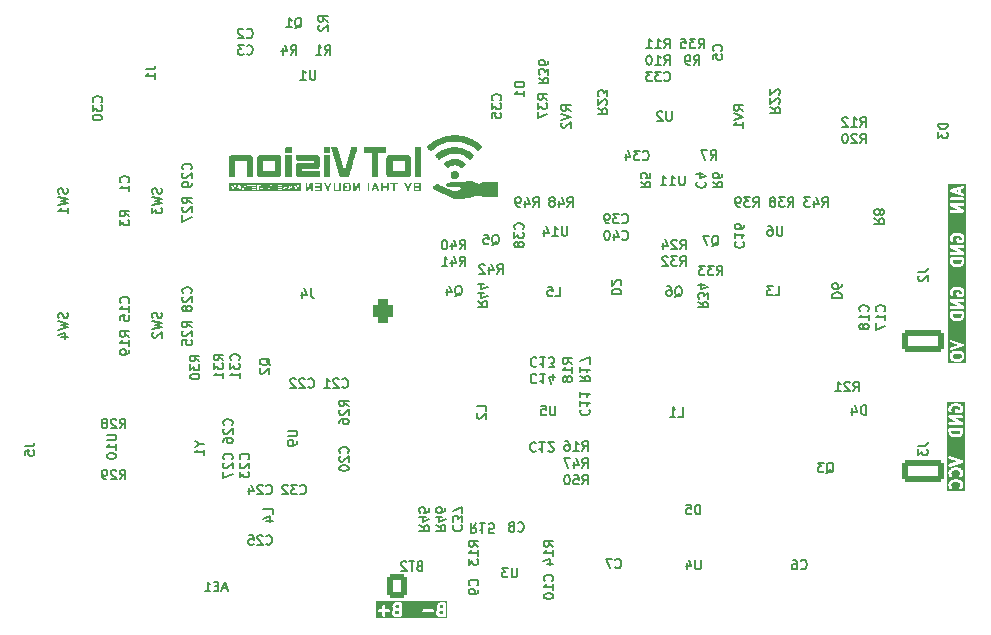
<source format=gbo>
G04 #@! TF.GenerationSoftware,KiCad,Pcbnew,8.0.2-8.0.2-0~ubuntu23.10.1*
G04 #@! TF.CreationDate,2024-05-23T14:55:55+07:00*
G04 #@! TF.ProjectId,Node_Analog,4e6f6465-5f41-46e6-916c-6f672e6b6963,rev?*
G04 #@! TF.SameCoordinates,Original*
G04 #@! TF.FileFunction,Legend,Bot*
G04 #@! TF.FilePolarity,Positive*
%FSLAX46Y46*%
G04 Gerber Fmt 4.6, Leading zero omitted, Abs format (unit mm)*
G04 Created by KiCad (PCBNEW 8.0.2-8.0.2-0~ubuntu23.10.1) date 2024-05-23 14:55:55*
%MOMM*%
%LPD*%
G01*
G04 APERTURE LIST*
G04 Aperture macros list*
%AMRoundRect*
0 Rectangle with rounded corners*
0 $1 Rounding radius*
0 $2 $3 $4 $5 $6 $7 $8 $9 X,Y pos of 4 corners*
0 Add a 4 corners polygon primitive as box body*
4,1,4,$2,$3,$4,$5,$6,$7,$8,$9,$2,$3,0*
0 Add four circle primitives for the rounded corners*
1,1,$1+$1,$2,$3*
1,1,$1+$1,$4,$5*
1,1,$1+$1,$6,$7*
1,1,$1+$1,$8,$9*
0 Add four rect primitives between the rounded corners*
20,1,$1+$1,$2,$3,$4,$5,0*
20,1,$1+$1,$4,$5,$6,$7,0*
20,1,$1+$1,$6,$7,$8,$9,0*
20,1,$1+$1,$8,$9,$2,$3,0*%
G04 Aperture macros list end*
%ADD10C,0.250000*%
%ADD11C,0.200000*%
%ADD12C,0.300000*%
%ADD13C,0.000000*%
%ADD14C,1.440000*%
%ADD15C,2.000000*%
%ADD16C,2.500000*%
%ADD17RoundRect,0.250000X-0.600000X0.725000X-0.600000X-0.725000X0.600000X-0.725000X0.600000X0.725000X0*%
%ADD18O,1.700000X1.950000*%
%ADD19R,1.700000X1.700000*%
%ADD20O,1.700000X1.700000*%
%ADD21RoundRect,0.250000X1.550000X-0.650000X1.550000X0.650000X-1.550000X0.650000X-1.550000X-0.650000X0*%
%ADD22O,3.600000X1.800000*%
%ADD23C,0.650000*%
%ADD24O,2.100000X1.000000*%
%ADD25O,1.600000X1.000000*%
%ADD26RoundRect,0.425000X-0.425000X0.550000X-0.425000X-0.550000X0.425000X-0.550000X0.425000X0.550000X0*%
%ADD27C,1.500000*%
G04 APERTURE END LIST*
D10*
G36*
X181251378Y-96627376D02*
G01*
X181307565Y-96681891D01*
X181334921Y-96734181D01*
X181336391Y-96865654D01*
X181312304Y-96916122D01*
X181255169Y-96975008D01*
X181118476Y-97010766D01*
X180816346Y-97012795D01*
X180667858Y-96977385D01*
X180611673Y-96922872D01*
X180584316Y-96870580D01*
X180582846Y-96739106D01*
X180606934Y-96688638D01*
X180664066Y-96629754D01*
X180800760Y-96593995D01*
X181102890Y-96591966D01*
X181251378Y-96627376D01*
G37*
G36*
X181336564Y-93348326D02*
G01*
X181305038Y-93447419D01*
X181246775Y-93507468D01*
X181184650Y-93539969D01*
X181022997Y-93582257D01*
X180910139Y-93583878D01*
X180748730Y-93545387D01*
X180679208Y-93512207D01*
X180617009Y-93451858D01*
X180584479Y-93358557D01*
X180583581Y-93260423D01*
X181335744Y-93258659D01*
X181336564Y-93348326D01*
G37*
G36*
X181336564Y-88776897D02*
G01*
X181305038Y-88875990D01*
X181246775Y-88936039D01*
X181184650Y-88968540D01*
X181022997Y-89010828D01*
X180910139Y-89012449D01*
X180748730Y-88973958D01*
X180679208Y-88940778D01*
X180617009Y-88880429D01*
X180584479Y-88787128D01*
X180583581Y-88688994D01*
X181335744Y-88687230D01*
X181336564Y-88776897D01*
G37*
G36*
X181050364Y-82868643D02*
G01*
X180851192Y-82802744D01*
X181049728Y-82736074D01*
X181050364Y-82868643D01*
G37*
G36*
X181709619Y-97385714D02*
G01*
X180209619Y-97385714D01*
X180209619Y-96707143D01*
X180334619Y-96707143D01*
X180336542Y-96879159D01*
X180335600Y-96881985D01*
X180336755Y-96898238D01*
X180337021Y-96922005D01*
X180338739Y-96926153D01*
X180339058Y-96930635D01*
X180347816Y-96953521D01*
X180397901Y-97049257D01*
X180403305Y-97062303D01*
X180407224Y-97067079D01*
X180408489Y-97069496D01*
X180410983Y-97071659D01*
X180418850Y-97081245D01*
X180506305Y-97166098D01*
X180509896Y-97172083D01*
X180520800Y-97180162D01*
X180533030Y-97192028D01*
X180541615Y-97195584D01*
X180549084Y-97201118D01*
X180572159Y-97209363D01*
X180756547Y-97253333D01*
X180768566Y-97258312D01*
X180783655Y-97259798D01*
X180786875Y-97260566D01*
X180788697Y-97260294D01*
X180792952Y-97260714D01*
X181118657Y-97258526D01*
X181132361Y-97260566D01*
X181147460Y-97258333D01*
X181150671Y-97258312D01*
X181152372Y-97257607D01*
X181156602Y-97256982D01*
X181333551Y-97210693D01*
X181341147Y-97210693D01*
X181354168Y-97205299D01*
X181370153Y-97201118D01*
X181377619Y-97195585D01*
X181386207Y-97192029D01*
X181405149Y-97176484D01*
X181499428Y-97079314D01*
X181510749Y-97069496D01*
X181514063Y-97064230D01*
X181515933Y-97062304D01*
X181517196Y-97059253D01*
X181523803Y-97048759D01*
X181562099Y-96968518D01*
X181563553Y-96967065D01*
X181568544Y-96955015D01*
X181580180Y-96930635D01*
X181580498Y-96926154D01*
X181582217Y-96922005D01*
X181584619Y-96897619D01*
X181582695Y-96725599D01*
X181583637Y-96722776D01*
X181582482Y-96706533D01*
X181582217Y-96682757D01*
X181580498Y-96678607D01*
X181580180Y-96674127D01*
X181571422Y-96651241D01*
X181521338Y-96555507D01*
X181515933Y-96542458D01*
X181512011Y-96537680D01*
X181510749Y-96535266D01*
X181508257Y-96533104D01*
X181500388Y-96523516D01*
X181412930Y-96438660D01*
X181409341Y-96432679D01*
X181398441Y-96424603D01*
X181386207Y-96412733D01*
X181377619Y-96409176D01*
X181370153Y-96403644D01*
X181347078Y-96395399D01*
X181162690Y-96351428D01*
X181150671Y-96346450D01*
X181135579Y-96344963D01*
X181132361Y-96344196D01*
X181130539Y-96344467D01*
X181126285Y-96344048D01*
X180800579Y-96346235D01*
X180786875Y-96344196D01*
X180771776Y-96346428D01*
X180768566Y-96346450D01*
X180766864Y-96347154D01*
X180762635Y-96347780D01*
X180585686Y-96394069D01*
X180578089Y-96394069D01*
X180565068Y-96399462D01*
X180549084Y-96403644D01*
X180541615Y-96409177D01*
X180533030Y-96412734D01*
X180514088Y-96428279D01*
X180419814Y-96525443D01*
X180408489Y-96535266D01*
X180405172Y-96540534D01*
X180403305Y-96542459D01*
X180402043Y-96545505D01*
X180395434Y-96556004D01*
X180357138Y-96636243D01*
X180355685Y-96637697D01*
X180350694Y-96649745D01*
X180339058Y-96674127D01*
X180338739Y-96678608D01*
X180337021Y-96682757D01*
X180334619Y-96707143D01*
X180209619Y-96707143D01*
X180209619Y-95501033D01*
X180335601Y-95501033D01*
X180339058Y-95549682D01*
X180360870Y-95593307D01*
X180397716Y-95625262D01*
X180420091Y-95635252D01*
X181068045Y-95849634D01*
X180397716Y-96074738D01*
X180360870Y-96106693D01*
X180339058Y-96150318D01*
X180335601Y-96198967D01*
X180351024Y-96245236D01*
X180382979Y-96282082D01*
X180426604Y-96303894D01*
X180475253Y-96307351D01*
X180499147Y-96301918D01*
X181484078Y-95971168D01*
X181492634Y-95970561D01*
X181506429Y-95963663D01*
X181521522Y-95958595D01*
X181528269Y-95952743D01*
X181536258Y-95948749D01*
X181546524Y-95936911D01*
X181558368Y-95926640D01*
X181562363Y-95918648D01*
X181568214Y-95911903D01*
X181573169Y-95897038D01*
X181580180Y-95883016D01*
X181580813Y-95874105D01*
X181583637Y-95865634D01*
X181582526Y-95850000D01*
X181583637Y-95834366D01*
X181580813Y-95825894D01*
X181580180Y-95816984D01*
X181573169Y-95802962D01*
X181568214Y-95788097D01*
X181562363Y-95781351D01*
X181558368Y-95773360D01*
X181546524Y-95763088D01*
X181536258Y-95751251D01*
X181528269Y-95747256D01*
X181521522Y-95741405D01*
X181499147Y-95731414D01*
X180475253Y-95392649D01*
X180426604Y-95396106D01*
X180382979Y-95417918D01*
X180351024Y-95454764D01*
X180335601Y-95501033D01*
X180209619Y-95501033D01*
X180209619Y-93135714D01*
X180334619Y-93135714D01*
X180336788Y-93372738D01*
X180335601Y-93389443D01*
X180336997Y-93395582D01*
X180337021Y-93398195D01*
X180338284Y-93401246D01*
X180341034Y-93413337D01*
X180384640Y-93538406D01*
X180384640Y-93541053D01*
X180390469Y-93555125D01*
X180398643Y-93578569D01*
X180401586Y-93581962D01*
X180403305Y-93586112D01*
X180418850Y-93605054D01*
X180516014Y-93699327D01*
X180525837Y-93710653D01*
X180531104Y-93713969D01*
X180533030Y-93715837D01*
X180536077Y-93717099D01*
X180546574Y-93723707D01*
X180636027Y-93766400D01*
X180644322Y-93772546D01*
X180662552Y-93779059D01*
X180664698Y-93780084D01*
X180665597Y-93780147D01*
X180667397Y-93780791D01*
X180851785Y-93824761D01*
X180863804Y-93829740D01*
X180878893Y-93831226D01*
X180882113Y-93831994D01*
X180883935Y-93831722D01*
X180888190Y-93832142D01*
X181024919Y-93830178D01*
X181037123Y-93831994D01*
X181052038Y-93829788D01*
X181055433Y-93829740D01*
X181057134Y-93829035D01*
X181061364Y-93828410D01*
X181242950Y-93780907D01*
X181254539Y-93780084D01*
X181272772Y-93773106D01*
X181274915Y-93772546D01*
X181275639Y-93772009D01*
X181277425Y-93771326D01*
X181373156Y-93721243D01*
X181386207Y-93715838D01*
X181390986Y-93711915D01*
X181393400Y-93710653D01*
X181395560Y-93708161D01*
X181405149Y-93700293D01*
X181486430Y-93616519D01*
X181488640Y-93615415D01*
X181498217Y-93604371D01*
X181515933Y-93586113D01*
X181517652Y-93581961D01*
X181520595Y-93578569D01*
X181530585Y-93556194D01*
X181576334Y-93412397D01*
X181582217Y-93398195D01*
X181582828Y-93391984D01*
X181583637Y-93389444D01*
X181583403Y-93386152D01*
X181584619Y-93373809D01*
X181582217Y-93111328D01*
X181563553Y-93066268D01*
X181529065Y-93031780D01*
X181484005Y-93013116D01*
X181459619Y-93010714D01*
X180435233Y-93013116D01*
X180390173Y-93031780D01*
X180355685Y-93066268D01*
X180337021Y-93111328D01*
X180334619Y-93135714D01*
X180209619Y-93135714D01*
X180209619Y-92096825D01*
X180334924Y-92096825D01*
X180337021Y-92104514D01*
X180337021Y-92112481D01*
X180343382Y-92127838D01*
X180347757Y-92143880D01*
X180352636Y-92150180D01*
X180355685Y-92157541D01*
X180367440Y-92169296D01*
X180377620Y-92182441D01*
X180387838Y-92189694D01*
X180390173Y-92192029D01*
X180392464Y-92192978D01*
X180397602Y-92196625D01*
X180993658Y-92535615D01*
X180435233Y-92536925D01*
X180390173Y-92555589D01*
X180355685Y-92590077D01*
X180337021Y-92635137D01*
X180337021Y-92683909D01*
X180355685Y-92728969D01*
X180390173Y-92763457D01*
X180435233Y-92782121D01*
X180459619Y-92784523D01*
X181452437Y-92782195D01*
X181468350Y-92784218D01*
X181475969Y-92782139D01*
X181484005Y-92782121D01*
X181499361Y-92775760D01*
X181515404Y-92771385D01*
X181521704Y-92766505D01*
X181529065Y-92763457D01*
X181540820Y-92751701D01*
X181553965Y-92741522D01*
X181557918Y-92734603D01*
X181563553Y-92728969D01*
X181569914Y-92713610D01*
X181578163Y-92699176D01*
X181579168Y-92691269D01*
X181582217Y-92683909D01*
X181582217Y-92667287D01*
X181584314Y-92650793D01*
X181582217Y-92643103D01*
X181582217Y-92635137D01*
X181575855Y-92619779D01*
X181571481Y-92603738D01*
X181566601Y-92597437D01*
X181563553Y-92590077D01*
X181551797Y-92578321D01*
X181541618Y-92565177D01*
X181531399Y-92557923D01*
X181529065Y-92555589D01*
X181526773Y-92554639D01*
X181521636Y-92550993D01*
X180925580Y-92212002D01*
X181484005Y-92210693D01*
X181529065Y-92192029D01*
X181563553Y-92157541D01*
X181582217Y-92112481D01*
X181582217Y-92063709D01*
X181563553Y-92018649D01*
X181529065Y-91984161D01*
X181484005Y-91965497D01*
X181459619Y-91963095D01*
X180466801Y-91965422D01*
X180450889Y-91963400D01*
X180443268Y-91965478D01*
X180435233Y-91965497D01*
X180419875Y-91971858D01*
X180403834Y-91976233D01*
X180397533Y-91981112D01*
X180390173Y-91984161D01*
X180378417Y-91995916D01*
X180365273Y-92006096D01*
X180361319Y-92013014D01*
X180355685Y-92018649D01*
X180349323Y-92034007D01*
X180341075Y-92048442D01*
X180340069Y-92056348D01*
X180337021Y-92063709D01*
X180337021Y-92080330D01*
X180334924Y-92096825D01*
X180209619Y-92096825D01*
X180209619Y-91373809D01*
X180334619Y-91373809D01*
X180336411Y-91498598D01*
X180335600Y-91501032D01*
X180336660Y-91515952D01*
X180337021Y-91541052D01*
X180338739Y-91545200D01*
X180339058Y-91549682D01*
X180347816Y-91572568D01*
X180408489Y-91688543D01*
X180445334Y-91720499D01*
X180491604Y-91735922D01*
X180540254Y-91732464D01*
X180583877Y-91710653D01*
X180615833Y-91673808D01*
X180631256Y-91627537D01*
X180627799Y-91578888D01*
X180619041Y-91556002D01*
X180584228Y-91489458D01*
X180582921Y-91398507D01*
X180614199Y-91300196D01*
X180672460Y-91240149D01*
X180734586Y-91207648D01*
X180896239Y-91165360D01*
X181009097Y-91163739D01*
X181170509Y-91202230D01*
X181240026Y-91235409D01*
X181302229Y-91295761D01*
X181334935Y-91389567D01*
X181336052Y-91445175D01*
X181307505Y-91534904D01*
X181154665Y-91535931D01*
X181153645Y-91444661D01*
X181134981Y-91399601D01*
X181100493Y-91365113D01*
X181055433Y-91346449D01*
X181006661Y-91346449D01*
X180961601Y-91365113D01*
X180927113Y-91399601D01*
X180908449Y-91444661D01*
X180906047Y-91469047D01*
X180908449Y-91683908D01*
X180908449Y-91683909D01*
X180927113Y-91728969D01*
X180961601Y-91763457D01*
X181006661Y-91782121D01*
X181031047Y-91784523D01*
X181388766Y-91782121D01*
X181433826Y-91763457D01*
X181433830Y-91763452D01*
X181452767Y-91747912D01*
X181487662Y-91711141D01*
X181488640Y-91710653D01*
X181494091Y-91704366D01*
X181515933Y-91681352D01*
X181517653Y-91677198D01*
X181520595Y-91673807D01*
X181530585Y-91651432D01*
X181576334Y-91507635D01*
X181582217Y-91493433D01*
X181582828Y-91487222D01*
X181583637Y-91484682D01*
X181583403Y-91481390D01*
X181584619Y-91469047D01*
X181582666Y-91371826D01*
X181583637Y-91358174D01*
X181582272Y-91352171D01*
X181582217Y-91349423D01*
X181580953Y-91346373D01*
X181578204Y-91334280D01*
X181534598Y-91209211D01*
X181534598Y-91206565D01*
X181528768Y-91192491D01*
X181520595Y-91169049D01*
X181517652Y-91165656D01*
X181515933Y-91161505D01*
X181500388Y-91142563D01*
X181403216Y-91048283D01*
X181393400Y-91036965D01*
X181388134Y-91033650D01*
X181386207Y-91031780D01*
X181383156Y-91030516D01*
X181372662Y-91023910D01*
X181283209Y-90981217D01*
X181274915Y-90975072D01*
X181256684Y-90968558D01*
X181254539Y-90967534D01*
X181253639Y-90967470D01*
X181251840Y-90966827D01*
X181067452Y-90922856D01*
X181055433Y-90917878D01*
X181040341Y-90916391D01*
X181037123Y-90915624D01*
X181035301Y-90915895D01*
X181031047Y-90915476D01*
X180894316Y-90917439D01*
X180882113Y-90915624D01*
X180867197Y-90917829D01*
X180863804Y-90917878D01*
X180862102Y-90918582D01*
X180857873Y-90919208D01*
X180676284Y-90966710D01*
X180664698Y-90967534D01*
X180646464Y-90974511D01*
X180644322Y-90975072D01*
X180643597Y-90975608D01*
X180641812Y-90976292D01*
X180546075Y-91026377D01*
X180533030Y-91031781D01*
X180528253Y-91035700D01*
X180525837Y-91036965D01*
X180523673Y-91039459D01*
X180514088Y-91047326D01*
X180432808Y-91131097D01*
X180430598Y-91132203D01*
X180421013Y-91143254D01*
X180403305Y-91161506D01*
X180401586Y-91165655D01*
X180398643Y-91169049D01*
X180388652Y-91191424D01*
X180342904Y-91335219D01*
X180337021Y-91349423D01*
X180336409Y-91355634D01*
X180335601Y-91358175D01*
X180335834Y-91361465D01*
X180334619Y-91373809D01*
X180209619Y-91373809D01*
X180209619Y-88564285D01*
X180334619Y-88564285D01*
X180336788Y-88801309D01*
X180335601Y-88818014D01*
X180336997Y-88824153D01*
X180337021Y-88826766D01*
X180338284Y-88829817D01*
X180341034Y-88841908D01*
X180384640Y-88966977D01*
X180384640Y-88969624D01*
X180390469Y-88983696D01*
X180398643Y-89007140D01*
X180401586Y-89010533D01*
X180403305Y-89014683D01*
X180418850Y-89033625D01*
X180516014Y-89127898D01*
X180525837Y-89139224D01*
X180531104Y-89142540D01*
X180533030Y-89144408D01*
X180536077Y-89145670D01*
X180546574Y-89152278D01*
X180636027Y-89194971D01*
X180644322Y-89201117D01*
X180662552Y-89207630D01*
X180664698Y-89208655D01*
X180665597Y-89208718D01*
X180667397Y-89209362D01*
X180851785Y-89253332D01*
X180863804Y-89258311D01*
X180878893Y-89259797D01*
X180882113Y-89260565D01*
X180883935Y-89260293D01*
X180888190Y-89260713D01*
X181024919Y-89258749D01*
X181037123Y-89260565D01*
X181052038Y-89258359D01*
X181055433Y-89258311D01*
X181057134Y-89257606D01*
X181061364Y-89256981D01*
X181242950Y-89209478D01*
X181254539Y-89208655D01*
X181272772Y-89201677D01*
X181274915Y-89201117D01*
X181275639Y-89200580D01*
X181277425Y-89199897D01*
X181373156Y-89149814D01*
X181386207Y-89144409D01*
X181390986Y-89140486D01*
X181393400Y-89139224D01*
X181395560Y-89136732D01*
X181405149Y-89128864D01*
X181486430Y-89045090D01*
X181488640Y-89043986D01*
X181498217Y-89032942D01*
X181515933Y-89014684D01*
X181517652Y-89010532D01*
X181520595Y-89007140D01*
X181530585Y-88984765D01*
X181576334Y-88840968D01*
X181582217Y-88826766D01*
X181582828Y-88820555D01*
X181583637Y-88818015D01*
X181583403Y-88814723D01*
X181584619Y-88802380D01*
X181582217Y-88539899D01*
X181563553Y-88494839D01*
X181529065Y-88460351D01*
X181484005Y-88441687D01*
X181459619Y-88439285D01*
X180435233Y-88441687D01*
X180390173Y-88460351D01*
X180355685Y-88494839D01*
X180337021Y-88539899D01*
X180334619Y-88564285D01*
X180209619Y-88564285D01*
X180209619Y-87525396D01*
X180334924Y-87525396D01*
X180337021Y-87533085D01*
X180337021Y-87541052D01*
X180343382Y-87556409D01*
X180347757Y-87572451D01*
X180352636Y-87578751D01*
X180355685Y-87586112D01*
X180367440Y-87597867D01*
X180377620Y-87611012D01*
X180387838Y-87618265D01*
X180390173Y-87620600D01*
X180392464Y-87621549D01*
X180397602Y-87625196D01*
X180993658Y-87964186D01*
X180435233Y-87965496D01*
X180390173Y-87984160D01*
X180355685Y-88018648D01*
X180337021Y-88063708D01*
X180337021Y-88112480D01*
X180355685Y-88157540D01*
X180390173Y-88192028D01*
X180435233Y-88210692D01*
X180459619Y-88213094D01*
X181452437Y-88210766D01*
X181468350Y-88212789D01*
X181475969Y-88210710D01*
X181484005Y-88210692D01*
X181499361Y-88204331D01*
X181515404Y-88199956D01*
X181521704Y-88195076D01*
X181529065Y-88192028D01*
X181540820Y-88180272D01*
X181553965Y-88170093D01*
X181557918Y-88163174D01*
X181563553Y-88157540D01*
X181569914Y-88142181D01*
X181578163Y-88127747D01*
X181579168Y-88119840D01*
X181582217Y-88112480D01*
X181582217Y-88095858D01*
X181584314Y-88079364D01*
X181582217Y-88071674D01*
X181582217Y-88063708D01*
X181575855Y-88048350D01*
X181571481Y-88032309D01*
X181566601Y-88026008D01*
X181563553Y-88018648D01*
X181551797Y-88006892D01*
X181541618Y-87993748D01*
X181531399Y-87986494D01*
X181529065Y-87984160D01*
X181526773Y-87983210D01*
X181521636Y-87979564D01*
X180925580Y-87640573D01*
X181484005Y-87639264D01*
X181529065Y-87620600D01*
X181563553Y-87586112D01*
X181582217Y-87541052D01*
X181582217Y-87492280D01*
X181563553Y-87447220D01*
X181529065Y-87412732D01*
X181484005Y-87394068D01*
X181459619Y-87391666D01*
X180466801Y-87393993D01*
X180450889Y-87391971D01*
X180443268Y-87394049D01*
X180435233Y-87394068D01*
X180419875Y-87400429D01*
X180403834Y-87404804D01*
X180397533Y-87409683D01*
X180390173Y-87412732D01*
X180378417Y-87424487D01*
X180365273Y-87434667D01*
X180361319Y-87441585D01*
X180355685Y-87447220D01*
X180349323Y-87462578D01*
X180341075Y-87477013D01*
X180340069Y-87484919D01*
X180337021Y-87492280D01*
X180337021Y-87508901D01*
X180334924Y-87525396D01*
X180209619Y-87525396D01*
X180209619Y-86802380D01*
X180334619Y-86802380D01*
X180336411Y-86927169D01*
X180335600Y-86929603D01*
X180336660Y-86944523D01*
X180337021Y-86969623D01*
X180338739Y-86973771D01*
X180339058Y-86978253D01*
X180347816Y-87001139D01*
X180408489Y-87117114D01*
X180445334Y-87149070D01*
X180491604Y-87164493D01*
X180540254Y-87161035D01*
X180583877Y-87139224D01*
X180615833Y-87102379D01*
X180631256Y-87056108D01*
X180627799Y-87007459D01*
X180619041Y-86984573D01*
X180584228Y-86918029D01*
X180582921Y-86827078D01*
X180614199Y-86728767D01*
X180672460Y-86668720D01*
X180734586Y-86636219D01*
X180896239Y-86593931D01*
X181009097Y-86592310D01*
X181170509Y-86630801D01*
X181240026Y-86663980D01*
X181302229Y-86724332D01*
X181334935Y-86818138D01*
X181336052Y-86873746D01*
X181307505Y-86963475D01*
X181154665Y-86964502D01*
X181153645Y-86873232D01*
X181134981Y-86828172D01*
X181100493Y-86793684D01*
X181055433Y-86775020D01*
X181006661Y-86775020D01*
X180961601Y-86793684D01*
X180927113Y-86828172D01*
X180908449Y-86873232D01*
X180906047Y-86897618D01*
X180908449Y-87112479D01*
X180908449Y-87112480D01*
X180927113Y-87157540D01*
X180961601Y-87192028D01*
X181006661Y-87210692D01*
X181031047Y-87213094D01*
X181388766Y-87210692D01*
X181433826Y-87192028D01*
X181433830Y-87192023D01*
X181452767Y-87176483D01*
X181487662Y-87139712D01*
X181488640Y-87139224D01*
X181494091Y-87132937D01*
X181515933Y-87109923D01*
X181517653Y-87105769D01*
X181520595Y-87102378D01*
X181530585Y-87080003D01*
X181576334Y-86936206D01*
X181582217Y-86922004D01*
X181582828Y-86915793D01*
X181583637Y-86913253D01*
X181583403Y-86909961D01*
X181584619Y-86897618D01*
X181582666Y-86800397D01*
X181583637Y-86786745D01*
X181582272Y-86780742D01*
X181582217Y-86777994D01*
X181580953Y-86774944D01*
X181578204Y-86762851D01*
X181534598Y-86637782D01*
X181534598Y-86635136D01*
X181528768Y-86621062D01*
X181520595Y-86597620D01*
X181517652Y-86594227D01*
X181515933Y-86590076D01*
X181500388Y-86571134D01*
X181403216Y-86476854D01*
X181393400Y-86465536D01*
X181388134Y-86462221D01*
X181386207Y-86460351D01*
X181383156Y-86459087D01*
X181372662Y-86452481D01*
X181283209Y-86409788D01*
X181274915Y-86403643D01*
X181256684Y-86397129D01*
X181254539Y-86396105D01*
X181253639Y-86396041D01*
X181251840Y-86395398D01*
X181067452Y-86351427D01*
X181055433Y-86346449D01*
X181040341Y-86344962D01*
X181037123Y-86344195D01*
X181035301Y-86344466D01*
X181031047Y-86344047D01*
X180894316Y-86346010D01*
X180882113Y-86344195D01*
X180867197Y-86346400D01*
X180863804Y-86346449D01*
X180862102Y-86347153D01*
X180857873Y-86347779D01*
X180676284Y-86395281D01*
X180664698Y-86396105D01*
X180646464Y-86403082D01*
X180644322Y-86403643D01*
X180643597Y-86404179D01*
X180641812Y-86404863D01*
X180546075Y-86454948D01*
X180533030Y-86460352D01*
X180528253Y-86464271D01*
X180525837Y-86465536D01*
X180523673Y-86468030D01*
X180514088Y-86475897D01*
X180432808Y-86559668D01*
X180430598Y-86560774D01*
X180421013Y-86571825D01*
X180403305Y-86590077D01*
X180401586Y-86594226D01*
X180398643Y-86597620D01*
X180388652Y-86619995D01*
X180342904Y-86763790D01*
X180337021Y-86777994D01*
X180336409Y-86784205D01*
X180335601Y-86786746D01*
X180335834Y-86790036D01*
X180334619Y-86802380D01*
X180209619Y-86802380D01*
X180209619Y-83953967D01*
X180334924Y-83953967D01*
X180337021Y-83961656D01*
X180337021Y-83969623D01*
X180343382Y-83984980D01*
X180347757Y-84001022D01*
X180352636Y-84007322D01*
X180355685Y-84014683D01*
X180367440Y-84026438D01*
X180377620Y-84039583D01*
X180387838Y-84046836D01*
X180390173Y-84049171D01*
X180392464Y-84050120D01*
X180397602Y-84053767D01*
X180993658Y-84392757D01*
X180435233Y-84394067D01*
X180390173Y-84412731D01*
X180355685Y-84447219D01*
X180337021Y-84492279D01*
X180337021Y-84541051D01*
X180355685Y-84586111D01*
X180390173Y-84620599D01*
X180435233Y-84639263D01*
X180459619Y-84641665D01*
X181452437Y-84639337D01*
X181468350Y-84641360D01*
X181475969Y-84639281D01*
X181484005Y-84639263D01*
X181499361Y-84632902D01*
X181515404Y-84628527D01*
X181521704Y-84623647D01*
X181529065Y-84620599D01*
X181540820Y-84608843D01*
X181553965Y-84598664D01*
X181557918Y-84591745D01*
X181563553Y-84586111D01*
X181569914Y-84570752D01*
X181578163Y-84556318D01*
X181579168Y-84548411D01*
X181582217Y-84541051D01*
X181582217Y-84524429D01*
X181584314Y-84507935D01*
X181582217Y-84500245D01*
X181582217Y-84492279D01*
X181575855Y-84476921D01*
X181571481Y-84460880D01*
X181566601Y-84454579D01*
X181563553Y-84447219D01*
X181551797Y-84435463D01*
X181541618Y-84422319D01*
X181531399Y-84415065D01*
X181529065Y-84412731D01*
X181526773Y-84411781D01*
X181521636Y-84408135D01*
X180925580Y-84069144D01*
X181484005Y-84067835D01*
X181529065Y-84049171D01*
X181563553Y-84014683D01*
X181582217Y-83969623D01*
X181582217Y-83920851D01*
X181563553Y-83875791D01*
X181529065Y-83841303D01*
X181484005Y-83822639D01*
X181459619Y-83820237D01*
X180466801Y-83822564D01*
X180450889Y-83820542D01*
X180443268Y-83822620D01*
X180435233Y-83822639D01*
X180419875Y-83829000D01*
X180403834Y-83833375D01*
X180397533Y-83838254D01*
X180390173Y-83841303D01*
X180378417Y-83853058D01*
X180365273Y-83863238D01*
X180361319Y-83870156D01*
X180355685Y-83875791D01*
X180349323Y-83891149D01*
X180341075Y-83905584D01*
X180340069Y-83913490D01*
X180337021Y-83920851D01*
X180337021Y-83937472D01*
X180334924Y-83953967D01*
X180209619Y-83953967D01*
X180209619Y-83444661D01*
X180337021Y-83444661D01*
X180337021Y-83493433D01*
X180355685Y-83538493D01*
X180390173Y-83572981D01*
X180435233Y-83591645D01*
X180459619Y-83594047D01*
X181484005Y-83591645D01*
X181529065Y-83572981D01*
X181563553Y-83538493D01*
X181582217Y-83493433D01*
X181582217Y-83444661D01*
X181563553Y-83399601D01*
X181529065Y-83365113D01*
X181484005Y-83346449D01*
X181459619Y-83344047D01*
X180435233Y-83346449D01*
X180390173Y-83365113D01*
X180355685Y-83399601D01*
X180337021Y-83444661D01*
X180209619Y-83444661D01*
X180209619Y-82786746D01*
X180335601Y-82786746D01*
X180336711Y-82802380D01*
X180335601Y-82818014D01*
X180338424Y-82826485D01*
X180339058Y-82835395D01*
X180346068Y-82849415D01*
X180351024Y-82864283D01*
X180356874Y-82871029D01*
X180360870Y-82879020D01*
X180372710Y-82889288D01*
X180382979Y-82901129D01*
X180390969Y-82905124D01*
X180397716Y-82910975D01*
X180420091Y-82920965D01*
X181140288Y-83159249D01*
X181149518Y-83163073D01*
X181151843Y-83163073D01*
X181443984Y-83259731D01*
X181492634Y-83256274D01*
X181536258Y-83234462D01*
X181568214Y-83197616D01*
X181583637Y-83151347D01*
X181580180Y-83102697D01*
X181558368Y-83059073D01*
X181521522Y-83027118D01*
X181499147Y-83017127D01*
X181298473Y-82950732D01*
X181297044Y-82653023D01*
X181521522Y-82577642D01*
X181558368Y-82545687D01*
X181580180Y-82502063D01*
X181583637Y-82453413D01*
X181568214Y-82407144D01*
X181536258Y-82370298D01*
X181492634Y-82348486D01*
X181443984Y-82345029D01*
X181420090Y-82350462D01*
X180435159Y-82681211D01*
X180426604Y-82681819D01*
X180412807Y-82688717D01*
X180397716Y-82693785D01*
X180390969Y-82699635D01*
X180382979Y-82703631D01*
X180372710Y-82715471D01*
X180360870Y-82725740D01*
X180356874Y-82733730D01*
X180351024Y-82740477D01*
X180346068Y-82755344D01*
X180339058Y-82769365D01*
X180338424Y-82778274D01*
X180335601Y-82786746D01*
X180209619Y-82786746D01*
X180209619Y-82220029D01*
X181709619Y-82220029D01*
X181709619Y-97385714D01*
G37*
G36*
X181226564Y-103194040D02*
G01*
X181195038Y-103293133D01*
X181136775Y-103353182D01*
X181074650Y-103385683D01*
X180912997Y-103427971D01*
X180800139Y-103429592D01*
X180638730Y-103391101D01*
X180569208Y-103357921D01*
X180507009Y-103297572D01*
X180474479Y-103204271D01*
X180473581Y-103106137D01*
X181225744Y-103104373D01*
X181226564Y-103194040D01*
G37*
G36*
X181599619Y-108181407D02*
G01*
X180099619Y-108181407D01*
X180099619Y-107648095D01*
X180224619Y-107648095D01*
X180226571Y-107745314D01*
X180225601Y-107758967D01*
X180226965Y-107764969D01*
X180227021Y-107767719D01*
X180228284Y-107770770D01*
X180231034Y-107782861D01*
X180274640Y-107907930D01*
X180274640Y-107910577D01*
X180280469Y-107924649D01*
X180288643Y-107948093D01*
X180291586Y-107951486D01*
X180293305Y-107955636D01*
X180308850Y-107974578D01*
X180375410Y-108037742D01*
X180420470Y-108056407D01*
X180469243Y-108056407D01*
X180514303Y-108037742D01*
X180548790Y-108003255D01*
X180567455Y-107958195D01*
X180567455Y-107909422D01*
X180548790Y-107864362D01*
X180533245Y-107845420D01*
X180506562Y-107820099D01*
X180474302Y-107727574D01*
X180473185Y-107671964D01*
X180504199Y-107574482D01*
X180562460Y-107514435D01*
X180624586Y-107481934D01*
X180786239Y-107439646D01*
X180899097Y-107438025D01*
X181060509Y-107476516D01*
X181130026Y-107509695D01*
X181192229Y-107570047D01*
X181224935Y-107663853D01*
X181226052Y-107719461D01*
X181194832Y-107817589D01*
X181150447Y-107864362D01*
X181131782Y-107909421D01*
X181131782Y-107958194D01*
X181150446Y-108003254D01*
X181184933Y-108037742D01*
X181229992Y-108056407D01*
X181278765Y-108056407D01*
X181323825Y-108037743D01*
X181342767Y-108022198D01*
X181377662Y-107985427D01*
X181378640Y-107984939D01*
X181384091Y-107978652D01*
X181405933Y-107955638D01*
X181407653Y-107951484D01*
X181410595Y-107948093D01*
X181420585Y-107925718D01*
X181466334Y-107781921D01*
X181472217Y-107767719D01*
X181472828Y-107761508D01*
X181473637Y-107758968D01*
X181473403Y-107755676D01*
X181474619Y-107743333D01*
X181472666Y-107646112D01*
X181473637Y-107632460D01*
X181472272Y-107626457D01*
X181472217Y-107623709D01*
X181470953Y-107620659D01*
X181468204Y-107608566D01*
X181424598Y-107483497D01*
X181424598Y-107480851D01*
X181418768Y-107466777D01*
X181410595Y-107443335D01*
X181407652Y-107439942D01*
X181405933Y-107435791D01*
X181390388Y-107416849D01*
X181293216Y-107322569D01*
X181283400Y-107311251D01*
X181278134Y-107307936D01*
X181276207Y-107306066D01*
X181273156Y-107304802D01*
X181262662Y-107298196D01*
X181173209Y-107255503D01*
X181164915Y-107249358D01*
X181146684Y-107242844D01*
X181144539Y-107241820D01*
X181143639Y-107241756D01*
X181141840Y-107241113D01*
X180957452Y-107197142D01*
X180945433Y-107192164D01*
X180930341Y-107190677D01*
X180927123Y-107189910D01*
X180925301Y-107190181D01*
X180921047Y-107189762D01*
X180784316Y-107191725D01*
X180772113Y-107189910D01*
X180757197Y-107192115D01*
X180753804Y-107192164D01*
X180752102Y-107192868D01*
X180747873Y-107193494D01*
X180566284Y-107240996D01*
X180554698Y-107241820D01*
X180536464Y-107248797D01*
X180534322Y-107249358D01*
X180533597Y-107249894D01*
X180531812Y-107250578D01*
X180436075Y-107300663D01*
X180423030Y-107306067D01*
X180418253Y-107309986D01*
X180415837Y-107311251D01*
X180413673Y-107313745D01*
X180404088Y-107321612D01*
X180322808Y-107405383D01*
X180320598Y-107406489D01*
X180311013Y-107417540D01*
X180293305Y-107435792D01*
X180291586Y-107439941D01*
X180288643Y-107443335D01*
X180278652Y-107465710D01*
X180232904Y-107609505D01*
X180227021Y-107623709D01*
X180226409Y-107629920D01*
X180225601Y-107632461D01*
X180225834Y-107635751D01*
X180224619Y-107648095D01*
X180099619Y-107648095D01*
X180099619Y-106648095D01*
X180224619Y-106648095D01*
X180226571Y-106745314D01*
X180225601Y-106758967D01*
X180226965Y-106764969D01*
X180227021Y-106767719D01*
X180228284Y-106770770D01*
X180231034Y-106782861D01*
X180274640Y-106907930D01*
X180274640Y-106910577D01*
X180280469Y-106924649D01*
X180288643Y-106948093D01*
X180291586Y-106951486D01*
X180293305Y-106955636D01*
X180308850Y-106974578D01*
X180375410Y-107037742D01*
X180420470Y-107056407D01*
X180469243Y-107056407D01*
X180514303Y-107037742D01*
X180548790Y-107003255D01*
X180567455Y-106958195D01*
X180567455Y-106909422D01*
X180548790Y-106864362D01*
X180533245Y-106845420D01*
X180506562Y-106820099D01*
X180474302Y-106727574D01*
X180473185Y-106671964D01*
X180504199Y-106574482D01*
X180562460Y-106514435D01*
X180624586Y-106481934D01*
X180786239Y-106439646D01*
X180899097Y-106438025D01*
X181060509Y-106476516D01*
X181130026Y-106509695D01*
X181192229Y-106570047D01*
X181224935Y-106663853D01*
X181226052Y-106719461D01*
X181194832Y-106817589D01*
X181150447Y-106864362D01*
X181131782Y-106909421D01*
X181131782Y-106958194D01*
X181150446Y-107003254D01*
X181184933Y-107037742D01*
X181229992Y-107056407D01*
X181278765Y-107056407D01*
X181323825Y-107037743D01*
X181342767Y-107022198D01*
X181377662Y-106985427D01*
X181378640Y-106984939D01*
X181384091Y-106978652D01*
X181405933Y-106955638D01*
X181407653Y-106951484D01*
X181410595Y-106948093D01*
X181420585Y-106925718D01*
X181466334Y-106781921D01*
X181472217Y-106767719D01*
X181472828Y-106761508D01*
X181473637Y-106758968D01*
X181473403Y-106755676D01*
X181474619Y-106743333D01*
X181472666Y-106646112D01*
X181473637Y-106632460D01*
X181472272Y-106626457D01*
X181472217Y-106623709D01*
X181470953Y-106620659D01*
X181468204Y-106608566D01*
X181424598Y-106483497D01*
X181424598Y-106480851D01*
X181418768Y-106466777D01*
X181410595Y-106443335D01*
X181407652Y-106439942D01*
X181405933Y-106435791D01*
X181390388Y-106416849D01*
X181293216Y-106322569D01*
X181283400Y-106311251D01*
X181278134Y-106307936D01*
X181276207Y-106306066D01*
X181273156Y-106304802D01*
X181262662Y-106298196D01*
X181173209Y-106255503D01*
X181164915Y-106249358D01*
X181146684Y-106242844D01*
X181144539Y-106241820D01*
X181143639Y-106241756D01*
X181141840Y-106241113D01*
X180957452Y-106197142D01*
X180945433Y-106192164D01*
X180930341Y-106190677D01*
X180927123Y-106189910D01*
X180925301Y-106190181D01*
X180921047Y-106189762D01*
X180784316Y-106191725D01*
X180772113Y-106189910D01*
X180757197Y-106192115D01*
X180753804Y-106192164D01*
X180752102Y-106192868D01*
X180747873Y-106193494D01*
X180566284Y-106240996D01*
X180554698Y-106241820D01*
X180536464Y-106248797D01*
X180534322Y-106249358D01*
X180533597Y-106249894D01*
X180531812Y-106250578D01*
X180436075Y-106300663D01*
X180423030Y-106306067D01*
X180418253Y-106309986D01*
X180415837Y-106311251D01*
X180413673Y-106313745D01*
X180404088Y-106321612D01*
X180322808Y-106405383D01*
X180320598Y-106406489D01*
X180311013Y-106417540D01*
X180293305Y-106435792D01*
X180291586Y-106439941D01*
X180288643Y-106443335D01*
X180278652Y-106465710D01*
X180232904Y-106609505D01*
X180227021Y-106623709D01*
X180226409Y-106629920D01*
X180225601Y-106632461D01*
X180225834Y-106635751D01*
X180224619Y-106648095D01*
X180099619Y-106648095D01*
X180099619Y-105346747D01*
X180225601Y-105346747D01*
X180229058Y-105395396D01*
X180250870Y-105439021D01*
X180287716Y-105470976D01*
X180310091Y-105480966D01*
X180958045Y-105695348D01*
X180287716Y-105920452D01*
X180250870Y-105952407D01*
X180229058Y-105996032D01*
X180225601Y-106044681D01*
X180241024Y-106090950D01*
X180272979Y-106127796D01*
X180316604Y-106149608D01*
X180365253Y-106153065D01*
X180389147Y-106147632D01*
X181374078Y-105816882D01*
X181382634Y-105816275D01*
X181396429Y-105809377D01*
X181411522Y-105804309D01*
X181418269Y-105798457D01*
X181426258Y-105794463D01*
X181436524Y-105782625D01*
X181448368Y-105772354D01*
X181452363Y-105764362D01*
X181458214Y-105757617D01*
X181463169Y-105742752D01*
X181470180Y-105728730D01*
X181470813Y-105719819D01*
X181473637Y-105711348D01*
X181472526Y-105695714D01*
X181473637Y-105680080D01*
X181470813Y-105671608D01*
X181470180Y-105662698D01*
X181463169Y-105648676D01*
X181458214Y-105633811D01*
X181452363Y-105627065D01*
X181448368Y-105619074D01*
X181436524Y-105608802D01*
X181426258Y-105596965D01*
X181418269Y-105592970D01*
X181411522Y-105587119D01*
X181389147Y-105577128D01*
X180365253Y-105238363D01*
X180316604Y-105241820D01*
X180272979Y-105263632D01*
X180241024Y-105300478D01*
X180225601Y-105346747D01*
X180099619Y-105346747D01*
X180099619Y-102981428D01*
X180224619Y-102981428D01*
X180226788Y-103218452D01*
X180225601Y-103235157D01*
X180226997Y-103241296D01*
X180227021Y-103243909D01*
X180228284Y-103246960D01*
X180231034Y-103259051D01*
X180274640Y-103384120D01*
X180274640Y-103386767D01*
X180280469Y-103400839D01*
X180288643Y-103424283D01*
X180291586Y-103427676D01*
X180293305Y-103431826D01*
X180308850Y-103450768D01*
X180406014Y-103545041D01*
X180415837Y-103556367D01*
X180421104Y-103559683D01*
X180423030Y-103561551D01*
X180426077Y-103562813D01*
X180436574Y-103569421D01*
X180526027Y-103612114D01*
X180534322Y-103618260D01*
X180552552Y-103624773D01*
X180554698Y-103625798D01*
X180555597Y-103625861D01*
X180557397Y-103626505D01*
X180741785Y-103670475D01*
X180753804Y-103675454D01*
X180768893Y-103676940D01*
X180772113Y-103677708D01*
X180773935Y-103677436D01*
X180778190Y-103677856D01*
X180914919Y-103675892D01*
X180927123Y-103677708D01*
X180942038Y-103675502D01*
X180945433Y-103675454D01*
X180947134Y-103674749D01*
X180951364Y-103674124D01*
X181132950Y-103626621D01*
X181144539Y-103625798D01*
X181162772Y-103618820D01*
X181164915Y-103618260D01*
X181165639Y-103617723D01*
X181167425Y-103617040D01*
X181263156Y-103566957D01*
X181276207Y-103561552D01*
X181280986Y-103557629D01*
X181283400Y-103556367D01*
X181285560Y-103553875D01*
X181295149Y-103546007D01*
X181376430Y-103462233D01*
X181378640Y-103461129D01*
X181388217Y-103450085D01*
X181405933Y-103431827D01*
X181407652Y-103427675D01*
X181410595Y-103424283D01*
X181420585Y-103401908D01*
X181466334Y-103258111D01*
X181472217Y-103243909D01*
X181472828Y-103237698D01*
X181473637Y-103235158D01*
X181473403Y-103231866D01*
X181474619Y-103219523D01*
X181472217Y-102957042D01*
X181453553Y-102911982D01*
X181419065Y-102877494D01*
X181374005Y-102858830D01*
X181349619Y-102856428D01*
X180325233Y-102858830D01*
X180280173Y-102877494D01*
X180245685Y-102911982D01*
X180227021Y-102957042D01*
X180224619Y-102981428D01*
X180099619Y-102981428D01*
X180099619Y-101942539D01*
X180224924Y-101942539D01*
X180227021Y-101950228D01*
X180227021Y-101958195D01*
X180233382Y-101973552D01*
X180237757Y-101989594D01*
X180242636Y-101995894D01*
X180245685Y-102003255D01*
X180257440Y-102015010D01*
X180267620Y-102028155D01*
X180277838Y-102035408D01*
X180280173Y-102037743D01*
X180282464Y-102038692D01*
X180287602Y-102042339D01*
X180883658Y-102381329D01*
X180325233Y-102382639D01*
X180280173Y-102401303D01*
X180245685Y-102435791D01*
X180227021Y-102480851D01*
X180227021Y-102529623D01*
X180245685Y-102574683D01*
X180280173Y-102609171D01*
X180325233Y-102627835D01*
X180349619Y-102630237D01*
X181342437Y-102627909D01*
X181358350Y-102629932D01*
X181365969Y-102627853D01*
X181374005Y-102627835D01*
X181389361Y-102621474D01*
X181405404Y-102617099D01*
X181411704Y-102612219D01*
X181419065Y-102609171D01*
X181430820Y-102597415D01*
X181443965Y-102587236D01*
X181447918Y-102580317D01*
X181453553Y-102574683D01*
X181459914Y-102559324D01*
X181468163Y-102544890D01*
X181469168Y-102536983D01*
X181472217Y-102529623D01*
X181472217Y-102513001D01*
X181474314Y-102496507D01*
X181472217Y-102488817D01*
X181472217Y-102480851D01*
X181465855Y-102465493D01*
X181461481Y-102449452D01*
X181456601Y-102443151D01*
X181453553Y-102435791D01*
X181441797Y-102424035D01*
X181431618Y-102410891D01*
X181421399Y-102403637D01*
X181419065Y-102401303D01*
X181416773Y-102400353D01*
X181411636Y-102396707D01*
X180815580Y-102057716D01*
X181374005Y-102056407D01*
X181419065Y-102037743D01*
X181453553Y-102003255D01*
X181472217Y-101958195D01*
X181472217Y-101909423D01*
X181453553Y-101864363D01*
X181419065Y-101829875D01*
X181374005Y-101811211D01*
X181349619Y-101808809D01*
X180356801Y-101811136D01*
X180340889Y-101809114D01*
X180333268Y-101811192D01*
X180325233Y-101811211D01*
X180309875Y-101817572D01*
X180293834Y-101821947D01*
X180287533Y-101826826D01*
X180280173Y-101829875D01*
X180268417Y-101841630D01*
X180255273Y-101851810D01*
X180251319Y-101858728D01*
X180245685Y-101864363D01*
X180239323Y-101879721D01*
X180231075Y-101894156D01*
X180230069Y-101902062D01*
X180227021Y-101909423D01*
X180227021Y-101926044D01*
X180224924Y-101942539D01*
X180099619Y-101942539D01*
X180099619Y-101219523D01*
X180224619Y-101219523D01*
X180226411Y-101344312D01*
X180225600Y-101346746D01*
X180226660Y-101361666D01*
X180227021Y-101386766D01*
X180228739Y-101390914D01*
X180229058Y-101395396D01*
X180237816Y-101418282D01*
X180298489Y-101534257D01*
X180335334Y-101566213D01*
X180381604Y-101581636D01*
X180430254Y-101578178D01*
X180473877Y-101556367D01*
X180505833Y-101519522D01*
X180521256Y-101473251D01*
X180517799Y-101424602D01*
X180509041Y-101401716D01*
X180474228Y-101335172D01*
X180472921Y-101244221D01*
X180504199Y-101145910D01*
X180562460Y-101085863D01*
X180624586Y-101053362D01*
X180786239Y-101011074D01*
X180899097Y-101009453D01*
X181060509Y-101047944D01*
X181130026Y-101081123D01*
X181192229Y-101141475D01*
X181224935Y-101235281D01*
X181226052Y-101290889D01*
X181197505Y-101380618D01*
X181044665Y-101381645D01*
X181043645Y-101290375D01*
X181024981Y-101245315D01*
X180990493Y-101210827D01*
X180945433Y-101192163D01*
X180896661Y-101192163D01*
X180851601Y-101210827D01*
X180817113Y-101245315D01*
X180798449Y-101290375D01*
X180796047Y-101314761D01*
X180798449Y-101529622D01*
X180798449Y-101529623D01*
X180817113Y-101574683D01*
X180851601Y-101609171D01*
X180896661Y-101627835D01*
X180921047Y-101630237D01*
X181278766Y-101627835D01*
X181323826Y-101609171D01*
X181323830Y-101609166D01*
X181342767Y-101593626D01*
X181377662Y-101556855D01*
X181378640Y-101556367D01*
X181384091Y-101550080D01*
X181405933Y-101527066D01*
X181407653Y-101522912D01*
X181410595Y-101519521D01*
X181420585Y-101497146D01*
X181466334Y-101353349D01*
X181472217Y-101339147D01*
X181472828Y-101332936D01*
X181473637Y-101330396D01*
X181473403Y-101327104D01*
X181474619Y-101314761D01*
X181472666Y-101217540D01*
X181473637Y-101203888D01*
X181472272Y-101197885D01*
X181472217Y-101195137D01*
X181470953Y-101192087D01*
X181468204Y-101179994D01*
X181424598Y-101054925D01*
X181424598Y-101052279D01*
X181418768Y-101038205D01*
X181410595Y-101014763D01*
X181407652Y-101011370D01*
X181405933Y-101007219D01*
X181390388Y-100988277D01*
X181293216Y-100893997D01*
X181283400Y-100882679D01*
X181278134Y-100879364D01*
X181276207Y-100877494D01*
X181273156Y-100876230D01*
X181262662Y-100869624D01*
X181173209Y-100826931D01*
X181164915Y-100820786D01*
X181146684Y-100814272D01*
X181144539Y-100813248D01*
X181143639Y-100813184D01*
X181141840Y-100812541D01*
X180957452Y-100768570D01*
X180945433Y-100763592D01*
X180930341Y-100762105D01*
X180927123Y-100761338D01*
X180925301Y-100761609D01*
X180921047Y-100761190D01*
X180784316Y-100763153D01*
X180772113Y-100761338D01*
X180757197Y-100763543D01*
X180753804Y-100763592D01*
X180752102Y-100764296D01*
X180747873Y-100764922D01*
X180566284Y-100812424D01*
X180554698Y-100813248D01*
X180536464Y-100820225D01*
X180534322Y-100820786D01*
X180533597Y-100821322D01*
X180531812Y-100822006D01*
X180436075Y-100872091D01*
X180423030Y-100877495D01*
X180418253Y-100881414D01*
X180415837Y-100882679D01*
X180413673Y-100885173D01*
X180404088Y-100893040D01*
X180322808Y-100976811D01*
X180320598Y-100977917D01*
X180311013Y-100988968D01*
X180293305Y-101007220D01*
X180291586Y-101011369D01*
X180288643Y-101014763D01*
X180278652Y-101037138D01*
X180232904Y-101180933D01*
X180227021Y-101195137D01*
X180226409Y-101201348D01*
X180225601Y-101203889D01*
X180225834Y-101207179D01*
X180224619Y-101219523D01*
X180099619Y-101219523D01*
X180099619Y-100636190D01*
X181599619Y-100636190D01*
X181599619Y-108181407D01*
G37*
G36*
X133677052Y-118625347D02*
G01*
X133451624Y-118626683D01*
X133400018Y-118602053D01*
X133379851Y-118582915D01*
X133353180Y-118531934D01*
X133351973Y-118447884D01*
X133376136Y-118397254D01*
X133389899Y-118382751D01*
X133481808Y-118350707D01*
X133676405Y-118349400D01*
X133677052Y-118625347D01*
G37*
G36*
X133675824Y-118101642D02*
G01*
X133499150Y-118102829D01*
X133447636Y-118078243D01*
X133427470Y-118059106D01*
X133400637Y-118007816D01*
X133399899Y-117971050D01*
X133423755Y-117921064D01*
X133442892Y-117900899D01*
X133493470Y-117874439D01*
X133675288Y-117873218D01*
X133675824Y-118101642D01*
G37*
G36*
X137438957Y-118625347D02*
G01*
X137213529Y-118626683D01*
X137161923Y-118602053D01*
X137141756Y-118582915D01*
X137115085Y-118531934D01*
X137113878Y-118447884D01*
X137138041Y-118397254D01*
X137151804Y-118382751D01*
X137243713Y-118350707D01*
X137438310Y-118349400D01*
X137438957Y-118625347D01*
G37*
G36*
X137437729Y-118101642D02*
G01*
X137261055Y-118102829D01*
X137209541Y-118078243D01*
X137189375Y-118059106D01*
X137162542Y-118007816D01*
X137161804Y-117971050D01*
X137185660Y-117921064D01*
X137204797Y-117900899D01*
X137255375Y-117874439D01*
X137437193Y-117873218D01*
X137437729Y-118101642D01*
G37*
G36*
X137811904Y-118999619D02*
G01*
X131790497Y-118999619D01*
X131790497Y-118344280D01*
X131915497Y-118344280D01*
X131915497Y-118393052D01*
X131934161Y-118438112D01*
X131968649Y-118472600D01*
X132013709Y-118491264D01*
X132038095Y-118493666D01*
X132295590Y-118492879D01*
X132296449Y-118774005D01*
X132315113Y-118819065D01*
X132349601Y-118853553D01*
X132394661Y-118872217D01*
X132443433Y-118872217D01*
X132488493Y-118853553D01*
X132522981Y-118819065D01*
X132541645Y-118774005D01*
X132544047Y-118749619D01*
X132543260Y-118492122D01*
X132824385Y-118491264D01*
X132869445Y-118472600D01*
X132903933Y-118438112D01*
X132912974Y-118416285D01*
X133103571Y-118416285D01*
X133105363Y-118541074D01*
X133104552Y-118543508D01*
X133105612Y-118558428D01*
X133105973Y-118583528D01*
X133107691Y-118587676D01*
X133108010Y-118592158D01*
X133116768Y-118615044D01*
X133166852Y-118710778D01*
X133172256Y-118723825D01*
X133176176Y-118728602D01*
X133177441Y-118731019D01*
X133179935Y-118733182D01*
X133187801Y-118742767D01*
X133239128Y-118791477D01*
X133247170Y-118800749D01*
X133252303Y-118803980D01*
X133254361Y-118805933D01*
X133257414Y-118807197D01*
X133267907Y-118813803D01*
X133348147Y-118852099D01*
X133349601Y-118853553D01*
X133361650Y-118858544D01*
X133386031Y-118870180D01*
X133390511Y-118870498D01*
X133394661Y-118872217D01*
X133419047Y-118874619D01*
X133824385Y-118872217D01*
X133869445Y-118853553D01*
X133903933Y-118819065D01*
X133922597Y-118774005D01*
X133924999Y-118749619D01*
X133924049Y-118344280D01*
X135677402Y-118344280D01*
X135677402Y-118393052D01*
X135696066Y-118438112D01*
X135730554Y-118472600D01*
X135775614Y-118491264D01*
X135800000Y-118493666D01*
X136586290Y-118491264D01*
X136631350Y-118472600D01*
X136665838Y-118438112D01*
X136674879Y-118416285D01*
X136865476Y-118416285D01*
X136867268Y-118541074D01*
X136866457Y-118543508D01*
X136867517Y-118558428D01*
X136867878Y-118583528D01*
X136869596Y-118587676D01*
X136869915Y-118592158D01*
X136878673Y-118615044D01*
X136928757Y-118710778D01*
X136934161Y-118723825D01*
X136938081Y-118728602D01*
X136939346Y-118731019D01*
X136941840Y-118733182D01*
X136949706Y-118742767D01*
X137001033Y-118791477D01*
X137009075Y-118800749D01*
X137014208Y-118803980D01*
X137016266Y-118805933D01*
X137019319Y-118807197D01*
X137029812Y-118813803D01*
X137110052Y-118852099D01*
X137111506Y-118853553D01*
X137123555Y-118858544D01*
X137147936Y-118870180D01*
X137152416Y-118870498D01*
X137156566Y-118872217D01*
X137180952Y-118874619D01*
X137586290Y-118872217D01*
X137631350Y-118853553D01*
X137665838Y-118819065D01*
X137684502Y-118774005D01*
X137686904Y-118749619D01*
X137684502Y-117725233D01*
X137665838Y-117680173D01*
X137631350Y-117645685D01*
X137586290Y-117627021D01*
X137561904Y-117624619D01*
X137247589Y-117626729D01*
X137244204Y-117625601D01*
X137226311Y-117626872D01*
X137204185Y-117627021D01*
X137200035Y-117628739D01*
X137195555Y-117629058D01*
X137172669Y-117637816D01*
X137076935Y-117687899D01*
X137063886Y-117693305D01*
X137059108Y-117697226D01*
X137056694Y-117698489D01*
X137054532Y-117700980D01*
X137044944Y-117708850D01*
X136996242Y-117760171D01*
X136986965Y-117768218D01*
X136983729Y-117773357D01*
X136981781Y-117775411D01*
X136980519Y-117778457D01*
X136973910Y-117788956D01*
X136935614Y-117869195D01*
X136934161Y-117870649D01*
X136929170Y-117882697D01*
X136917534Y-117907079D01*
X136917215Y-117911560D01*
X136915497Y-117915709D01*
X136913095Y-117940095D01*
X136914658Y-118017952D01*
X136914076Y-118019699D01*
X136914936Y-118031805D01*
X136915497Y-118059719D01*
X136917215Y-118063867D01*
X136917534Y-118068349D01*
X136926292Y-118091235D01*
X136976377Y-118186971D01*
X136981781Y-118200017D01*
X136982398Y-118200769D01*
X136948623Y-118236361D01*
X136939346Y-118244408D01*
X136936110Y-118249547D01*
X136934162Y-118251601D01*
X136932900Y-118254647D01*
X136926291Y-118265146D01*
X136887995Y-118345385D01*
X136886542Y-118346839D01*
X136881551Y-118358887D01*
X136869915Y-118383269D01*
X136869596Y-118387750D01*
X136867878Y-118391899D01*
X136865476Y-118416285D01*
X136674879Y-118416285D01*
X136684502Y-118393052D01*
X136684502Y-118344280D01*
X136665838Y-118299220D01*
X136631350Y-118264732D01*
X136586290Y-118246068D01*
X136561904Y-118243666D01*
X135775614Y-118246068D01*
X135730554Y-118264732D01*
X135696066Y-118299220D01*
X135677402Y-118344280D01*
X133924049Y-118344280D01*
X133922597Y-117725233D01*
X133903933Y-117680173D01*
X133869445Y-117645685D01*
X133824385Y-117627021D01*
X133799999Y-117624619D01*
X133485684Y-117626729D01*
X133482299Y-117625601D01*
X133464406Y-117626872D01*
X133442280Y-117627021D01*
X133438130Y-117628739D01*
X133433650Y-117629058D01*
X133410764Y-117637816D01*
X133315030Y-117687899D01*
X133301981Y-117693305D01*
X133297203Y-117697226D01*
X133294789Y-117698489D01*
X133292627Y-117700980D01*
X133283039Y-117708850D01*
X133234337Y-117760171D01*
X133225060Y-117768218D01*
X133221824Y-117773357D01*
X133219876Y-117775411D01*
X133218614Y-117778457D01*
X133212005Y-117788956D01*
X133173709Y-117869195D01*
X133172256Y-117870649D01*
X133167265Y-117882697D01*
X133155629Y-117907079D01*
X133155310Y-117911560D01*
X133153592Y-117915709D01*
X133151190Y-117940095D01*
X133152753Y-118017952D01*
X133152171Y-118019699D01*
X133153031Y-118031805D01*
X133153592Y-118059719D01*
X133155310Y-118063867D01*
X133155629Y-118068349D01*
X133164387Y-118091235D01*
X133214472Y-118186971D01*
X133219876Y-118200017D01*
X133220493Y-118200769D01*
X133186718Y-118236361D01*
X133177441Y-118244408D01*
X133174205Y-118249547D01*
X133172257Y-118251601D01*
X133170995Y-118254647D01*
X133164386Y-118265146D01*
X133126090Y-118345385D01*
X133124637Y-118346839D01*
X133119646Y-118358887D01*
X133108010Y-118383269D01*
X133107691Y-118387750D01*
X133105973Y-118391899D01*
X133103571Y-118416285D01*
X132912974Y-118416285D01*
X132922597Y-118393052D01*
X132922597Y-118344280D01*
X132903933Y-118299220D01*
X132869445Y-118264732D01*
X132824385Y-118246068D01*
X132799999Y-118243666D01*
X132542503Y-118244452D01*
X132541645Y-117963328D01*
X132522981Y-117918268D01*
X132488493Y-117883780D01*
X132443433Y-117865116D01*
X132394661Y-117865116D01*
X132349601Y-117883780D01*
X132315113Y-117918268D01*
X132296449Y-117963328D01*
X132294047Y-117987714D01*
X132294833Y-118245209D01*
X132013709Y-118246068D01*
X131968649Y-118264732D01*
X131934161Y-118299220D01*
X131915497Y-118344280D01*
X131790497Y-118344280D01*
X131790497Y-117499619D01*
X137811904Y-117499619D01*
X137811904Y-118999619D01*
G37*
D11*
X154190304Y-82035832D02*
X154571257Y-82302499D01*
X154190304Y-82492975D02*
X154990304Y-82492975D01*
X154990304Y-82492975D02*
X154990304Y-82188213D01*
X154990304Y-82188213D02*
X154952209Y-82112023D01*
X154952209Y-82112023D02*
X154914114Y-82073928D01*
X154914114Y-82073928D02*
X154837923Y-82035832D01*
X154837923Y-82035832D02*
X154723638Y-82035832D01*
X154723638Y-82035832D02*
X154647447Y-82073928D01*
X154647447Y-82073928D02*
X154609352Y-82112023D01*
X154609352Y-82112023D02*
X154571257Y-82188213D01*
X154571257Y-82188213D02*
X154571257Y-82492975D01*
X154990304Y-81312023D02*
X154990304Y-81692975D01*
X154990304Y-81692975D02*
X154609352Y-81731071D01*
X154609352Y-81731071D02*
X154647447Y-81692975D01*
X154647447Y-81692975D02*
X154685542Y-81616785D01*
X154685542Y-81616785D02*
X154685542Y-81426309D01*
X154685542Y-81426309D02*
X154647447Y-81350118D01*
X154647447Y-81350118D02*
X154609352Y-81312023D01*
X154609352Y-81312023D02*
X154533161Y-81273928D01*
X154533161Y-81273928D02*
X154342685Y-81273928D01*
X154342685Y-81273928D02*
X154266495Y-81312023D01*
X154266495Y-81312023D02*
X154228400Y-81350118D01*
X154228400Y-81350118D02*
X154190304Y-81426309D01*
X154190304Y-81426309D02*
X154190304Y-81616785D01*
X154190304Y-81616785D02*
X154228400Y-81692975D01*
X154228400Y-81692975D02*
X154266495Y-81731071D01*
X159259523Y-114059695D02*
X159259523Y-114707314D01*
X159259523Y-114707314D02*
X159221428Y-114783504D01*
X159221428Y-114783504D02*
X159183333Y-114821600D01*
X159183333Y-114821600D02*
X159107142Y-114859695D01*
X159107142Y-114859695D02*
X158954761Y-114859695D01*
X158954761Y-114859695D02*
X158878571Y-114821600D01*
X158878571Y-114821600D02*
X158840476Y-114783504D01*
X158840476Y-114783504D02*
X158802380Y-114707314D01*
X158802380Y-114707314D02*
X158802380Y-114059695D01*
X158078571Y-114326361D02*
X158078571Y-114859695D01*
X158269047Y-114021600D02*
X158459524Y-114593028D01*
X158459524Y-114593028D02*
X157964285Y-114593028D01*
X157333333Y-101909695D02*
X157714285Y-101909695D01*
X157714285Y-101909695D02*
X157714285Y-101109695D01*
X156647619Y-101909695D02*
X157104762Y-101909695D01*
X156876190Y-101909695D02*
X156876190Y-101109695D01*
X156876190Y-101109695D02*
X156952381Y-101223980D01*
X156952381Y-101223980D02*
X157028571Y-101300171D01*
X157028571Y-101300171D02*
X157104762Y-101338266D01*
X108957195Y-103459524D02*
X109604814Y-103459524D01*
X109604814Y-103459524D02*
X109681004Y-103497619D01*
X109681004Y-103497619D02*
X109719100Y-103535714D01*
X109719100Y-103535714D02*
X109757195Y-103611905D01*
X109757195Y-103611905D02*
X109757195Y-103764286D01*
X109757195Y-103764286D02*
X109719100Y-103840476D01*
X109719100Y-103840476D02*
X109681004Y-103878571D01*
X109681004Y-103878571D02*
X109604814Y-103916667D01*
X109604814Y-103916667D02*
X108957195Y-103916667D01*
X109757195Y-104716666D02*
X109757195Y-104259523D01*
X109757195Y-104488095D02*
X108957195Y-104488095D01*
X108957195Y-104488095D02*
X109071480Y-104411904D01*
X109071480Y-104411904D02*
X109147671Y-104335714D01*
X109147671Y-104335714D02*
X109185766Y-104259523D01*
X108957195Y-105211905D02*
X108957195Y-105288095D01*
X108957195Y-105288095D02*
X108995290Y-105364286D01*
X108995290Y-105364286D02*
X109033385Y-105402381D01*
X109033385Y-105402381D02*
X109109576Y-105440476D01*
X109109576Y-105440476D02*
X109261957Y-105478571D01*
X109261957Y-105478571D02*
X109452433Y-105478571D01*
X109452433Y-105478571D02*
X109604814Y-105440476D01*
X109604814Y-105440476D02*
X109681004Y-105402381D01*
X109681004Y-105402381D02*
X109719100Y-105364286D01*
X109719100Y-105364286D02*
X109757195Y-105288095D01*
X109757195Y-105288095D02*
X109757195Y-105211905D01*
X109757195Y-105211905D02*
X109719100Y-105135714D01*
X109719100Y-105135714D02*
X109681004Y-105097619D01*
X109681004Y-105097619D02*
X109604814Y-105059524D01*
X109604814Y-105059524D02*
X109452433Y-105021428D01*
X109452433Y-105021428D02*
X109261957Y-105021428D01*
X109261957Y-105021428D02*
X109109576Y-105059524D01*
X109109576Y-105059524D02*
X109033385Y-105097619D01*
X109033385Y-105097619D02*
X108995290Y-105135714D01*
X108995290Y-105135714D02*
X108957195Y-105211905D01*
X150540304Y-75814285D02*
X150921257Y-76080952D01*
X150540304Y-76271428D02*
X151340304Y-76271428D01*
X151340304Y-76271428D02*
X151340304Y-75966666D01*
X151340304Y-75966666D02*
X151302209Y-75890476D01*
X151302209Y-75890476D02*
X151264114Y-75852381D01*
X151264114Y-75852381D02*
X151187923Y-75814285D01*
X151187923Y-75814285D02*
X151073638Y-75814285D01*
X151073638Y-75814285D02*
X150997447Y-75852381D01*
X150997447Y-75852381D02*
X150959352Y-75890476D01*
X150959352Y-75890476D02*
X150921257Y-75966666D01*
X150921257Y-75966666D02*
X150921257Y-76271428D01*
X151264114Y-75509524D02*
X151302209Y-75471428D01*
X151302209Y-75471428D02*
X151340304Y-75395238D01*
X151340304Y-75395238D02*
X151340304Y-75204762D01*
X151340304Y-75204762D02*
X151302209Y-75128571D01*
X151302209Y-75128571D02*
X151264114Y-75090476D01*
X151264114Y-75090476D02*
X151187923Y-75052381D01*
X151187923Y-75052381D02*
X151111733Y-75052381D01*
X151111733Y-75052381D02*
X150997447Y-75090476D01*
X150997447Y-75090476D02*
X150540304Y-75547619D01*
X150540304Y-75547619D02*
X150540304Y-75052381D01*
X151340304Y-74785714D02*
X151340304Y-74290476D01*
X151340304Y-74290476D02*
X151035542Y-74557142D01*
X151035542Y-74557142D02*
X151035542Y-74442857D01*
X151035542Y-74442857D02*
X150997447Y-74366666D01*
X150997447Y-74366666D02*
X150959352Y-74328571D01*
X150959352Y-74328571D02*
X150883161Y-74290476D01*
X150883161Y-74290476D02*
X150692685Y-74290476D01*
X150692685Y-74290476D02*
X150616495Y-74328571D01*
X150616495Y-74328571D02*
X150578400Y-74366666D01*
X150578400Y-74366666D02*
X150540304Y-74442857D01*
X150540304Y-74442857D02*
X150540304Y-74671428D01*
X150540304Y-74671428D02*
X150578400Y-74747619D01*
X150578400Y-74747619D02*
X150616495Y-74785714D01*
X157890475Y-81512195D02*
X157890475Y-82159814D01*
X157890475Y-82159814D02*
X157852380Y-82236004D01*
X157852380Y-82236004D02*
X157814285Y-82274100D01*
X157814285Y-82274100D02*
X157738094Y-82312195D01*
X157738094Y-82312195D02*
X157585713Y-82312195D01*
X157585713Y-82312195D02*
X157509523Y-82274100D01*
X157509523Y-82274100D02*
X157471428Y-82236004D01*
X157471428Y-82236004D02*
X157433332Y-82159814D01*
X157433332Y-82159814D02*
X157433332Y-81512195D01*
X156633333Y-82312195D02*
X157090476Y-82312195D01*
X156861904Y-82312195D02*
X156861904Y-81512195D01*
X156861904Y-81512195D02*
X156938095Y-81626480D01*
X156938095Y-81626480D02*
X157014285Y-81702671D01*
X157014285Y-81702671D02*
X157090476Y-81740766D01*
X155871428Y-82312195D02*
X156328571Y-82312195D01*
X156099999Y-82312195D02*
X156099999Y-81512195D01*
X156099999Y-81512195D02*
X156176190Y-81626480D01*
X156176190Y-81626480D02*
X156252380Y-81702671D01*
X156252380Y-81702671D02*
X156328571Y-81740766D01*
X149116495Y-101314285D02*
X149078400Y-101352381D01*
X149078400Y-101352381D02*
X149040304Y-101466666D01*
X149040304Y-101466666D02*
X149040304Y-101542857D01*
X149040304Y-101542857D02*
X149078400Y-101657143D01*
X149078400Y-101657143D02*
X149154590Y-101733333D01*
X149154590Y-101733333D02*
X149230780Y-101771428D01*
X149230780Y-101771428D02*
X149383161Y-101809524D01*
X149383161Y-101809524D02*
X149497447Y-101809524D01*
X149497447Y-101809524D02*
X149649828Y-101771428D01*
X149649828Y-101771428D02*
X149726019Y-101733333D01*
X149726019Y-101733333D02*
X149802209Y-101657143D01*
X149802209Y-101657143D02*
X149840304Y-101542857D01*
X149840304Y-101542857D02*
X149840304Y-101466666D01*
X149840304Y-101466666D02*
X149802209Y-101352381D01*
X149802209Y-101352381D02*
X149764114Y-101314285D01*
X149040304Y-100552381D02*
X149040304Y-101009524D01*
X149040304Y-100780952D02*
X149840304Y-100780952D01*
X149840304Y-100780952D02*
X149726019Y-100857143D01*
X149726019Y-100857143D02*
X149649828Y-100933333D01*
X149649828Y-100933333D02*
X149611733Y-101009524D01*
X149040304Y-99790476D02*
X149040304Y-100247619D01*
X149040304Y-100019047D02*
X149840304Y-100019047D01*
X149840304Y-100019047D02*
X149726019Y-100095238D01*
X149726019Y-100095238D02*
X149649828Y-100171428D01*
X149649828Y-100171428D02*
X149611733Y-100247619D01*
X148259695Y-76023810D02*
X147878742Y-75757143D01*
X148259695Y-75566667D02*
X147459695Y-75566667D01*
X147459695Y-75566667D02*
X147459695Y-75871429D01*
X147459695Y-75871429D02*
X147497790Y-75947619D01*
X147497790Y-75947619D02*
X147535885Y-75985714D01*
X147535885Y-75985714D02*
X147612076Y-76023810D01*
X147612076Y-76023810D02*
X147726361Y-76023810D01*
X147726361Y-76023810D02*
X147802552Y-75985714D01*
X147802552Y-75985714D02*
X147840647Y-75947619D01*
X147840647Y-75947619D02*
X147878742Y-75871429D01*
X147878742Y-75871429D02*
X147878742Y-75566667D01*
X147459695Y-76252381D02*
X148259695Y-76519048D01*
X148259695Y-76519048D02*
X147459695Y-76785714D01*
X147535885Y-77014285D02*
X147497790Y-77052381D01*
X147497790Y-77052381D02*
X147459695Y-77128571D01*
X147459695Y-77128571D02*
X147459695Y-77319047D01*
X147459695Y-77319047D02*
X147497790Y-77395238D01*
X147497790Y-77395238D02*
X147535885Y-77433333D01*
X147535885Y-77433333D02*
X147612076Y-77471428D01*
X147612076Y-77471428D02*
X147688266Y-77471428D01*
X147688266Y-77471428D02*
X147802552Y-77433333D01*
X147802552Y-77433333D02*
X148259695Y-76976190D01*
X148259695Y-76976190D02*
X148259695Y-77471428D01*
X157514285Y-87747195D02*
X157780952Y-87366242D01*
X157971428Y-87747195D02*
X157971428Y-86947195D01*
X157971428Y-86947195D02*
X157666666Y-86947195D01*
X157666666Y-86947195D02*
X157590476Y-86985290D01*
X157590476Y-86985290D02*
X157552381Y-87023385D01*
X157552381Y-87023385D02*
X157514285Y-87099576D01*
X157514285Y-87099576D02*
X157514285Y-87213861D01*
X157514285Y-87213861D02*
X157552381Y-87290052D01*
X157552381Y-87290052D02*
X157590476Y-87328147D01*
X157590476Y-87328147D02*
X157666666Y-87366242D01*
X157666666Y-87366242D02*
X157971428Y-87366242D01*
X157209524Y-87023385D02*
X157171428Y-86985290D01*
X157171428Y-86985290D02*
X157095238Y-86947195D01*
X157095238Y-86947195D02*
X156904762Y-86947195D01*
X156904762Y-86947195D02*
X156828571Y-86985290D01*
X156828571Y-86985290D02*
X156790476Y-87023385D01*
X156790476Y-87023385D02*
X156752381Y-87099576D01*
X156752381Y-87099576D02*
X156752381Y-87175766D01*
X156752381Y-87175766D02*
X156790476Y-87290052D01*
X156790476Y-87290052D02*
X157247619Y-87747195D01*
X157247619Y-87747195D02*
X156752381Y-87747195D01*
X156066666Y-87213861D02*
X156066666Y-87747195D01*
X156257142Y-86909100D02*
X156447619Y-87480528D01*
X156447619Y-87480528D02*
X155952380Y-87480528D01*
X169539285Y-84159695D02*
X169805952Y-83778742D01*
X169996428Y-84159695D02*
X169996428Y-83359695D01*
X169996428Y-83359695D02*
X169691666Y-83359695D01*
X169691666Y-83359695D02*
X169615476Y-83397790D01*
X169615476Y-83397790D02*
X169577381Y-83435885D01*
X169577381Y-83435885D02*
X169539285Y-83512076D01*
X169539285Y-83512076D02*
X169539285Y-83626361D01*
X169539285Y-83626361D02*
X169577381Y-83702552D01*
X169577381Y-83702552D02*
X169615476Y-83740647D01*
X169615476Y-83740647D02*
X169691666Y-83778742D01*
X169691666Y-83778742D02*
X169996428Y-83778742D01*
X168853571Y-83626361D02*
X168853571Y-84159695D01*
X169044047Y-83321600D02*
X169234524Y-83893028D01*
X169234524Y-83893028D02*
X168739285Y-83893028D01*
X168510714Y-83359695D02*
X168015476Y-83359695D01*
X168015476Y-83359695D02*
X168282142Y-83664457D01*
X168282142Y-83664457D02*
X168167857Y-83664457D01*
X168167857Y-83664457D02*
X168091666Y-83702552D01*
X168091666Y-83702552D02*
X168053571Y-83740647D01*
X168053571Y-83740647D02*
X168015476Y-83816838D01*
X168015476Y-83816838D02*
X168015476Y-84007314D01*
X168015476Y-84007314D02*
X168053571Y-84083504D01*
X168053571Y-84083504D02*
X168091666Y-84121600D01*
X168091666Y-84121600D02*
X168167857Y-84159695D01*
X168167857Y-84159695D02*
X168396428Y-84159695D01*
X168396428Y-84159695D02*
X168472619Y-84121600D01*
X168472619Y-84121600D02*
X168510714Y-84083504D01*
X159040304Y-92201785D02*
X159421257Y-92468452D01*
X159040304Y-92658928D02*
X159840304Y-92658928D01*
X159840304Y-92658928D02*
X159840304Y-92354166D01*
X159840304Y-92354166D02*
X159802209Y-92277976D01*
X159802209Y-92277976D02*
X159764114Y-92239881D01*
X159764114Y-92239881D02*
X159687923Y-92201785D01*
X159687923Y-92201785D02*
X159573638Y-92201785D01*
X159573638Y-92201785D02*
X159497447Y-92239881D01*
X159497447Y-92239881D02*
X159459352Y-92277976D01*
X159459352Y-92277976D02*
X159421257Y-92354166D01*
X159421257Y-92354166D02*
X159421257Y-92658928D01*
X159840304Y-91935119D02*
X159840304Y-91439881D01*
X159840304Y-91439881D02*
X159535542Y-91706547D01*
X159535542Y-91706547D02*
X159535542Y-91592262D01*
X159535542Y-91592262D02*
X159497447Y-91516071D01*
X159497447Y-91516071D02*
X159459352Y-91477976D01*
X159459352Y-91477976D02*
X159383161Y-91439881D01*
X159383161Y-91439881D02*
X159192685Y-91439881D01*
X159192685Y-91439881D02*
X159116495Y-91477976D01*
X159116495Y-91477976D02*
X159078400Y-91516071D01*
X159078400Y-91516071D02*
X159040304Y-91592262D01*
X159040304Y-91592262D02*
X159040304Y-91820833D01*
X159040304Y-91820833D02*
X159078400Y-91897024D01*
X159078400Y-91897024D02*
X159116495Y-91935119D01*
X159573638Y-90754166D02*
X159040304Y-90754166D01*
X159878400Y-90944642D02*
X159306971Y-91135119D01*
X159306971Y-91135119D02*
X159306971Y-90639880D01*
X146683504Y-115823214D02*
X146721600Y-115785118D01*
X146721600Y-115785118D02*
X146759695Y-115670833D01*
X146759695Y-115670833D02*
X146759695Y-115594642D01*
X146759695Y-115594642D02*
X146721600Y-115480356D01*
X146721600Y-115480356D02*
X146645409Y-115404166D01*
X146645409Y-115404166D02*
X146569219Y-115366071D01*
X146569219Y-115366071D02*
X146416838Y-115327975D01*
X146416838Y-115327975D02*
X146302552Y-115327975D01*
X146302552Y-115327975D02*
X146150171Y-115366071D01*
X146150171Y-115366071D02*
X146073980Y-115404166D01*
X146073980Y-115404166D02*
X145997790Y-115480356D01*
X145997790Y-115480356D02*
X145959695Y-115594642D01*
X145959695Y-115594642D02*
X145959695Y-115670833D01*
X145959695Y-115670833D02*
X145997790Y-115785118D01*
X145997790Y-115785118D02*
X146035885Y-115823214D01*
X146759695Y-116585118D02*
X146759695Y-116127975D01*
X146759695Y-116356547D02*
X145959695Y-116356547D01*
X145959695Y-116356547D02*
X146073980Y-116280356D01*
X146073980Y-116280356D02*
X146150171Y-116204166D01*
X146150171Y-116204166D02*
X146188266Y-116127975D01*
X145959695Y-117080357D02*
X145959695Y-117156547D01*
X145959695Y-117156547D02*
X145997790Y-117232738D01*
X145997790Y-117232738D02*
X146035885Y-117270833D01*
X146035885Y-117270833D02*
X146112076Y-117308928D01*
X146112076Y-117308928D02*
X146264457Y-117347023D01*
X146264457Y-117347023D02*
X146454933Y-117347023D01*
X146454933Y-117347023D02*
X146607314Y-117308928D01*
X146607314Y-117308928D02*
X146683504Y-117270833D01*
X146683504Y-117270833D02*
X146721600Y-117232738D01*
X146721600Y-117232738D02*
X146759695Y-117156547D01*
X146759695Y-117156547D02*
X146759695Y-117080357D01*
X146759695Y-117080357D02*
X146721600Y-117004166D01*
X146721600Y-117004166D02*
X146683504Y-116966071D01*
X146683504Y-116966071D02*
X146607314Y-116927976D01*
X146607314Y-116927976D02*
X146454933Y-116889880D01*
X146454933Y-116889880D02*
X146264457Y-116889880D01*
X146264457Y-116889880D02*
X146112076Y-116927976D01*
X146112076Y-116927976D02*
X146035885Y-116966071D01*
X146035885Y-116966071D02*
X145997790Y-117004166D01*
X145997790Y-117004166D02*
X145959695Y-117080357D01*
X116159695Y-94360714D02*
X115778742Y-94094047D01*
X116159695Y-93903571D02*
X115359695Y-93903571D01*
X115359695Y-93903571D02*
X115359695Y-94208333D01*
X115359695Y-94208333D02*
X115397790Y-94284523D01*
X115397790Y-94284523D02*
X115435885Y-94322618D01*
X115435885Y-94322618D02*
X115512076Y-94360714D01*
X115512076Y-94360714D02*
X115626361Y-94360714D01*
X115626361Y-94360714D02*
X115702552Y-94322618D01*
X115702552Y-94322618D02*
X115740647Y-94284523D01*
X115740647Y-94284523D02*
X115778742Y-94208333D01*
X115778742Y-94208333D02*
X115778742Y-93903571D01*
X115435885Y-94665475D02*
X115397790Y-94703571D01*
X115397790Y-94703571D02*
X115359695Y-94779761D01*
X115359695Y-94779761D02*
X115359695Y-94970237D01*
X115359695Y-94970237D02*
X115397790Y-95046428D01*
X115397790Y-95046428D02*
X115435885Y-95084523D01*
X115435885Y-95084523D02*
X115512076Y-95122618D01*
X115512076Y-95122618D02*
X115588266Y-95122618D01*
X115588266Y-95122618D02*
X115702552Y-95084523D01*
X115702552Y-95084523D02*
X116159695Y-94627380D01*
X116159695Y-94627380D02*
X116159695Y-95122618D01*
X115359695Y-95846428D02*
X115359695Y-95465476D01*
X115359695Y-95465476D02*
X115740647Y-95427380D01*
X115740647Y-95427380D02*
X115702552Y-95465476D01*
X115702552Y-95465476D02*
X115664457Y-95541666D01*
X115664457Y-95541666D02*
X115664457Y-95732142D01*
X115664457Y-95732142D02*
X115702552Y-95808333D01*
X115702552Y-95808333D02*
X115740647Y-95846428D01*
X115740647Y-95846428D02*
X115816838Y-95884523D01*
X115816838Y-95884523D02*
X116007314Y-95884523D01*
X116007314Y-95884523D02*
X116083504Y-95846428D01*
X116083504Y-95846428D02*
X116121600Y-95808333D01*
X116121600Y-95808333D02*
X116159695Y-95732142D01*
X116159695Y-95732142D02*
X116159695Y-95541666D01*
X116159695Y-95541666D02*
X116121600Y-95465476D01*
X116121600Y-95465476D02*
X116083504Y-95427380D01*
X105621600Y-93133332D02*
X105659695Y-93247618D01*
X105659695Y-93247618D02*
X105659695Y-93438094D01*
X105659695Y-93438094D02*
X105621600Y-93514285D01*
X105621600Y-93514285D02*
X105583504Y-93552380D01*
X105583504Y-93552380D02*
X105507314Y-93590475D01*
X105507314Y-93590475D02*
X105431123Y-93590475D01*
X105431123Y-93590475D02*
X105354933Y-93552380D01*
X105354933Y-93552380D02*
X105316838Y-93514285D01*
X105316838Y-93514285D02*
X105278742Y-93438094D01*
X105278742Y-93438094D02*
X105240647Y-93285713D01*
X105240647Y-93285713D02*
X105202552Y-93209523D01*
X105202552Y-93209523D02*
X105164457Y-93171428D01*
X105164457Y-93171428D02*
X105088266Y-93133332D01*
X105088266Y-93133332D02*
X105012076Y-93133332D01*
X105012076Y-93133332D02*
X104935885Y-93171428D01*
X104935885Y-93171428D02*
X104897790Y-93209523D01*
X104897790Y-93209523D02*
X104859695Y-93285713D01*
X104859695Y-93285713D02*
X104859695Y-93476190D01*
X104859695Y-93476190D02*
X104897790Y-93590475D01*
X104859695Y-93857142D02*
X105659695Y-94047618D01*
X105659695Y-94047618D02*
X105088266Y-94199999D01*
X105088266Y-94199999D02*
X105659695Y-94352380D01*
X105659695Y-94352380D02*
X104859695Y-94542857D01*
X105126361Y-95190476D02*
X105659695Y-95190476D01*
X104821600Y-95000000D02*
X105393028Y-94809523D01*
X105393028Y-94809523D02*
X105393028Y-95304762D01*
X143688812Y-114726484D02*
X143688812Y-115374103D01*
X143688812Y-115374103D02*
X143650717Y-115450293D01*
X143650717Y-115450293D02*
X143612622Y-115488389D01*
X143612622Y-115488389D02*
X143536431Y-115526484D01*
X143536431Y-115526484D02*
X143384050Y-115526484D01*
X143384050Y-115526484D02*
X143307860Y-115488389D01*
X143307860Y-115488389D02*
X143269765Y-115450293D01*
X143269765Y-115450293D02*
X143231669Y-115374103D01*
X143231669Y-115374103D02*
X143231669Y-114726484D01*
X142926908Y-114726484D02*
X142431670Y-114726484D01*
X142431670Y-114726484D02*
X142698336Y-115031246D01*
X142698336Y-115031246D02*
X142584051Y-115031246D01*
X142584051Y-115031246D02*
X142507860Y-115069341D01*
X142507860Y-115069341D02*
X142469765Y-115107436D01*
X142469765Y-115107436D02*
X142431670Y-115183627D01*
X142431670Y-115183627D02*
X142431670Y-115374103D01*
X142431670Y-115374103D02*
X142469765Y-115450293D01*
X142469765Y-115450293D02*
X142507860Y-115488389D01*
X142507860Y-115488389D02*
X142584051Y-115526484D01*
X142584051Y-115526484D02*
X142812622Y-115526484D01*
X142812622Y-115526484D02*
X142888813Y-115488389D01*
X142888813Y-115488389D02*
X142926908Y-115450293D01*
X145335714Y-98366495D02*
X145297618Y-98328400D01*
X145297618Y-98328400D02*
X145183333Y-98290304D01*
X145183333Y-98290304D02*
X145107142Y-98290304D01*
X145107142Y-98290304D02*
X144992856Y-98328400D01*
X144992856Y-98328400D02*
X144916666Y-98404590D01*
X144916666Y-98404590D02*
X144878571Y-98480780D01*
X144878571Y-98480780D02*
X144840475Y-98633161D01*
X144840475Y-98633161D02*
X144840475Y-98747447D01*
X144840475Y-98747447D02*
X144878571Y-98899828D01*
X144878571Y-98899828D02*
X144916666Y-98976019D01*
X144916666Y-98976019D02*
X144992856Y-99052209D01*
X144992856Y-99052209D02*
X145107142Y-99090304D01*
X145107142Y-99090304D02*
X145183333Y-99090304D01*
X145183333Y-99090304D02*
X145297618Y-99052209D01*
X145297618Y-99052209D02*
X145335714Y-99014114D01*
X146097618Y-98290304D02*
X145640475Y-98290304D01*
X145869047Y-98290304D02*
X145869047Y-99090304D01*
X145869047Y-99090304D02*
X145792856Y-98976019D01*
X145792856Y-98976019D02*
X145716666Y-98899828D01*
X145716666Y-98899828D02*
X145640475Y-98861733D01*
X146783333Y-98823638D02*
X146783333Y-98290304D01*
X146592857Y-99128400D02*
X146402380Y-98556971D01*
X146402380Y-98556971D02*
X146897619Y-98556971D01*
X125339285Y-108433504D02*
X125377381Y-108471600D01*
X125377381Y-108471600D02*
X125491666Y-108509695D01*
X125491666Y-108509695D02*
X125567857Y-108509695D01*
X125567857Y-108509695D02*
X125682143Y-108471600D01*
X125682143Y-108471600D02*
X125758333Y-108395409D01*
X125758333Y-108395409D02*
X125796428Y-108319219D01*
X125796428Y-108319219D02*
X125834524Y-108166838D01*
X125834524Y-108166838D02*
X125834524Y-108052552D01*
X125834524Y-108052552D02*
X125796428Y-107900171D01*
X125796428Y-107900171D02*
X125758333Y-107823980D01*
X125758333Y-107823980D02*
X125682143Y-107747790D01*
X125682143Y-107747790D02*
X125567857Y-107709695D01*
X125567857Y-107709695D02*
X125491666Y-107709695D01*
X125491666Y-107709695D02*
X125377381Y-107747790D01*
X125377381Y-107747790D02*
X125339285Y-107785885D01*
X125072619Y-107709695D02*
X124577381Y-107709695D01*
X124577381Y-107709695D02*
X124844047Y-108014457D01*
X124844047Y-108014457D02*
X124729762Y-108014457D01*
X124729762Y-108014457D02*
X124653571Y-108052552D01*
X124653571Y-108052552D02*
X124615476Y-108090647D01*
X124615476Y-108090647D02*
X124577381Y-108166838D01*
X124577381Y-108166838D02*
X124577381Y-108357314D01*
X124577381Y-108357314D02*
X124615476Y-108433504D01*
X124615476Y-108433504D02*
X124653571Y-108471600D01*
X124653571Y-108471600D02*
X124729762Y-108509695D01*
X124729762Y-108509695D02*
X124958333Y-108509695D01*
X124958333Y-108509695D02*
X125034524Y-108471600D01*
X125034524Y-108471600D02*
X125072619Y-108433504D01*
X124272619Y-107785885D02*
X124234523Y-107747790D01*
X124234523Y-107747790D02*
X124158333Y-107709695D01*
X124158333Y-107709695D02*
X123967857Y-107709695D01*
X123967857Y-107709695D02*
X123891666Y-107747790D01*
X123891666Y-107747790D02*
X123853571Y-107785885D01*
X123853571Y-107785885D02*
X123815476Y-107862076D01*
X123815476Y-107862076D02*
X123815476Y-107938266D01*
X123815476Y-107938266D02*
X123853571Y-108052552D01*
X123853571Y-108052552D02*
X124310714Y-108509695D01*
X124310714Y-108509695D02*
X123815476Y-108509695D01*
X154364285Y-80123504D02*
X154402381Y-80161600D01*
X154402381Y-80161600D02*
X154516666Y-80199695D01*
X154516666Y-80199695D02*
X154592857Y-80199695D01*
X154592857Y-80199695D02*
X154707143Y-80161600D01*
X154707143Y-80161600D02*
X154783333Y-80085409D01*
X154783333Y-80085409D02*
X154821428Y-80009219D01*
X154821428Y-80009219D02*
X154859524Y-79856838D01*
X154859524Y-79856838D02*
X154859524Y-79742552D01*
X154859524Y-79742552D02*
X154821428Y-79590171D01*
X154821428Y-79590171D02*
X154783333Y-79513980D01*
X154783333Y-79513980D02*
X154707143Y-79437790D01*
X154707143Y-79437790D02*
X154592857Y-79399695D01*
X154592857Y-79399695D02*
X154516666Y-79399695D01*
X154516666Y-79399695D02*
X154402381Y-79437790D01*
X154402381Y-79437790D02*
X154364285Y-79475885D01*
X154097619Y-79399695D02*
X153602381Y-79399695D01*
X153602381Y-79399695D02*
X153869047Y-79704457D01*
X153869047Y-79704457D02*
X153754762Y-79704457D01*
X153754762Y-79704457D02*
X153678571Y-79742552D01*
X153678571Y-79742552D02*
X153640476Y-79780647D01*
X153640476Y-79780647D02*
X153602381Y-79856838D01*
X153602381Y-79856838D02*
X153602381Y-80047314D01*
X153602381Y-80047314D02*
X153640476Y-80123504D01*
X153640476Y-80123504D02*
X153678571Y-80161600D01*
X153678571Y-80161600D02*
X153754762Y-80199695D01*
X153754762Y-80199695D02*
X153983333Y-80199695D01*
X153983333Y-80199695D02*
X154059524Y-80161600D01*
X154059524Y-80161600D02*
X154097619Y-80123504D01*
X152916666Y-79666361D02*
X152916666Y-80199695D01*
X153107142Y-79361600D02*
X153297619Y-79933028D01*
X153297619Y-79933028D02*
X152802380Y-79933028D01*
X152614285Y-86883504D02*
X152652381Y-86921600D01*
X152652381Y-86921600D02*
X152766666Y-86959695D01*
X152766666Y-86959695D02*
X152842857Y-86959695D01*
X152842857Y-86959695D02*
X152957143Y-86921600D01*
X152957143Y-86921600D02*
X153033333Y-86845409D01*
X153033333Y-86845409D02*
X153071428Y-86769219D01*
X153071428Y-86769219D02*
X153109524Y-86616838D01*
X153109524Y-86616838D02*
X153109524Y-86502552D01*
X153109524Y-86502552D02*
X153071428Y-86350171D01*
X153071428Y-86350171D02*
X153033333Y-86273980D01*
X153033333Y-86273980D02*
X152957143Y-86197790D01*
X152957143Y-86197790D02*
X152842857Y-86159695D01*
X152842857Y-86159695D02*
X152766666Y-86159695D01*
X152766666Y-86159695D02*
X152652381Y-86197790D01*
X152652381Y-86197790D02*
X152614285Y-86235885D01*
X151928571Y-86426361D02*
X151928571Y-86959695D01*
X152119047Y-86121600D02*
X152309524Y-86693028D01*
X152309524Y-86693028D02*
X151814285Y-86693028D01*
X151357142Y-86159695D02*
X151280952Y-86159695D01*
X151280952Y-86159695D02*
X151204761Y-86197790D01*
X151204761Y-86197790D02*
X151166666Y-86235885D01*
X151166666Y-86235885D02*
X151128571Y-86312076D01*
X151128571Y-86312076D02*
X151090476Y-86464457D01*
X151090476Y-86464457D02*
X151090476Y-86654933D01*
X151090476Y-86654933D02*
X151128571Y-86807314D01*
X151128571Y-86807314D02*
X151166666Y-86883504D01*
X151166666Y-86883504D02*
X151204761Y-86921600D01*
X151204761Y-86921600D02*
X151280952Y-86959695D01*
X151280952Y-86959695D02*
X151357142Y-86959695D01*
X151357142Y-86959695D02*
X151433333Y-86921600D01*
X151433333Y-86921600D02*
X151471428Y-86883504D01*
X151471428Y-86883504D02*
X151509523Y-86807314D01*
X151509523Y-86807314D02*
X151547619Y-86654933D01*
X151547619Y-86654933D02*
X151547619Y-86464457D01*
X151547619Y-86464457D02*
X151509523Y-86312076D01*
X151509523Y-86312076D02*
X151471428Y-86235885D01*
X151471428Y-86235885D02*
X151433333Y-86197790D01*
X151433333Y-86197790D02*
X151357142Y-86159695D01*
X167733332Y-114783504D02*
X167771428Y-114821600D01*
X167771428Y-114821600D02*
X167885713Y-114859695D01*
X167885713Y-114859695D02*
X167961904Y-114859695D01*
X167961904Y-114859695D02*
X168076190Y-114821600D01*
X168076190Y-114821600D02*
X168152380Y-114745409D01*
X168152380Y-114745409D02*
X168190475Y-114669219D01*
X168190475Y-114669219D02*
X168228571Y-114516838D01*
X168228571Y-114516838D02*
X168228571Y-114402552D01*
X168228571Y-114402552D02*
X168190475Y-114250171D01*
X168190475Y-114250171D02*
X168152380Y-114173980D01*
X168152380Y-114173980D02*
X168076190Y-114097790D01*
X168076190Y-114097790D02*
X167961904Y-114059695D01*
X167961904Y-114059695D02*
X167885713Y-114059695D01*
X167885713Y-114059695D02*
X167771428Y-114097790D01*
X167771428Y-114097790D02*
X167733332Y-114135885D01*
X167047618Y-114059695D02*
X167199999Y-114059695D01*
X167199999Y-114059695D02*
X167276190Y-114097790D01*
X167276190Y-114097790D02*
X167314285Y-114135885D01*
X167314285Y-114135885D02*
X167390475Y-114250171D01*
X167390475Y-114250171D02*
X167428571Y-114402552D01*
X167428571Y-114402552D02*
X167428571Y-114707314D01*
X167428571Y-114707314D02*
X167390475Y-114783504D01*
X167390475Y-114783504D02*
X167352380Y-114821600D01*
X167352380Y-114821600D02*
X167276190Y-114859695D01*
X167276190Y-114859695D02*
X167123809Y-114859695D01*
X167123809Y-114859695D02*
X167047618Y-114821600D01*
X167047618Y-114821600D02*
X167009523Y-114783504D01*
X167009523Y-114783504D02*
X166971428Y-114707314D01*
X166971428Y-114707314D02*
X166971428Y-114516838D01*
X166971428Y-114516838D02*
X167009523Y-114440647D01*
X167009523Y-114440647D02*
X167047618Y-114402552D01*
X167047618Y-114402552D02*
X167123809Y-114364457D01*
X167123809Y-114364457D02*
X167276190Y-114364457D01*
X167276190Y-114364457D02*
X167352380Y-114402552D01*
X167352380Y-114402552D02*
X167390475Y-114440647D01*
X167390475Y-114440647D02*
X167428571Y-114516838D01*
X165533333Y-91659695D02*
X165914285Y-91659695D01*
X165914285Y-91659695D02*
X165914285Y-90859695D01*
X165342857Y-90859695D02*
X164847619Y-90859695D01*
X164847619Y-90859695D02*
X165114285Y-91164457D01*
X165114285Y-91164457D02*
X165000000Y-91164457D01*
X165000000Y-91164457D02*
X164923809Y-91202552D01*
X164923809Y-91202552D02*
X164885714Y-91240647D01*
X164885714Y-91240647D02*
X164847619Y-91316838D01*
X164847619Y-91316838D02*
X164847619Y-91507314D01*
X164847619Y-91507314D02*
X164885714Y-91583504D01*
X164885714Y-91583504D02*
X164923809Y-91621600D01*
X164923809Y-91621600D02*
X165000000Y-91659695D01*
X165000000Y-91659695D02*
X165228571Y-91659695D01*
X165228571Y-91659695D02*
X165304762Y-91621600D01*
X165304762Y-91621600D02*
X165342857Y-91583504D01*
X113571600Y-82583332D02*
X113609695Y-82697618D01*
X113609695Y-82697618D02*
X113609695Y-82888094D01*
X113609695Y-82888094D02*
X113571600Y-82964285D01*
X113571600Y-82964285D02*
X113533504Y-83002380D01*
X113533504Y-83002380D02*
X113457314Y-83040475D01*
X113457314Y-83040475D02*
X113381123Y-83040475D01*
X113381123Y-83040475D02*
X113304933Y-83002380D01*
X113304933Y-83002380D02*
X113266838Y-82964285D01*
X113266838Y-82964285D02*
X113228742Y-82888094D01*
X113228742Y-82888094D02*
X113190647Y-82735713D01*
X113190647Y-82735713D02*
X113152552Y-82659523D01*
X113152552Y-82659523D02*
X113114457Y-82621428D01*
X113114457Y-82621428D02*
X113038266Y-82583332D01*
X113038266Y-82583332D02*
X112962076Y-82583332D01*
X112962076Y-82583332D02*
X112885885Y-82621428D01*
X112885885Y-82621428D02*
X112847790Y-82659523D01*
X112847790Y-82659523D02*
X112809695Y-82735713D01*
X112809695Y-82735713D02*
X112809695Y-82926190D01*
X112809695Y-82926190D02*
X112847790Y-83040475D01*
X112809695Y-83307142D02*
X113609695Y-83497618D01*
X113609695Y-83497618D02*
X113038266Y-83649999D01*
X113038266Y-83649999D02*
X113609695Y-83802380D01*
X113609695Y-83802380D02*
X112809695Y-83992857D01*
X112809695Y-84221428D02*
X112809695Y-84716666D01*
X112809695Y-84716666D02*
X113114457Y-84450000D01*
X113114457Y-84450000D02*
X113114457Y-84564285D01*
X113114457Y-84564285D02*
X113152552Y-84640476D01*
X113152552Y-84640476D02*
X113190647Y-84678571D01*
X113190647Y-84678571D02*
X113266838Y-84716666D01*
X113266838Y-84716666D02*
X113457314Y-84716666D01*
X113457314Y-84716666D02*
X113533504Y-84678571D01*
X113533504Y-84678571D02*
X113571600Y-84640476D01*
X113571600Y-84640476D02*
X113609695Y-84564285D01*
X113609695Y-84564285D02*
X113609695Y-84335714D01*
X113609695Y-84335714D02*
X113571600Y-84259523D01*
X113571600Y-84259523D02*
X113533504Y-84221428D01*
X145285714Y-104166495D02*
X145247618Y-104128400D01*
X145247618Y-104128400D02*
X145133333Y-104090304D01*
X145133333Y-104090304D02*
X145057142Y-104090304D01*
X145057142Y-104090304D02*
X144942856Y-104128400D01*
X144942856Y-104128400D02*
X144866666Y-104204590D01*
X144866666Y-104204590D02*
X144828571Y-104280780D01*
X144828571Y-104280780D02*
X144790475Y-104433161D01*
X144790475Y-104433161D02*
X144790475Y-104547447D01*
X144790475Y-104547447D02*
X144828571Y-104699828D01*
X144828571Y-104699828D02*
X144866666Y-104776019D01*
X144866666Y-104776019D02*
X144942856Y-104852209D01*
X144942856Y-104852209D02*
X145057142Y-104890304D01*
X145057142Y-104890304D02*
X145133333Y-104890304D01*
X145133333Y-104890304D02*
X145247618Y-104852209D01*
X145247618Y-104852209D02*
X145285714Y-104814114D01*
X146047618Y-104090304D02*
X145590475Y-104090304D01*
X145819047Y-104090304D02*
X145819047Y-104890304D01*
X145819047Y-104890304D02*
X145742856Y-104776019D01*
X145742856Y-104776019D02*
X145666666Y-104699828D01*
X145666666Y-104699828D02*
X145590475Y-104661733D01*
X146352380Y-104814114D02*
X146390476Y-104852209D01*
X146390476Y-104852209D02*
X146466666Y-104890304D01*
X146466666Y-104890304D02*
X146657142Y-104890304D01*
X146657142Y-104890304D02*
X146733333Y-104852209D01*
X146733333Y-104852209D02*
X146771428Y-104814114D01*
X146771428Y-104814114D02*
X146809523Y-104737923D01*
X146809523Y-104737923D02*
X146809523Y-104661733D01*
X146809523Y-104661733D02*
X146771428Y-104547447D01*
X146771428Y-104547447D02*
X146314285Y-104090304D01*
X146314285Y-104090304D02*
X146809523Y-104090304D01*
X120933504Y-105535714D02*
X120971600Y-105497618D01*
X120971600Y-105497618D02*
X121009695Y-105383333D01*
X121009695Y-105383333D02*
X121009695Y-105307142D01*
X121009695Y-105307142D02*
X120971600Y-105192856D01*
X120971600Y-105192856D02*
X120895409Y-105116666D01*
X120895409Y-105116666D02*
X120819219Y-105078571D01*
X120819219Y-105078571D02*
X120666838Y-105040475D01*
X120666838Y-105040475D02*
X120552552Y-105040475D01*
X120552552Y-105040475D02*
X120400171Y-105078571D01*
X120400171Y-105078571D02*
X120323980Y-105116666D01*
X120323980Y-105116666D02*
X120247790Y-105192856D01*
X120247790Y-105192856D02*
X120209695Y-105307142D01*
X120209695Y-105307142D02*
X120209695Y-105383333D01*
X120209695Y-105383333D02*
X120247790Y-105497618D01*
X120247790Y-105497618D02*
X120285885Y-105535714D01*
X120285885Y-105840475D02*
X120247790Y-105878571D01*
X120247790Y-105878571D02*
X120209695Y-105954761D01*
X120209695Y-105954761D02*
X120209695Y-106145237D01*
X120209695Y-106145237D02*
X120247790Y-106221428D01*
X120247790Y-106221428D02*
X120285885Y-106259523D01*
X120285885Y-106259523D02*
X120362076Y-106297618D01*
X120362076Y-106297618D02*
X120438266Y-106297618D01*
X120438266Y-106297618D02*
X120552552Y-106259523D01*
X120552552Y-106259523D02*
X121009695Y-105802380D01*
X121009695Y-105802380D02*
X121009695Y-106297618D01*
X120209695Y-106564285D02*
X120209695Y-107059523D01*
X120209695Y-107059523D02*
X120514457Y-106792857D01*
X120514457Y-106792857D02*
X120514457Y-106907142D01*
X120514457Y-106907142D02*
X120552552Y-106983333D01*
X120552552Y-106983333D02*
X120590647Y-107021428D01*
X120590647Y-107021428D02*
X120666838Y-107059523D01*
X120666838Y-107059523D02*
X120857314Y-107059523D01*
X120857314Y-107059523D02*
X120933504Y-107021428D01*
X120933504Y-107021428D02*
X120971600Y-106983333D01*
X120971600Y-106983333D02*
X121009695Y-106907142D01*
X121009695Y-106907142D02*
X121009695Y-106678571D01*
X121009695Y-106678571D02*
X120971600Y-106602380D01*
X120971600Y-106602380D02*
X120933504Y-106564285D01*
X145540304Y-73244285D02*
X145921257Y-73510952D01*
X145540304Y-73701428D02*
X146340304Y-73701428D01*
X146340304Y-73701428D02*
X146340304Y-73396666D01*
X146340304Y-73396666D02*
X146302209Y-73320476D01*
X146302209Y-73320476D02*
X146264114Y-73282381D01*
X146264114Y-73282381D02*
X146187923Y-73244285D01*
X146187923Y-73244285D02*
X146073638Y-73244285D01*
X146073638Y-73244285D02*
X145997447Y-73282381D01*
X145997447Y-73282381D02*
X145959352Y-73320476D01*
X145959352Y-73320476D02*
X145921257Y-73396666D01*
X145921257Y-73396666D02*
X145921257Y-73701428D01*
X146340304Y-72977619D02*
X146340304Y-72482381D01*
X146340304Y-72482381D02*
X146035542Y-72749047D01*
X146035542Y-72749047D02*
X146035542Y-72634762D01*
X146035542Y-72634762D02*
X145997447Y-72558571D01*
X145997447Y-72558571D02*
X145959352Y-72520476D01*
X145959352Y-72520476D02*
X145883161Y-72482381D01*
X145883161Y-72482381D02*
X145692685Y-72482381D01*
X145692685Y-72482381D02*
X145616495Y-72520476D01*
X145616495Y-72520476D02*
X145578400Y-72558571D01*
X145578400Y-72558571D02*
X145540304Y-72634762D01*
X145540304Y-72634762D02*
X145540304Y-72863333D01*
X145540304Y-72863333D02*
X145578400Y-72939524D01*
X145578400Y-72939524D02*
X145616495Y-72977619D01*
X146340304Y-71796666D02*
X146340304Y-71949047D01*
X146340304Y-71949047D02*
X146302209Y-72025238D01*
X146302209Y-72025238D02*
X146264114Y-72063333D01*
X146264114Y-72063333D02*
X146149828Y-72139523D01*
X146149828Y-72139523D02*
X145997447Y-72177619D01*
X145997447Y-72177619D02*
X145692685Y-72177619D01*
X145692685Y-72177619D02*
X145616495Y-72139523D01*
X145616495Y-72139523D02*
X145578400Y-72101428D01*
X145578400Y-72101428D02*
X145540304Y-72025238D01*
X145540304Y-72025238D02*
X145540304Y-71872857D01*
X145540304Y-71872857D02*
X145578400Y-71796666D01*
X145578400Y-71796666D02*
X145616495Y-71758571D01*
X145616495Y-71758571D02*
X145692685Y-71720476D01*
X145692685Y-71720476D02*
X145883161Y-71720476D01*
X145883161Y-71720476D02*
X145959352Y-71758571D01*
X145959352Y-71758571D02*
X145997447Y-71796666D01*
X145997447Y-71796666D02*
X146035542Y-71872857D01*
X146035542Y-71872857D02*
X146035542Y-72025238D01*
X146035542Y-72025238D02*
X145997447Y-72101428D01*
X145997447Y-72101428D02*
X145959352Y-72139523D01*
X145959352Y-72139523D02*
X145883161Y-72177619D01*
X135428571Y-114540647D02*
X135314285Y-114578742D01*
X135314285Y-114578742D02*
X135276190Y-114616838D01*
X135276190Y-114616838D02*
X135238094Y-114693028D01*
X135238094Y-114693028D02*
X135238094Y-114807314D01*
X135238094Y-114807314D02*
X135276190Y-114883504D01*
X135276190Y-114883504D02*
X135314285Y-114921600D01*
X135314285Y-114921600D02*
X135390475Y-114959695D01*
X135390475Y-114959695D02*
X135695237Y-114959695D01*
X135695237Y-114959695D02*
X135695237Y-114159695D01*
X135695237Y-114159695D02*
X135428571Y-114159695D01*
X135428571Y-114159695D02*
X135352380Y-114197790D01*
X135352380Y-114197790D02*
X135314285Y-114235885D01*
X135314285Y-114235885D02*
X135276190Y-114312076D01*
X135276190Y-114312076D02*
X135276190Y-114388266D01*
X135276190Y-114388266D02*
X135314285Y-114464457D01*
X135314285Y-114464457D02*
X135352380Y-114502552D01*
X135352380Y-114502552D02*
X135428571Y-114540647D01*
X135428571Y-114540647D02*
X135695237Y-114540647D01*
X135009523Y-114159695D02*
X134552380Y-114159695D01*
X134780952Y-114959695D02*
X134780952Y-114159695D01*
X134323809Y-114235885D02*
X134285713Y-114197790D01*
X134285713Y-114197790D02*
X134209523Y-114159695D01*
X134209523Y-114159695D02*
X134019047Y-114159695D01*
X134019047Y-114159695D02*
X133942856Y-114197790D01*
X133942856Y-114197790D02*
X133904761Y-114235885D01*
X133904761Y-114235885D02*
X133866666Y-114312076D01*
X133866666Y-114312076D02*
X133866666Y-114388266D01*
X133866666Y-114388266D02*
X133904761Y-114502552D01*
X133904761Y-114502552D02*
X134361904Y-114959695D01*
X134361904Y-114959695D02*
X133866666Y-114959695D01*
X138426190Y-91735885D02*
X138502380Y-91697790D01*
X138502380Y-91697790D02*
X138578571Y-91621600D01*
X138578571Y-91621600D02*
X138692857Y-91507314D01*
X138692857Y-91507314D02*
X138769047Y-91469219D01*
X138769047Y-91469219D02*
X138845238Y-91469219D01*
X138807142Y-91659695D02*
X138883333Y-91621600D01*
X138883333Y-91621600D02*
X138959523Y-91545409D01*
X138959523Y-91545409D02*
X138997619Y-91393028D01*
X138997619Y-91393028D02*
X138997619Y-91126361D01*
X138997619Y-91126361D02*
X138959523Y-90973980D01*
X138959523Y-90973980D02*
X138883333Y-90897790D01*
X138883333Y-90897790D02*
X138807142Y-90859695D01*
X138807142Y-90859695D02*
X138654761Y-90859695D01*
X138654761Y-90859695D02*
X138578571Y-90897790D01*
X138578571Y-90897790D02*
X138502380Y-90973980D01*
X138502380Y-90973980D02*
X138464285Y-91126361D01*
X138464285Y-91126361D02*
X138464285Y-91393028D01*
X138464285Y-91393028D02*
X138502380Y-91545409D01*
X138502380Y-91545409D02*
X138578571Y-91621600D01*
X138578571Y-91621600D02*
X138654761Y-91659695D01*
X138654761Y-91659695D02*
X138807142Y-91659695D01*
X137778571Y-91126361D02*
X137778571Y-91659695D01*
X137969047Y-90821600D02*
X138159524Y-91393028D01*
X138159524Y-91393028D02*
X137664285Y-91393028D01*
X123009695Y-110141666D02*
X123009695Y-109760714D01*
X123009695Y-109760714D02*
X122209695Y-109760714D01*
X122476361Y-110751190D02*
X123009695Y-110751190D01*
X122171600Y-110560714D02*
X122743028Y-110370237D01*
X122743028Y-110370237D02*
X122743028Y-110865476D01*
X112284695Y-72508333D02*
X112856123Y-72508333D01*
X112856123Y-72508333D02*
X112970409Y-72470238D01*
X112970409Y-72470238D02*
X113046600Y-72394047D01*
X113046600Y-72394047D02*
X113084695Y-72279762D01*
X113084695Y-72279762D02*
X113084695Y-72203571D01*
X113084695Y-73308333D02*
X113084695Y-72851190D01*
X113084695Y-73079762D02*
X112284695Y-73079762D01*
X112284695Y-73079762D02*
X112398980Y-73003571D01*
X112398980Y-73003571D02*
X112475171Y-72927381D01*
X112475171Y-72927381D02*
X112513266Y-72851190D01*
X149214285Y-106259695D02*
X149480952Y-105878742D01*
X149671428Y-106259695D02*
X149671428Y-105459695D01*
X149671428Y-105459695D02*
X149366666Y-105459695D01*
X149366666Y-105459695D02*
X149290476Y-105497790D01*
X149290476Y-105497790D02*
X149252381Y-105535885D01*
X149252381Y-105535885D02*
X149214285Y-105612076D01*
X149214285Y-105612076D02*
X149214285Y-105726361D01*
X149214285Y-105726361D02*
X149252381Y-105802552D01*
X149252381Y-105802552D02*
X149290476Y-105840647D01*
X149290476Y-105840647D02*
X149366666Y-105878742D01*
X149366666Y-105878742D02*
X149671428Y-105878742D01*
X148528571Y-105726361D02*
X148528571Y-106259695D01*
X148719047Y-105421600D02*
X148909524Y-105993028D01*
X148909524Y-105993028D02*
X148414285Y-105993028D01*
X148185714Y-105459695D02*
X147652380Y-105459695D01*
X147652380Y-105459695D02*
X147995238Y-106259695D01*
X174783504Y-92985714D02*
X174821600Y-92947618D01*
X174821600Y-92947618D02*
X174859695Y-92833333D01*
X174859695Y-92833333D02*
X174859695Y-92757142D01*
X174859695Y-92757142D02*
X174821600Y-92642856D01*
X174821600Y-92642856D02*
X174745409Y-92566666D01*
X174745409Y-92566666D02*
X174669219Y-92528571D01*
X174669219Y-92528571D02*
X174516838Y-92490475D01*
X174516838Y-92490475D02*
X174402552Y-92490475D01*
X174402552Y-92490475D02*
X174250171Y-92528571D01*
X174250171Y-92528571D02*
X174173980Y-92566666D01*
X174173980Y-92566666D02*
X174097790Y-92642856D01*
X174097790Y-92642856D02*
X174059695Y-92757142D01*
X174059695Y-92757142D02*
X174059695Y-92833333D01*
X174059695Y-92833333D02*
X174097790Y-92947618D01*
X174097790Y-92947618D02*
X174135885Y-92985714D01*
X174859695Y-93747618D02*
X174859695Y-93290475D01*
X174859695Y-93519047D02*
X174059695Y-93519047D01*
X174059695Y-93519047D02*
X174173980Y-93442856D01*
X174173980Y-93442856D02*
X174250171Y-93366666D01*
X174250171Y-93366666D02*
X174288266Y-93290475D01*
X174059695Y-94014285D02*
X174059695Y-94547619D01*
X174059695Y-94547619D02*
X174859695Y-94204761D01*
X173940304Y-85133332D02*
X174321257Y-85399999D01*
X173940304Y-85590475D02*
X174740304Y-85590475D01*
X174740304Y-85590475D02*
X174740304Y-85285713D01*
X174740304Y-85285713D02*
X174702209Y-85209523D01*
X174702209Y-85209523D02*
X174664114Y-85171428D01*
X174664114Y-85171428D02*
X174587923Y-85133332D01*
X174587923Y-85133332D02*
X174473638Y-85133332D01*
X174473638Y-85133332D02*
X174397447Y-85171428D01*
X174397447Y-85171428D02*
X174359352Y-85209523D01*
X174359352Y-85209523D02*
X174321257Y-85285713D01*
X174321257Y-85285713D02*
X174321257Y-85590475D01*
X174397447Y-84676190D02*
X174435542Y-84752380D01*
X174435542Y-84752380D02*
X174473638Y-84790475D01*
X174473638Y-84790475D02*
X174549828Y-84828571D01*
X174549828Y-84828571D02*
X174587923Y-84828571D01*
X174587923Y-84828571D02*
X174664114Y-84790475D01*
X174664114Y-84790475D02*
X174702209Y-84752380D01*
X174702209Y-84752380D02*
X174740304Y-84676190D01*
X174740304Y-84676190D02*
X174740304Y-84523809D01*
X174740304Y-84523809D02*
X174702209Y-84447618D01*
X174702209Y-84447618D02*
X174664114Y-84409523D01*
X174664114Y-84409523D02*
X174587923Y-84371428D01*
X174587923Y-84371428D02*
X174549828Y-84371428D01*
X174549828Y-84371428D02*
X174473638Y-84409523D01*
X174473638Y-84409523D02*
X174435542Y-84447618D01*
X174435542Y-84447618D02*
X174397447Y-84523809D01*
X174397447Y-84523809D02*
X174397447Y-84676190D01*
X174397447Y-84676190D02*
X174359352Y-84752380D01*
X174359352Y-84752380D02*
X174321257Y-84790475D01*
X174321257Y-84790475D02*
X174245066Y-84828571D01*
X174245066Y-84828571D02*
X174092685Y-84828571D01*
X174092685Y-84828571D02*
X174016495Y-84790475D01*
X174016495Y-84790475D02*
X173978400Y-84752380D01*
X173978400Y-84752380D02*
X173940304Y-84676190D01*
X173940304Y-84676190D02*
X173940304Y-84523809D01*
X173940304Y-84523809D02*
X173978400Y-84447618D01*
X173978400Y-84447618D02*
X174016495Y-84409523D01*
X174016495Y-84409523D02*
X174092685Y-84371428D01*
X174092685Y-84371428D02*
X174245066Y-84371428D01*
X174245066Y-84371428D02*
X174321257Y-84409523D01*
X174321257Y-84409523D02*
X174359352Y-84447618D01*
X174359352Y-84447618D02*
X174397447Y-84523809D01*
X140390304Y-92164285D02*
X140771257Y-92430952D01*
X140390304Y-92621428D02*
X141190304Y-92621428D01*
X141190304Y-92621428D02*
X141190304Y-92316666D01*
X141190304Y-92316666D02*
X141152209Y-92240476D01*
X141152209Y-92240476D02*
X141114114Y-92202381D01*
X141114114Y-92202381D02*
X141037923Y-92164285D01*
X141037923Y-92164285D02*
X140923638Y-92164285D01*
X140923638Y-92164285D02*
X140847447Y-92202381D01*
X140847447Y-92202381D02*
X140809352Y-92240476D01*
X140809352Y-92240476D02*
X140771257Y-92316666D01*
X140771257Y-92316666D02*
X140771257Y-92621428D01*
X140923638Y-91478571D02*
X140390304Y-91478571D01*
X141228400Y-91669047D02*
X140656971Y-91859524D01*
X140656971Y-91859524D02*
X140656971Y-91364285D01*
X140923638Y-90716666D02*
X140390304Y-90716666D01*
X141228400Y-90907142D02*
X140656971Y-91097619D01*
X140656971Y-91097619D02*
X140656971Y-90602380D01*
X163714285Y-84159695D02*
X163980952Y-83778742D01*
X164171428Y-84159695D02*
X164171428Y-83359695D01*
X164171428Y-83359695D02*
X163866666Y-83359695D01*
X163866666Y-83359695D02*
X163790476Y-83397790D01*
X163790476Y-83397790D02*
X163752381Y-83435885D01*
X163752381Y-83435885D02*
X163714285Y-83512076D01*
X163714285Y-83512076D02*
X163714285Y-83626361D01*
X163714285Y-83626361D02*
X163752381Y-83702552D01*
X163752381Y-83702552D02*
X163790476Y-83740647D01*
X163790476Y-83740647D02*
X163866666Y-83778742D01*
X163866666Y-83778742D02*
X164171428Y-83778742D01*
X163447619Y-83359695D02*
X162952381Y-83359695D01*
X162952381Y-83359695D02*
X163219047Y-83664457D01*
X163219047Y-83664457D02*
X163104762Y-83664457D01*
X163104762Y-83664457D02*
X163028571Y-83702552D01*
X163028571Y-83702552D02*
X162990476Y-83740647D01*
X162990476Y-83740647D02*
X162952381Y-83816838D01*
X162952381Y-83816838D02*
X162952381Y-84007314D01*
X162952381Y-84007314D02*
X162990476Y-84083504D01*
X162990476Y-84083504D02*
X163028571Y-84121600D01*
X163028571Y-84121600D02*
X163104762Y-84159695D01*
X163104762Y-84159695D02*
X163333333Y-84159695D01*
X163333333Y-84159695D02*
X163409524Y-84121600D01*
X163409524Y-84121600D02*
X163447619Y-84083504D01*
X162571428Y-84159695D02*
X162419047Y-84159695D01*
X162419047Y-84159695D02*
X162342857Y-84121600D01*
X162342857Y-84121600D02*
X162304761Y-84083504D01*
X162304761Y-84083504D02*
X162228571Y-83969219D01*
X162228571Y-83969219D02*
X162190476Y-83816838D01*
X162190476Y-83816838D02*
X162190476Y-83512076D01*
X162190476Y-83512076D02*
X162228571Y-83435885D01*
X162228571Y-83435885D02*
X162266666Y-83397790D01*
X162266666Y-83397790D02*
X162342857Y-83359695D01*
X162342857Y-83359695D02*
X162495238Y-83359695D01*
X162495238Y-83359695D02*
X162571428Y-83397790D01*
X162571428Y-83397790D02*
X162609523Y-83435885D01*
X162609523Y-83435885D02*
X162647619Y-83512076D01*
X162647619Y-83512076D02*
X162647619Y-83702552D01*
X162647619Y-83702552D02*
X162609523Y-83778742D01*
X162609523Y-83778742D02*
X162571428Y-83816838D01*
X162571428Y-83816838D02*
X162495238Y-83854933D01*
X162495238Y-83854933D02*
X162342857Y-83854933D01*
X162342857Y-83854933D02*
X162266666Y-83816838D01*
X162266666Y-83816838D02*
X162228571Y-83778742D01*
X162228571Y-83778742D02*
X162190476Y-83702552D01*
X127433332Y-71259695D02*
X127699999Y-70878742D01*
X127890475Y-71259695D02*
X127890475Y-70459695D01*
X127890475Y-70459695D02*
X127585713Y-70459695D01*
X127585713Y-70459695D02*
X127509523Y-70497790D01*
X127509523Y-70497790D02*
X127471428Y-70535885D01*
X127471428Y-70535885D02*
X127433332Y-70612076D01*
X127433332Y-70612076D02*
X127433332Y-70726361D01*
X127433332Y-70726361D02*
X127471428Y-70802552D01*
X127471428Y-70802552D02*
X127509523Y-70840647D01*
X127509523Y-70840647D02*
X127585713Y-70878742D01*
X127585713Y-70878742D02*
X127890475Y-70878742D01*
X126671428Y-71259695D02*
X127128571Y-71259695D01*
X126899999Y-71259695D02*
X126899999Y-70459695D01*
X126899999Y-70459695D02*
X126976190Y-70573980D01*
X126976190Y-70573980D02*
X127052380Y-70650171D01*
X127052380Y-70650171D02*
X127128571Y-70688266D01*
X116809695Y-97235714D02*
X116428742Y-96969047D01*
X116809695Y-96778571D02*
X116009695Y-96778571D01*
X116009695Y-96778571D02*
X116009695Y-97083333D01*
X116009695Y-97083333D02*
X116047790Y-97159523D01*
X116047790Y-97159523D02*
X116085885Y-97197618D01*
X116085885Y-97197618D02*
X116162076Y-97235714D01*
X116162076Y-97235714D02*
X116276361Y-97235714D01*
X116276361Y-97235714D02*
X116352552Y-97197618D01*
X116352552Y-97197618D02*
X116390647Y-97159523D01*
X116390647Y-97159523D02*
X116428742Y-97083333D01*
X116428742Y-97083333D02*
X116428742Y-96778571D01*
X116009695Y-97502380D02*
X116009695Y-97997618D01*
X116009695Y-97997618D02*
X116314457Y-97730952D01*
X116314457Y-97730952D02*
X116314457Y-97845237D01*
X116314457Y-97845237D02*
X116352552Y-97921428D01*
X116352552Y-97921428D02*
X116390647Y-97959523D01*
X116390647Y-97959523D02*
X116466838Y-97997618D01*
X116466838Y-97997618D02*
X116657314Y-97997618D01*
X116657314Y-97997618D02*
X116733504Y-97959523D01*
X116733504Y-97959523D02*
X116771600Y-97921428D01*
X116771600Y-97921428D02*
X116809695Y-97845237D01*
X116809695Y-97845237D02*
X116809695Y-97616666D01*
X116809695Y-97616666D02*
X116771600Y-97540475D01*
X116771600Y-97540475D02*
X116733504Y-97502380D01*
X116009695Y-98492857D02*
X116009695Y-98569047D01*
X116009695Y-98569047D02*
X116047790Y-98645238D01*
X116047790Y-98645238D02*
X116085885Y-98683333D01*
X116085885Y-98683333D02*
X116162076Y-98721428D01*
X116162076Y-98721428D02*
X116314457Y-98759523D01*
X116314457Y-98759523D02*
X116504933Y-98759523D01*
X116504933Y-98759523D02*
X116657314Y-98721428D01*
X116657314Y-98721428D02*
X116733504Y-98683333D01*
X116733504Y-98683333D02*
X116771600Y-98645238D01*
X116771600Y-98645238D02*
X116809695Y-98569047D01*
X116809695Y-98569047D02*
X116809695Y-98492857D01*
X116809695Y-98492857D02*
X116771600Y-98416666D01*
X116771600Y-98416666D02*
X116733504Y-98378571D01*
X116733504Y-98378571D02*
X116657314Y-98340476D01*
X116657314Y-98340476D02*
X116504933Y-98302380D01*
X116504933Y-98302380D02*
X116314457Y-98302380D01*
X116314457Y-98302380D02*
X116162076Y-98340476D01*
X116162076Y-98340476D02*
X116085885Y-98378571D01*
X116085885Y-98378571D02*
X116047790Y-98416666D01*
X116047790Y-98416666D02*
X116009695Y-98492857D01*
X157076190Y-91773385D02*
X157152380Y-91735290D01*
X157152380Y-91735290D02*
X157228571Y-91659100D01*
X157228571Y-91659100D02*
X157342857Y-91544814D01*
X157342857Y-91544814D02*
X157419047Y-91506719D01*
X157419047Y-91506719D02*
X157495238Y-91506719D01*
X157457142Y-91697195D02*
X157533333Y-91659100D01*
X157533333Y-91659100D02*
X157609523Y-91582909D01*
X157609523Y-91582909D02*
X157647619Y-91430528D01*
X157647619Y-91430528D02*
X157647619Y-91163861D01*
X157647619Y-91163861D02*
X157609523Y-91011480D01*
X157609523Y-91011480D02*
X157533333Y-90935290D01*
X157533333Y-90935290D02*
X157457142Y-90897195D01*
X157457142Y-90897195D02*
X157304761Y-90897195D01*
X157304761Y-90897195D02*
X157228571Y-90935290D01*
X157228571Y-90935290D02*
X157152380Y-91011480D01*
X157152380Y-91011480D02*
X157114285Y-91163861D01*
X157114285Y-91163861D02*
X157114285Y-91430528D01*
X157114285Y-91430528D02*
X157152380Y-91582909D01*
X157152380Y-91582909D02*
X157228571Y-91659100D01*
X157228571Y-91659100D02*
X157304761Y-91697195D01*
X157304761Y-91697195D02*
X157457142Y-91697195D01*
X156428571Y-90897195D02*
X156580952Y-90897195D01*
X156580952Y-90897195D02*
X156657143Y-90935290D01*
X156657143Y-90935290D02*
X156695238Y-90973385D01*
X156695238Y-90973385D02*
X156771428Y-91087671D01*
X156771428Y-91087671D02*
X156809524Y-91240052D01*
X156809524Y-91240052D02*
X156809524Y-91544814D01*
X156809524Y-91544814D02*
X156771428Y-91621004D01*
X156771428Y-91621004D02*
X156733333Y-91659100D01*
X156733333Y-91659100D02*
X156657143Y-91697195D01*
X156657143Y-91697195D02*
X156504762Y-91697195D01*
X156504762Y-91697195D02*
X156428571Y-91659100D01*
X156428571Y-91659100D02*
X156390476Y-91621004D01*
X156390476Y-91621004D02*
X156352381Y-91544814D01*
X156352381Y-91544814D02*
X156352381Y-91354338D01*
X156352381Y-91354338D02*
X156390476Y-91278147D01*
X156390476Y-91278147D02*
X156428571Y-91240052D01*
X156428571Y-91240052D02*
X156504762Y-91201957D01*
X156504762Y-91201957D02*
X156657143Y-91201957D01*
X156657143Y-91201957D02*
X156733333Y-91240052D01*
X156733333Y-91240052D02*
X156771428Y-91278147D01*
X156771428Y-91278147D02*
X156809524Y-91354338D01*
X110783504Y-82066667D02*
X110821600Y-82028571D01*
X110821600Y-82028571D02*
X110859695Y-81914286D01*
X110859695Y-81914286D02*
X110859695Y-81838095D01*
X110859695Y-81838095D02*
X110821600Y-81723809D01*
X110821600Y-81723809D02*
X110745409Y-81647619D01*
X110745409Y-81647619D02*
X110669219Y-81609524D01*
X110669219Y-81609524D02*
X110516838Y-81571428D01*
X110516838Y-81571428D02*
X110402552Y-81571428D01*
X110402552Y-81571428D02*
X110250171Y-81609524D01*
X110250171Y-81609524D02*
X110173980Y-81647619D01*
X110173980Y-81647619D02*
X110097790Y-81723809D01*
X110097790Y-81723809D02*
X110059695Y-81838095D01*
X110059695Y-81838095D02*
X110059695Y-81914286D01*
X110059695Y-81914286D02*
X110097790Y-82028571D01*
X110097790Y-82028571D02*
X110135885Y-82066667D01*
X110859695Y-82828571D02*
X110859695Y-82371428D01*
X110859695Y-82600000D02*
X110059695Y-82600000D01*
X110059695Y-82600000D02*
X110173980Y-82523809D01*
X110173980Y-82523809D02*
X110250171Y-82447619D01*
X110250171Y-82447619D02*
X110288266Y-82371428D01*
X159190475Y-110159695D02*
X159190475Y-109359695D01*
X159190475Y-109359695D02*
X158999999Y-109359695D01*
X158999999Y-109359695D02*
X158885713Y-109397790D01*
X158885713Y-109397790D02*
X158809523Y-109473980D01*
X158809523Y-109473980D02*
X158771428Y-109550171D01*
X158771428Y-109550171D02*
X158733332Y-109702552D01*
X158733332Y-109702552D02*
X158733332Y-109816838D01*
X158733332Y-109816838D02*
X158771428Y-109969219D01*
X158771428Y-109969219D02*
X158809523Y-110045409D01*
X158809523Y-110045409D02*
X158885713Y-110121600D01*
X158885713Y-110121600D02*
X158999999Y-110159695D01*
X158999999Y-110159695D02*
X159190475Y-110159695D01*
X158009523Y-109359695D02*
X158390475Y-109359695D01*
X158390475Y-109359695D02*
X158428571Y-109740647D01*
X158428571Y-109740647D02*
X158390475Y-109702552D01*
X158390475Y-109702552D02*
X158314285Y-109664457D01*
X158314285Y-109664457D02*
X158123809Y-109664457D01*
X158123809Y-109664457D02*
X158047618Y-109702552D01*
X158047618Y-109702552D02*
X158009523Y-109740647D01*
X158009523Y-109740647D02*
X157971428Y-109816838D01*
X157971428Y-109816838D02*
X157971428Y-110007314D01*
X157971428Y-110007314D02*
X158009523Y-110083504D01*
X158009523Y-110083504D02*
X158047618Y-110121600D01*
X158047618Y-110121600D02*
X158123809Y-110159695D01*
X158123809Y-110159695D02*
X158314285Y-110159695D01*
X158314285Y-110159695D02*
X158390475Y-110121600D01*
X158390475Y-110121600D02*
X158428571Y-110083504D01*
X166639285Y-84159695D02*
X166905952Y-83778742D01*
X167096428Y-84159695D02*
X167096428Y-83359695D01*
X167096428Y-83359695D02*
X166791666Y-83359695D01*
X166791666Y-83359695D02*
X166715476Y-83397790D01*
X166715476Y-83397790D02*
X166677381Y-83435885D01*
X166677381Y-83435885D02*
X166639285Y-83512076D01*
X166639285Y-83512076D02*
X166639285Y-83626361D01*
X166639285Y-83626361D02*
X166677381Y-83702552D01*
X166677381Y-83702552D02*
X166715476Y-83740647D01*
X166715476Y-83740647D02*
X166791666Y-83778742D01*
X166791666Y-83778742D02*
X167096428Y-83778742D01*
X166372619Y-83359695D02*
X165877381Y-83359695D01*
X165877381Y-83359695D02*
X166144047Y-83664457D01*
X166144047Y-83664457D02*
X166029762Y-83664457D01*
X166029762Y-83664457D02*
X165953571Y-83702552D01*
X165953571Y-83702552D02*
X165915476Y-83740647D01*
X165915476Y-83740647D02*
X165877381Y-83816838D01*
X165877381Y-83816838D02*
X165877381Y-84007314D01*
X165877381Y-84007314D02*
X165915476Y-84083504D01*
X165915476Y-84083504D02*
X165953571Y-84121600D01*
X165953571Y-84121600D02*
X166029762Y-84159695D01*
X166029762Y-84159695D02*
X166258333Y-84159695D01*
X166258333Y-84159695D02*
X166334524Y-84121600D01*
X166334524Y-84121600D02*
X166372619Y-84083504D01*
X165420238Y-83702552D02*
X165496428Y-83664457D01*
X165496428Y-83664457D02*
X165534523Y-83626361D01*
X165534523Y-83626361D02*
X165572619Y-83550171D01*
X165572619Y-83550171D02*
X165572619Y-83512076D01*
X165572619Y-83512076D02*
X165534523Y-83435885D01*
X165534523Y-83435885D02*
X165496428Y-83397790D01*
X165496428Y-83397790D02*
X165420238Y-83359695D01*
X165420238Y-83359695D02*
X165267857Y-83359695D01*
X165267857Y-83359695D02*
X165191666Y-83397790D01*
X165191666Y-83397790D02*
X165153571Y-83435885D01*
X165153571Y-83435885D02*
X165115476Y-83512076D01*
X165115476Y-83512076D02*
X165115476Y-83550171D01*
X165115476Y-83550171D02*
X165153571Y-83626361D01*
X165153571Y-83626361D02*
X165191666Y-83664457D01*
X165191666Y-83664457D02*
X165267857Y-83702552D01*
X165267857Y-83702552D02*
X165420238Y-83702552D01*
X165420238Y-83702552D02*
X165496428Y-83740647D01*
X165496428Y-83740647D02*
X165534523Y-83778742D01*
X165534523Y-83778742D02*
X165572619Y-83854933D01*
X165572619Y-83854933D02*
X165572619Y-84007314D01*
X165572619Y-84007314D02*
X165534523Y-84083504D01*
X165534523Y-84083504D02*
X165496428Y-84121600D01*
X165496428Y-84121600D02*
X165420238Y-84159695D01*
X165420238Y-84159695D02*
X165267857Y-84159695D01*
X165267857Y-84159695D02*
X165191666Y-84121600D01*
X165191666Y-84121600D02*
X165153571Y-84083504D01*
X165153571Y-84083504D02*
X165115476Y-84007314D01*
X165115476Y-84007314D02*
X165115476Y-83854933D01*
X165115476Y-83854933D02*
X165153571Y-83778742D01*
X165153571Y-83778742D02*
X165191666Y-83740647D01*
X165191666Y-83740647D02*
X165267857Y-83702552D01*
X138316495Y-111114285D02*
X138278400Y-111152381D01*
X138278400Y-111152381D02*
X138240304Y-111266666D01*
X138240304Y-111266666D02*
X138240304Y-111342857D01*
X138240304Y-111342857D02*
X138278400Y-111457143D01*
X138278400Y-111457143D02*
X138354590Y-111533333D01*
X138354590Y-111533333D02*
X138430780Y-111571428D01*
X138430780Y-111571428D02*
X138583161Y-111609524D01*
X138583161Y-111609524D02*
X138697447Y-111609524D01*
X138697447Y-111609524D02*
X138849828Y-111571428D01*
X138849828Y-111571428D02*
X138926019Y-111533333D01*
X138926019Y-111533333D02*
X139002209Y-111457143D01*
X139002209Y-111457143D02*
X139040304Y-111342857D01*
X139040304Y-111342857D02*
X139040304Y-111266666D01*
X139040304Y-111266666D02*
X139002209Y-111152381D01*
X139002209Y-111152381D02*
X138964114Y-111114285D01*
X139040304Y-110847619D02*
X139040304Y-110352381D01*
X139040304Y-110352381D02*
X138735542Y-110619047D01*
X138735542Y-110619047D02*
X138735542Y-110504762D01*
X138735542Y-110504762D02*
X138697447Y-110428571D01*
X138697447Y-110428571D02*
X138659352Y-110390476D01*
X138659352Y-110390476D02*
X138583161Y-110352381D01*
X138583161Y-110352381D02*
X138392685Y-110352381D01*
X138392685Y-110352381D02*
X138316495Y-110390476D01*
X138316495Y-110390476D02*
X138278400Y-110428571D01*
X138278400Y-110428571D02*
X138240304Y-110504762D01*
X138240304Y-110504762D02*
X138240304Y-110733333D01*
X138240304Y-110733333D02*
X138278400Y-110809524D01*
X138278400Y-110809524D02*
X138316495Y-110847619D01*
X139040304Y-110085714D02*
X139040304Y-109552380D01*
X139040304Y-109552380D02*
X138240304Y-109895238D01*
X119533504Y-105535714D02*
X119571600Y-105497618D01*
X119571600Y-105497618D02*
X119609695Y-105383333D01*
X119609695Y-105383333D02*
X119609695Y-105307142D01*
X119609695Y-105307142D02*
X119571600Y-105192856D01*
X119571600Y-105192856D02*
X119495409Y-105116666D01*
X119495409Y-105116666D02*
X119419219Y-105078571D01*
X119419219Y-105078571D02*
X119266838Y-105040475D01*
X119266838Y-105040475D02*
X119152552Y-105040475D01*
X119152552Y-105040475D02*
X119000171Y-105078571D01*
X119000171Y-105078571D02*
X118923980Y-105116666D01*
X118923980Y-105116666D02*
X118847790Y-105192856D01*
X118847790Y-105192856D02*
X118809695Y-105307142D01*
X118809695Y-105307142D02*
X118809695Y-105383333D01*
X118809695Y-105383333D02*
X118847790Y-105497618D01*
X118847790Y-105497618D02*
X118885885Y-105535714D01*
X118885885Y-105840475D02*
X118847790Y-105878571D01*
X118847790Y-105878571D02*
X118809695Y-105954761D01*
X118809695Y-105954761D02*
X118809695Y-106145237D01*
X118809695Y-106145237D02*
X118847790Y-106221428D01*
X118847790Y-106221428D02*
X118885885Y-106259523D01*
X118885885Y-106259523D02*
X118962076Y-106297618D01*
X118962076Y-106297618D02*
X119038266Y-106297618D01*
X119038266Y-106297618D02*
X119152552Y-106259523D01*
X119152552Y-106259523D02*
X119609695Y-105802380D01*
X119609695Y-105802380D02*
X119609695Y-106297618D01*
X118809695Y-106564285D02*
X118809695Y-107097619D01*
X118809695Y-107097619D02*
X119609695Y-106754761D01*
X173383504Y-92985714D02*
X173421600Y-92947618D01*
X173421600Y-92947618D02*
X173459695Y-92833333D01*
X173459695Y-92833333D02*
X173459695Y-92757142D01*
X173459695Y-92757142D02*
X173421600Y-92642856D01*
X173421600Y-92642856D02*
X173345409Y-92566666D01*
X173345409Y-92566666D02*
X173269219Y-92528571D01*
X173269219Y-92528571D02*
X173116838Y-92490475D01*
X173116838Y-92490475D02*
X173002552Y-92490475D01*
X173002552Y-92490475D02*
X172850171Y-92528571D01*
X172850171Y-92528571D02*
X172773980Y-92566666D01*
X172773980Y-92566666D02*
X172697790Y-92642856D01*
X172697790Y-92642856D02*
X172659695Y-92757142D01*
X172659695Y-92757142D02*
X172659695Y-92833333D01*
X172659695Y-92833333D02*
X172697790Y-92947618D01*
X172697790Y-92947618D02*
X172735885Y-92985714D01*
X173459695Y-93747618D02*
X173459695Y-93290475D01*
X173459695Y-93519047D02*
X172659695Y-93519047D01*
X172659695Y-93519047D02*
X172773980Y-93442856D01*
X172773980Y-93442856D02*
X172850171Y-93366666D01*
X172850171Y-93366666D02*
X172888266Y-93290475D01*
X173002552Y-94204761D02*
X172964457Y-94128571D01*
X172964457Y-94128571D02*
X172926361Y-94090476D01*
X172926361Y-94090476D02*
X172850171Y-94052380D01*
X172850171Y-94052380D02*
X172812076Y-94052380D01*
X172812076Y-94052380D02*
X172735885Y-94090476D01*
X172735885Y-94090476D02*
X172697790Y-94128571D01*
X172697790Y-94128571D02*
X172659695Y-94204761D01*
X172659695Y-94204761D02*
X172659695Y-94357142D01*
X172659695Y-94357142D02*
X172697790Y-94433333D01*
X172697790Y-94433333D02*
X172735885Y-94471428D01*
X172735885Y-94471428D02*
X172812076Y-94509523D01*
X172812076Y-94509523D02*
X172850171Y-94509523D01*
X172850171Y-94509523D02*
X172926361Y-94471428D01*
X172926361Y-94471428D02*
X172964457Y-94433333D01*
X172964457Y-94433333D02*
X173002552Y-94357142D01*
X173002552Y-94357142D02*
X173002552Y-94204761D01*
X173002552Y-94204761D02*
X173040647Y-94128571D01*
X173040647Y-94128571D02*
X173078742Y-94090476D01*
X173078742Y-94090476D02*
X173154933Y-94052380D01*
X173154933Y-94052380D02*
X173307314Y-94052380D01*
X173307314Y-94052380D02*
X173383504Y-94090476D01*
X173383504Y-94090476D02*
X173421600Y-94128571D01*
X173421600Y-94128571D02*
X173459695Y-94204761D01*
X173459695Y-94204761D02*
X173459695Y-94357142D01*
X173459695Y-94357142D02*
X173421600Y-94433333D01*
X173421600Y-94433333D02*
X173383504Y-94471428D01*
X173383504Y-94471428D02*
X173307314Y-94509523D01*
X173307314Y-94509523D02*
X173154933Y-94509523D01*
X173154933Y-94509523D02*
X173078742Y-94471428D01*
X173078742Y-94471428D02*
X173040647Y-94433333D01*
X173040647Y-94433333D02*
X173002552Y-94357142D01*
X158683332Y-72119695D02*
X158949999Y-71738742D01*
X159140475Y-72119695D02*
X159140475Y-71319695D01*
X159140475Y-71319695D02*
X158835713Y-71319695D01*
X158835713Y-71319695D02*
X158759523Y-71357790D01*
X158759523Y-71357790D02*
X158721428Y-71395885D01*
X158721428Y-71395885D02*
X158683332Y-71472076D01*
X158683332Y-71472076D02*
X158683332Y-71586361D01*
X158683332Y-71586361D02*
X158721428Y-71662552D01*
X158721428Y-71662552D02*
X158759523Y-71700647D01*
X158759523Y-71700647D02*
X158835713Y-71738742D01*
X158835713Y-71738742D02*
X159140475Y-71738742D01*
X158302380Y-72119695D02*
X158149999Y-72119695D01*
X158149999Y-72119695D02*
X158073809Y-72081600D01*
X158073809Y-72081600D02*
X158035713Y-72043504D01*
X158035713Y-72043504D02*
X157959523Y-71929219D01*
X157959523Y-71929219D02*
X157921428Y-71776838D01*
X157921428Y-71776838D02*
X157921428Y-71472076D01*
X157921428Y-71472076D02*
X157959523Y-71395885D01*
X157959523Y-71395885D02*
X157997618Y-71357790D01*
X157997618Y-71357790D02*
X158073809Y-71319695D01*
X158073809Y-71319695D02*
X158226190Y-71319695D01*
X158226190Y-71319695D02*
X158302380Y-71357790D01*
X158302380Y-71357790D02*
X158340475Y-71395885D01*
X158340475Y-71395885D02*
X158378571Y-71472076D01*
X158378571Y-71472076D02*
X158378571Y-71662552D01*
X158378571Y-71662552D02*
X158340475Y-71738742D01*
X158340475Y-71738742D02*
X158302380Y-71776838D01*
X158302380Y-71776838D02*
X158226190Y-71814933D01*
X158226190Y-71814933D02*
X158073809Y-71814933D01*
X158073809Y-71814933D02*
X157997618Y-71776838D01*
X157997618Y-71776838D02*
X157959523Y-71738742D01*
X157959523Y-71738742D02*
X157921428Y-71662552D01*
X122464285Y-112683504D02*
X122502381Y-112721600D01*
X122502381Y-112721600D02*
X122616666Y-112759695D01*
X122616666Y-112759695D02*
X122692857Y-112759695D01*
X122692857Y-112759695D02*
X122807143Y-112721600D01*
X122807143Y-112721600D02*
X122883333Y-112645409D01*
X122883333Y-112645409D02*
X122921428Y-112569219D01*
X122921428Y-112569219D02*
X122959524Y-112416838D01*
X122959524Y-112416838D02*
X122959524Y-112302552D01*
X122959524Y-112302552D02*
X122921428Y-112150171D01*
X122921428Y-112150171D02*
X122883333Y-112073980D01*
X122883333Y-112073980D02*
X122807143Y-111997790D01*
X122807143Y-111997790D02*
X122692857Y-111959695D01*
X122692857Y-111959695D02*
X122616666Y-111959695D01*
X122616666Y-111959695D02*
X122502381Y-111997790D01*
X122502381Y-111997790D02*
X122464285Y-112035885D01*
X122159524Y-112035885D02*
X122121428Y-111997790D01*
X122121428Y-111997790D02*
X122045238Y-111959695D01*
X122045238Y-111959695D02*
X121854762Y-111959695D01*
X121854762Y-111959695D02*
X121778571Y-111997790D01*
X121778571Y-111997790D02*
X121740476Y-112035885D01*
X121740476Y-112035885D02*
X121702381Y-112112076D01*
X121702381Y-112112076D02*
X121702381Y-112188266D01*
X121702381Y-112188266D02*
X121740476Y-112302552D01*
X121740476Y-112302552D02*
X122197619Y-112759695D01*
X122197619Y-112759695D02*
X121702381Y-112759695D01*
X120978571Y-111959695D02*
X121359523Y-111959695D01*
X121359523Y-111959695D02*
X121397619Y-112340647D01*
X121397619Y-112340647D02*
X121359523Y-112302552D01*
X121359523Y-112302552D02*
X121283333Y-112264457D01*
X121283333Y-112264457D02*
X121092857Y-112264457D01*
X121092857Y-112264457D02*
X121016666Y-112302552D01*
X121016666Y-112302552D02*
X120978571Y-112340647D01*
X120978571Y-112340647D02*
X120940476Y-112416838D01*
X120940476Y-112416838D02*
X120940476Y-112607314D01*
X120940476Y-112607314D02*
X120978571Y-112683504D01*
X120978571Y-112683504D02*
X121016666Y-112721600D01*
X121016666Y-112721600D02*
X121092857Y-112759695D01*
X121092857Y-112759695D02*
X121283333Y-112759695D01*
X121283333Y-112759695D02*
X121359523Y-112721600D01*
X121359523Y-112721600D02*
X121397619Y-112683504D01*
X145335714Y-96966495D02*
X145297618Y-96928400D01*
X145297618Y-96928400D02*
X145183333Y-96890304D01*
X145183333Y-96890304D02*
X145107142Y-96890304D01*
X145107142Y-96890304D02*
X144992856Y-96928400D01*
X144992856Y-96928400D02*
X144916666Y-97004590D01*
X144916666Y-97004590D02*
X144878571Y-97080780D01*
X144878571Y-97080780D02*
X144840475Y-97233161D01*
X144840475Y-97233161D02*
X144840475Y-97347447D01*
X144840475Y-97347447D02*
X144878571Y-97499828D01*
X144878571Y-97499828D02*
X144916666Y-97576019D01*
X144916666Y-97576019D02*
X144992856Y-97652209D01*
X144992856Y-97652209D02*
X145107142Y-97690304D01*
X145107142Y-97690304D02*
X145183333Y-97690304D01*
X145183333Y-97690304D02*
X145297618Y-97652209D01*
X145297618Y-97652209D02*
X145335714Y-97614114D01*
X146097618Y-96890304D02*
X145640475Y-96890304D01*
X145869047Y-96890304D02*
X145869047Y-97690304D01*
X145869047Y-97690304D02*
X145792856Y-97576019D01*
X145792856Y-97576019D02*
X145716666Y-97499828D01*
X145716666Y-97499828D02*
X145640475Y-97461733D01*
X146364285Y-97690304D02*
X146859523Y-97690304D01*
X146859523Y-97690304D02*
X146592857Y-97385542D01*
X146592857Y-97385542D02*
X146707142Y-97385542D01*
X146707142Y-97385542D02*
X146783333Y-97347447D01*
X146783333Y-97347447D02*
X146821428Y-97309352D01*
X146821428Y-97309352D02*
X146859523Y-97233161D01*
X146859523Y-97233161D02*
X146859523Y-97042685D01*
X146859523Y-97042685D02*
X146821428Y-96966495D01*
X146821428Y-96966495D02*
X146783333Y-96928400D01*
X146783333Y-96928400D02*
X146707142Y-96890304D01*
X146707142Y-96890304D02*
X146478571Y-96890304D01*
X146478571Y-96890304D02*
X146402380Y-96928400D01*
X146402380Y-96928400D02*
X146364285Y-96966495D01*
X128914285Y-99408504D02*
X128952381Y-99446600D01*
X128952381Y-99446600D02*
X129066666Y-99484695D01*
X129066666Y-99484695D02*
X129142857Y-99484695D01*
X129142857Y-99484695D02*
X129257143Y-99446600D01*
X129257143Y-99446600D02*
X129333333Y-99370409D01*
X129333333Y-99370409D02*
X129371428Y-99294219D01*
X129371428Y-99294219D02*
X129409524Y-99141838D01*
X129409524Y-99141838D02*
X129409524Y-99027552D01*
X129409524Y-99027552D02*
X129371428Y-98875171D01*
X129371428Y-98875171D02*
X129333333Y-98798980D01*
X129333333Y-98798980D02*
X129257143Y-98722790D01*
X129257143Y-98722790D02*
X129142857Y-98684695D01*
X129142857Y-98684695D02*
X129066666Y-98684695D01*
X129066666Y-98684695D02*
X128952381Y-98722790D01*
X128952381Y-98722790D02*
X128914285Y-98760885D01*
X128609524Y-98760885D02*
X128571428Y-98722790D01*
X128571428Y-98722790D02*
X128495238Y-98684695D01*
X128495238Y-98684695D02*
X128304762Y-98684695D01*
X128304762Y-98684695D02*
X128228571Y-98722790D01*
X128228571Y-98722790D02*
X128190476Y-98760885D01*
X128190476Y-98760885D02*
X128152381Y-98837076D01*
X128152381Y-98837076D02*
X128152381Y-98913266D01*
X128152381Y-98913266D02*
X128190476Y-99027552D01*
X128190476Y-99027552D02*
X128647619Y-99484695D01*
X128647619Y-99484695D02*
X128152381Y-99484695D01*
X127390476Y-99484695D02*
X127847619Y-99484695D01*
X127619047Y-99484695D02*
X127619047Y-98684695D01*
X127619047Y-98684695D02*
X127695238Y-98798980D01*
X127695238Y-98798980D02*
X127771428Y-98875171D01*
X127771428Y-98875171D02*
X127847619Y-98913266D01*
X177659695Y-89633333D02*
X178231123Y-89633333D01*
X178231123Y-89633333D02*
X178345409Y-89595238D01*
X178345409Y-89595238D02*
X178421600Y-89519047D01*
X178421600Y-89519047D02*
X178459695Y-89404762D01*
X178459695Y-89404762D02*
X178459695Y-89328571D01*
X177735885Y-89976190D02*
X177697790Y-90014286D01*
X177697790Y-90014286D02*
X177659695Y-90090476D01*
X177659695Y-90090476D02*
X177659695Y-90280952D01*
X177659695Y-90280952D02*
X177697790Y-90357143D01*
X177697790Y-90357143D02*
X177735885Y-90395238D01*
X177735885Y-90395238D02*
X177812076Y-90433333D01*
X177812076Y-90433333D02*
X177888266Y-90433333D01*
X177888266Y-90433333D02*
X178002552Y-90395238D01*
X178002552Y-90395238D02*
X178459695Y-89938095D01*
X178459695Y-89938095D02*
X178459695Y-90433333D01*
X147964285Y-84159695D02*
X148230952Y-83778742D01*
X148421428Y-84159695D02*
X148421428Y-83359695D01*
X148421428Y-83359695D02*
X148116666Y-83359695D01*
X148116666Y-83359695D02*
X148040476Y-83397790D01*
X148040476Y-83397790D02*
X148002381Y-83435885D01*
X148002381Y-83435885D02*
X147964285Y-83512076D01*
X147964285Y-83512076D02*
X147964285Y-83626361D01*
X147964285Y-83626361D02*
X148002381Y-83702552D01*
X148002381Y-83702552D02*
X148040476Y-83740647D01*
X148040476Y-83740647D02*
X148116666Y-83778742D01*
X148116666Y-83778742D02*
X148421428Y-83778742D01*
X147278571Y-83626361D02*
X147278571Y-84159695D01*
X147469047Y-83321600D02*
X147659524Y-83893028D01*
X147659524Y-83893028D02*
X147164285Y-83893028D01*
X146745238Y-83702552D02*
X146821428Y-83664457D01*
X146821428Y-83664457D02*
X146859523Y-83626361D01*
X146859523Y-83626361D02*
X146897619Y-83550171D01*
X146897619Y-83550171D02*
X146897619Y-83512076D01*
X146897619Y-83512076D02*
X146859523Y-83435885D01*
X146859523Y-83435885D02*
X146821428Y-83397790D01*
X146821428Y-83397790D02*
X146745238Y-83359695D01*
X146745238Y-83359695D02*
X146592857Y-83359695D01*
X146592857Y-83359695D02*
X146516666Y-83397790D01*
X146516666Y-83397790D02*
X146478571Y-83435885D01*
X146478571Y-83435885D02*
X146440476Y-83512076D01*
X146440476Y-83512076D02*
X146440476Y-83550171D01*
X146440476Y-83550171D02*
X146478571Y-83626361D01*
X146478571Y-83626361D02*
X146516666Y-83664457D01*
X146516666Y-83664457D02*
X146592857Y-83702552D01*
X146592857Y-83702552D02*
X146745238Y-83702552D01*
X146745238Y-83702552D02*
X146821428Y-83740647D01*
X146821428Y-83740647D02*
X146859523Y-83778742D01*
X146859523Y-83778742D02*
X146897619Y-83854933D01*
X146897619Y-83854933D02*
X146897619Y-84007314D01*
X146897619Y-84007314D02*
X146859523Y-84083504D01*
X146859523Y-84083504D02*
X146821428Y-84121600D01*
X146821428Y-84121600D02*
X146745238Y-84159695D01*
X146745238Y-84159695D02*
X146592857Y-84159695D01*
X146592857Y-84159695D02*
X146516666Y-84121600D01*
X146516666Y-84121600D02*
X146478571Y-84083504D01*
X146478571Y-84083504D02*
X146440476Y-84007314D01*
X146440476Y-84007314D02*
X146440476Y-83854933D01*
X146440476Y-83854933D02*
X146478571Y-83778742D01*
X146478571Y-83778742D02*
X146516666Y-83740647D01*
X146516666Y-83740647D02*
X146592857Y-83702552D01*
X160614285Y-89947195D02*
X160880952Y-89566242D01*
X161071428Y-89947195D02*
X161071428Y-89147195D01*
X161071428Y-89147195D02*
X160766666Y-89147195D01*
X160766666Y-89147195D02*
X160690476Y-89185290D01*
X160690476Y-89185290D02*
X160652381Y-89223385D01*
X160652381Y-89223385D02*
X160614285Y-89299576D01*
X160614285Y-89299576D02*
X160614285Y-89413861D01*
X160614285Y-89413861D02*
X160652381Y-89490052D01*
X160652381Y-89490052D02*
X160690476Y-89528147D01*
X160690476Y-89528147D02*
X160766666Y-89566242D01*
X160766666Y-89566242D02*
X161071428Y-89566242D01*
X160347619Y-89147195D02*
X159852381Y-89147195D01*
X159852381Y-89147195D02*
X160119047Y-89451957D01*
X160119047Y-89451957D02*
X160004762Y-89451957D01*
X160004762Y-89451957D02*
X159928571Y-89490052D01*
X159928571Y-89490052D02*
X159890476Y-89528147D01*
X159890476Y-89528147D02*
X159852381Y-89604338D01*
X159852381Y-89604338D02*
X159852381Y-89794814D01*
X159852381Y-89794814D02*
X159890476Y-89871004D01*
X159890476Y-89871004D02*
X159928571Y-89909100D01*
X159928571Y-89909100D02*
X160004762Y-89947195D01*
X160004762Y-89947195D02*
X160233333Y-89947195D01*
X160233333Y-89947195D02*
X160309524Y-89909100D01*
X160309524Y-89909100D02*
X160347619Y-89871004D01*
X159585714Y-89147195D02*
X159090476Y-89147195D01*
X159090476Y-89147195D02*
X159357142Y-89451957D01*
X159357142Y-89451957D02*
X159242857Y-89451957D01*
X159242857Y-89451957D02*
X159166666Y-89490052D01*
X159166666Y-89490052D02*
X159128571Y-89528147D01*
X159128571Y-89528147D02*
X159090476Y-89604338D01*
X159090476Y-89604338D02*
X159090476Y-89794814D01*
X159090476Y-89794814D02*
X159128571Y-89871004D01*
X159128571Y-89871004D02*
X159166666Y-89909100D01*
X159166666Y-89909100D02*
X159242857Y-89947195D01*
X159242857Y-89947195D02*
X159471428Y-89947195D01*
X159471428Y-89947195D02*
X159547619Y-89909100D01*
X159547619Y-89909100D02*
X159585714Y-89871004D01*
X122464285Y-108433504D02*
X122502381Y-108471600D01*
X122502381Y-108471600D02*
X122616666Y-108509695D01*
X122616666Y-108509695D02*
X122692857Y-108509695D01*
X122692857Y-108509695D02*
X122807143Y-108471600D01*
X122807143Y-108471600D02*
X122883333Y-108395409D01*
X122883333Y-108395409D02*
X122921428Y-108319219D01*
X122921428Y-108319219D02*
X122959524Y-108166838D01*
X122959524Y-108166838D02*
X122959524Y-108052552D01*
X122959524Y-108052552D02*
X122921428Y-107900171D01*
X122921428Y-107900171D02*
X122883333Y-107823980D01*
X122883333Y-107823980D02*
X122807143Y-107747790D01*
X122807143Y-107747790D02*
X122692857Y-107709695D01*
X122692857Y-107709695D02*
X122616666Y-107709695D01*
X122616666Y-107709695D02*
X122502381Y-107747790D01*
X122502381Y-107747790D02*
X122464285Y-107785885D01*
X122159524Y-107785885D02*
X122121428Y-107747790D01*
X122121428Y-107747790D02*
X122045238Y-107709695D01*
X122045238Y-107709695D02*
X121854762Y-107709695D01*
X121854762Y-107709695D02*
X121778571Y-107747790D01*
X121778571Y-107747790D02*
X121740476Y-107785885D01*
X121740476Y-107785885D02*
X121702381Y-107862076D01*
X121702381Y-107862076D02*
X121702381Y-107938266D01*
X121702381Y-107938266D02*
X121740476Y-108052552D01*
X121740476Y-108052552D02*
X122197619Y-108509695D01*
X122197619Y-108509695D02*
X121702381Y-108509695D01*
X121016666Y-107976361D02*
X121016666Y-108509695D01*
X121207142Y-107671600D02*
X121397619Y-108243028D01*
X121397619Y-108243028D02*
X120902380Y-108243028D01*
X110064285Y-107209695D02*
X110330952Y-106828742D01*
X110521428Y-107209695D02*
X110521428Y-106409695D01*
X110521428Y-106409695D02*
X110216666Y-106409695D01*
X110216666Y-106409695D02*
X110140476Y-106447790D01*
X110140476Y-106447790D02*
X110102381Y-106485885D01*
X110102381Y-106485885D02*
X110064285Y-106562076D01*
X110064285Y-106562076D02*
X110064285Y-106676361D01*
X110064285Y-106676361D02*
X110102381Y-106752552D01*
X110102381Y-106752552D02*
X110140476Y-106790647D01*
X110140476Y-106790647D02*
X110216666Y-106828742D01*
X110216666Y-106828742D02*
X110521428Y-106828742D01*
X109759524Y-106485885D02*
X109721428Y-106447790D01*
X109721428Y-106447790D02*
X109645238Y-106409695D01*
X109645238Y-106409695D02*
X109454762Y-106409695D01*
X109454762Y-106409695D02*
X109378571Y-106447790D01*
X109378571Y-106447790D02*
X109340476Y-106485885D01*
X109340476Y-106485885D02*
X109302381Y-106562076D01*
X109302381Y-106562076D02*
X109302381Y-106638266D01*
X109302381Y-106638266D02*
X109340476Y-106752552D01*
X109340476Y-106752552D02*
X109797619Y-107209695D01*
X109797619Y-107209695D02*
X109302381Y-107209695D01*
X108921428Y-107209695D02*
X108769047Y-107209695D01*
X108769047Y-107209695D02*
X108692857Y-107171600D01*
X108692857Y-107171600D02*
X108654761Y-107133504D01*
X108654761Y-107133504D02*
X108578571Y-107019219D01*
X108578571Y-107019219D02*
X108540476Y-106866838D01*
X108540476Y-106866838D02*
X108540476Y-106562076D01*
X108540476Y-106562076D02*
X108578571Y-106485885D01*
X108578571Y-106485885D02*
X108616666Y-106447790D01*
X108616666Y-106447790D02*
X108692857Y-106409695D01*
X108692857Y-106409695D02*
X108845238Y-106409695D01*
X108845238Y-106409695D02*
X108921428Y-106447790D01*
X108921428Y-106447790D02*
X108959523Y-106485885D01*
X108959523Y-106485885D02*
X108997619Y-106562076D01*
X108997619Y-106562076D02*
X108997619Y-106752552D01*
X108997619Y-106752552D02*
X108959523Y-106828742D01*
X108959523Y-106828742D02*
X108921428Y-106866838D01*
X108921428Y-106866838D02*
X108845238Y-106904933D01*
X108845238Y-106904933D02*
X108692857Y-106904933D01*
X108692857Y-106904933D02*
X108616666Y-106866838D01*
X108616666Y-106866838D02*
X108578571Y-106828742D01*
X108578571Y-106828742D02*
X108540476Y-106752552D01*
X172764285Y-77359695D02*
X173030952Y-76978742D01*
X173221428Y-77359695D02*
X173221428Y-76559695D01*
X173221428Y-76559695D02*
X172916666Y-76559695D01*
X172916666Y-76559695D02*
X172840476Y-76597790D01*
X172840476Y-76597790D02*
X172802381Y-76635885D01*
X172802381Y-76635885D02*
X172764285Y-76712076D01*
X172764285Y-76712076D02*
X172764285Y-76826361D01*
X172764285Y-76826361D02*
X172802381Y-76902552D01*
X172802381Y-76902552D02*
X172840476Y-76940647D01*
X172840476Y-76940647D02*
X172916666Y-76978742D01*
X172916666Y-76978742D02*
X173221428Y-76978742D01*
X172002381Y-77359695D02*
X172459524Y-77359695D01*
X172230952Y-77359695D02*
X172230952Y-76559695D01*
X172230952Y-76559695D02*
X172307143Y-76673980D01*
X172307143Y-76673980D02*
X172383333Y-76750171D01*
X172383333Y-76750171D02*
X172459524Y-76788266D01*
X171697619Y-76635885D02*
X171659523Y-76597790D01*
X171659523Y-76597790D02*
X171583333Y-76559695D01*
X171583333Y-76559695D02*
X171392857Y-76559695D01*
X171392857Y-76559695D02*
X171316666Y-76597790D01*
X171316666Y-76597790D02*
X171278571Y-76635885D01*
X171278571Y-76635885D02*
X171240476Y-76712076D01*
X171240476Y-76712076D02*
X171240476Y-76788266D01*
X171240476Y-76788266D02*
X171278571Y-76902552D01*
X171278571Y-76902552D02*
X171735714Y-77359695D01*
X171735714Y-77359695D02*
X171240476Y-77359695D01*
X110808504Y-92260714D02*
X110846600Y-92222618D01*
X110846600Y-92222618D02*
X110884695Y-92108333D01*
X110884695Y-92108333D02*
X110884695Y-92032142D01*
X110884695Y-92032142D02*
X110846600Y-91917856D01*
X110846600Y-91917856D02*
X110770409Y-91841666D01*
X110770409Y-91841666D02*
X110694219Y-91803571D01*
X110694219Y-91803571D02*
X110541838Y-91765475D01*
X110541838Y-91765475D02*
X110427552Y-91765475D01*
X110427552Y-91765475D02*
X110275171Y-91803571D01*
X110275171Y-91803571D02*
X110198980Y-91841666D01*
X110198980Y-91841666D02*
X110122790Y-91917856D01*
X110122790Y-91917856D02*
X110084695Y-92032142D01*
X110084695Y-92032142D02*
X110084695Y-92108333D01*
X110084695Y-92108333D02*
X110122790Y-92222618D01*
X110122790Y-92222618D02*
X110160885Y-92260714D01*
X110884695Y-93022618D02*
X110884695Y-92565475D01*
X110884695Y-92794047D02*
X110084695Y-92794047D01*
X110084695Y-92794047D02*
X110198980Y-92717856D01*
X110198980Y-92717856D02*
X110275171Y-92641666D01*
X110275171Y-92641666D02*
X110313266Y-92565475D01*
X110084695Y-93746428D02*
X110084695Y-93365476D01*
X110084695Y-93365476D02*
X110465647Y-93327380D01*
X110465647Y-93327380D02*
X110427552Y-93365476D01*
X110427552Y-93365476D02*
X110389457Y-93441666D01*
X110389457Y-93441666D02*
X110389457Y-93632142D01*
X110389457Y-93632142D02*
X110427552Y-93708333D01*
X110427552Y-93708333D02*
X110465647Y-93746428D01*
X110465647Y-93746428D02*
X110541838Y-93784523D01*
X110541838Y-93784523D02*
X110732314Y-93784523D01*
X110732314Y-93784523D02*
X110808504Y-93746428D01*
X110808504Y-93746428D02*
X110846600Y-93708333D01*
X110846600Y-93708333D02*
X110884695Y-93632142D01*
X110884695Y-93632142D02*
X110884695Y-93441666D01*
X110884695Y-93441666D02*
X110846600Y-93365476D01*
X110846600Y-93365476D02*
X110808504Y-93327380D01*
X177659695Y-104383333D02*
X178231123Y-104383333D01*
X178231123Y-104383333D02*
X178345409Y-104345238D01*
X178345409Y-104345238D02*
X178421600Y-104269047D01*
X178421600Y-104269047D02*
X178459695Y-104154762D01*
X178459695Y-104154762D02*
X178459695Y-104078571D01*
X177659695Y-104688095D02*
X177659695Y-105183333D01*
X177659695Y-105183333D02*
X177964457Y-104916667D01*
X177964457Y-104916667D02*
X177964457Y-105030952D01*
X177964457Y-105030952D02*
X178002552Y-105107143D01*
X178002552Y-105107143D02*
X178040647Y-105145238D01*
X178040647Y-105145238D02*
X178116838Y-105183333D01*
X178116838Y-105183333D02*
X178307314Y-105183333D01*
X178307314Y-105183333D02*
X178383504Y-105145238D01*
X178383504Y-105145238D02*
X178421600Y-105107143D01*
X178421600Y-105107143D02*
X178459695Y-105030952D01*
X178459695Y-105030952D02*
X178459695Y-104802381D01*
X178459695Y-104802381D02*
X178421600Y-104726190D01*
X178421600Y-104726190D02*
X178383504Y-104688095D01*
X124273314Y-103114357D02*
X124920933Y-103114357D01*
X124920933Y-103114357D02*
X124997123Y-103152452D01*
X124997123Y-103152452D02*
X125035219Y-103190547D01*
X125035219Y-103190547D02*
X125073314Y-103266738D01*
X125073314Y-103266738D02*
X125073314Y-103419119D01*
X125073314Y-103419119D02*
X125035219Y-103495309D01*
X125035219Y-103495309D02*
X124997123Y-103533404D01*
X124997123Y-103533404D02*
X124920933Y-103571500D01*
X124920933Y-103571500D02*
X124273314Y-103571500D01*
X125073314Y-103990547D02*
X125073314Y-104142928D01*
X125073314Y-104142928D02*
X125035219Y-104219118D01*
X125035219Y-104219118D02*
X124997123Y-104257214D01*
X124997123Y-104257214D02*
X124882838Y-104333404D01*
X124882838Y-104333404D02*
X124730457Y-104371499D01*
X124730457Y-104371499D02*
X124425695Y-104371499D01*
X124425695Y-104371499D02*
X124349504Y-104333404D01*
X124349504Y-104333404D02*
X124311409Y-104295309D01*
X124311409Y-104295309D02*
X124273314Y-104219118D01*
X124273314Y-104219118D02*
X124273314Y-104066737D01*
X124273314Y-104066737D02*
X124311409Y-103990547D01*
X124311409Y-103990547D02*
X124349504Y-103952452D01*
X124349504Y-103952452D02*
X124425695Y-103914356D01*
X124425695Y-103914356D02*
X124616171Y-103914356D01*
X124616171Y-103914356D02*
X124692361Y-103952452D01*
X124692361Y-103952452D02*
X124730457Y-103990547D01*
X124730457Y-103990547D02*
X124768552Y-104066737D01*
X124768552Y-104066737D02*
X124768552Y-104219118D01*
X124768552Y-104219118D02*
X124730457Y-104295309D01*
X124730457Y-104295309D02*
X124692361Y-104333404D01*
X124692361Y-104333404D02*
X124616171Y-104371499D01*
X126619523Y-72589695D02*
X126619523Y-73237314D01*
X126619523Y-73237314D02*
X126581428Y-73313504D01*
X126581428Y-73313504D02*
X126543333Y-73351600D01*
X126543333Y-73351600D02*
X126467142Y-73389695D01*
X126467142Y-73389695D02*
X126314761Y-73389695D01*
X126314761Y-73389695D02*
X126238571Y-73351600D01*
X126238571Y-73351600D02*
X126200476Y-73313504D01*
X126200476Y-73313504D02*
X126162380Y-73237314D01*
X126162380Y-73237314D02*
X126162380Y-72589695D01*
X125362381Y-73389695D02*
X125819524Y-73389695D01*
X125590952Y-73389695D02*
X125590952Y-72589695D01*
X125590952Y-72589695D02*
X125667143Y-72703980D01*
X125667143Y-72703980D02*
X125743333Y-72780171D01*
X125743333Y-72780171D02*
X125819524Y-72818266D01*
X170390304Y-91840475D02*
X171190304Y-91840475D01*
X171190304Y-91840475D02*
X171190304Y-91649999D01*
X171190304Y-91649999D02*
X171152209Y-91535713D01*
X171152209Y-91535713D02*
X171076019Y-91459523D01*
X171076019Y-91459523D02*
X170999828Y-91421428D01*
X170999828Y-91421428D02*
X170847447Y-91383332D01*
X170847447Y-91383332D02*
X170733161Y-91383332D01*
X170733161Y-91383332D02*
X170580780Y-91421428D01*
X170580780Y-91421428D02*
X170504590Y-91459523D01*
X170504590Y-91459523D02*
X170428400Y-91535713D01*
X170428400Y-91535713D02*
X170390304Y-91649999D01*
X170390304Y-91649999D02*
X170390304Y-91840475D01*
X171190304Y-90697618D02*
X171190304Y-90849999D01*
X171190304Y-90849999D02*
X171152209Y-90926190D01*
X171152209Y-90926190D02*
X171114114Y-90964285D01*
X171114114Y-90964285D02*
X170999828Y-91040475D01*
X170999828Y-91040475D02*
X170847447Y-91078571D01*
X170847447Y-91078571D02*
X170542685Y-91078571D01*
X170542685Y-91078571D02*
X170466495Y-91040475D01*
X170466495Y-91040475D02*
X170428400Y-91002380D01*
X170428400Y-91002380D02*
X170390304Y-90926190D01*
X170390304Y-90926190D02*
X170390304Y-90773809D01*
X170390304Y-90773809D02*
X170428400Y-90697618D01*
X170428400Y-90697618D02*
X170466495Y-90659523D01*
X170466495Y-90659523D02*
X170542685Y-90621428D01*
X170542685Y-90621428D02*
X170733161Y-90621428D01*
X170733161Y-90621428D02*
X170809352Y-90659523D01*
X170809352Y-90659523D02*
X170847447Y-90697618D01*
X170847447Y-90697618D02*
X170885542Y-90773809D01*
X170885542Y-90773809D02*
X170885542Y-90926190D01*
X170885542Y-90926190D02*
X170847447Y-91002380D01*
X170847447Y-91002380D02*
X170809352Y-91040475D01*
X170809352Y-91040475D02*
X170733161Y-91078571D01*
X156809523Y-76049695D02*
X156809523Y-76697314D01*
X156809523Y-76697314D02*
X156771428Y-76773504D01*
X156771428Y-76773504D02*
X156733333Y-76811600D01*
X156733333Y-76811600D02*
X156657142Y-76849695D01*
X156657142Y-76849695D02*
X156504761Y-76849695D01*
X156504761Y-76849695D02*
X156428571Y-76811600D01*
X156428571Y-76811600D02*
X156390476Y-76773504D01*
X156390476Y-76773504D02*
X156352380Y-76697314D01*
X156352380Y-76697314D02*
X156352380Y-76049695D01*
X156009524Y-76125885D02*
X155971428Y-76087790D01*
X155971428Y-76087790D02*
X155895238Y-76049695D01*
X155895238Y-76049695D02*
X155704762Y-76049695D01*
X155704762Y-76049695D02*
X155628571Y-76087790D01*
X155628571Y-76087790D02*
X155590476Y-76125885D01*
X155590476Y-76125885D02*
X155552381Y-76202076D01*
X155552381Y-76202076D02*
X155552381Y-76278266D01*
X155552381Y-76278266D02*
X155590476Y-76392552D01*
X155590476Y-76392552D02*
X156047619Y-76849695D01*
X156047619Y-76849695D02*
X155552381Y-76849695D01*
X159064285Y-70719695D02*
X159330952Y-70338742D01*
X159521428Y-70719695D02*
X159521428Y-69919695D01*
X159521428Y-69919695D02*
X159216666Y-69919695D01*
X159216666Y-69919695D02*
X159140476Y-69957790D01*
X159140476Y-69957790D02*
X159102381Y-69995885D01*
X159102381Y-69995885D02*
X159064285Y-70072076D01*
X159064285Y-70072076D02*
X159064285Y-70186361D01*
X159064285Y-70186361D02*
X159102381Y-70262552D01*
X159102381Y-70262552D02*
X159140476Y-70300647D01*
X159140476Y-70300647D02*
X159216666Y-70338742D01*
X159216666Y-70338742D02*
X159521428Y-70338742D01*
X158797619Y-69919695D02*
X158302381Y-69919695D01*
X158302381Y-69919695D02*
X158569047Y-70224457D01*
X158569047Y-70224457D02*
X158454762Y-70224457D01*
X158454762Y-70224457D02*
X158378571Y-70262552D01*
X158378571Y-70262552D02*
X158340476Y-70300647D01*
X158340476Y-70300647D02*
X158302381Y-70376838D01*
X158302381Y-70376838D02*
X158302381Y-70567314D01*
X158302381Y-70567314D02*
X158340476Y-70643504D01*
X158340476Y-70643504D02*
X158378571Y-70681600D01*
X158378571Y-70681600D02*
X158454762Y-70719695D01*
X158454762Y-70719695D02*
X158683333Y-70719695D01*
X158683333Y-70719695D02*
X158759524Y-70681600D01*
X158759524Y-70681600D02*
X158797619Y-70643504D01*
X157578571Y-69919695D02*
X157959523Y-69919695D01*
X157959523Y-69919695D02*
X157997619Y-70300647D01*
X157997619Y-70300647D02*
X157959523Y-70262552D01*
X157959523Y-70262552D02*
X157883333Y-70224457D01*
X157883333Y-70224457D02*
X157692857Y-70224457D01*
X157692857Y-70224457D02*
X157616666Y-70262552D01*
X157616666Y-70262552D02*
X157578571Y-70300647D01*
X157578571Y-70300647D02*
X157540476Y-70376838D01*
X157540476Y-70376838D02*
X157540476Y-70567314D01*
X157540476Y-70567314D02*
X157578571Y-70643504D01*
X157578571Y-70643504D02*
X157616666Y-70681600D01*
X157616666Y-70681600D02*
X157692857Y-70719695D01*
X157692857Y-70719695D02*
X157883333Y-70719695D01*
X157883333Y-70719695D02*
X157959523Y-70681600D01*
X157959523Y-70681600D02*
X157997619Y-70643504D01*
X156164285Y-70719695D02*
X156430952Y-70338742D01*
X156621428Y-70719695D02*
X156621428Y-69919695D01*
X156621428Y-69919695D02*
X156316666Y-69919695D01*
X156316666Y-69919695D02*
X156240476Y-69957790D01*
X156240476Y-69957790D02*
X156202381Y-69995885D01*
X156202381Y-69995885D02*
X156164285Y-70072076D01*
X156164285Y-70072076D02*
X156164285Y-70186361D01*
X156164285Y-70186361D02*
X156202381Y-70262552D01*
X156202381Y-70262552D02*
X156240476Y-70300647D01*
X156240476Y-70300647D02*
X156316666Y-70338742D01*
X156316666Y-70338742D02*
X156621428Y-70338742D01*
X155402381Y-70719695D02*
X155859524Y-70719695D01*
X155630952Y-70719695D02*
X155630952Y-69919695D01*
X155630952Y-69919695D02*
X155707143Y-70033980D01*
X155707143Y-70033980D02*
X155783333Y-70110171D01*
X155783333Y-70110171D02*
X155859524Y-70148266D01*
X154640476Y-70719695D02*
X155097619Y-70719695D01*
X154869047Y-70719695D02*
X154869047Y-69919695D01*
X154869047Y-69919695D02*
X154945238Y-70033980D01*
X154945238Y-70033980D02*
X155021428Y-70110171D01*
X155021428Y-70110171D02*
X155097619Y-70148266D01*
X143783332Y-111571004D02*
X143821428Y-111609100D01*
X143821428Y-111609100D02*
X143935713Y-111647195D01*
X143935713Y-111647195D02*
X144011904Y-111647195D01*
X144011904Y-111647195D02*
X144126190Y-111609100D01*
X144126190Y-111609100D02*
X144202380Y-111532909D01*
X144202380Y-111532909D02*
X144240475Y-111456719D01*
X144240475Y-111456719D02*
X144278571Y-111304338D01*
X144278571Y-111304338D02*
X144278571Y-111190052D01*
X144278571Y-111190052D02*
X144240475Y-111037671D01*
X144240475Y-111037671D02*
X144202380Y-110961480D01*
X144202380Y-110961480D02*
X144126190Y-110885290D01*
X144126190Y-110885290D02*
X144011904Y-110847195D01*
X144011904Y-110847195D02*
X143935713Y-110847195D01*
X143935713Y-110847195D02*
X143821428Y-110885290D01*
X143821428Y-110885290D02*
X143783332Y-110923385D01*
X143326190Y-111190052D02*
X143402380Y-111151957D01*
X143402380Y-111151957D02*
X143440475Y-111113861D01*
X143440475Y-111113861D02*
X143478571Y-111037671D01*
X143478571Y-111037671D02*
X143478571Y-110999576D01*
X143478571Y-110999576D02*
X143440475Y-110923385D01*
X143440475Y-110923385D02*
X143402380Y-110885290D01*
X143402380Y-110885290D02*
X143326190Y-110847195D01*
X143326190Y-110847195D02*
X143173809Y-110847195D01*
X143173809Y-110847195D02*
X143097618Y-110885290D01*
X143097618Y-110885290D02*
X143059523Y-110923385D01*
X143059523Y-110923385D02*
X143021428Y-110999576D01*
X143021428Y-110999576D02*
X143021428Y-111037671D01*
X143021428Y-111037671D02*
X143059523Y-111113861D01*
X143059523Y-111113861D02*
X143097618Y-111151957D01*
X143097618Y-111151957D02*
X143173809Y-111190052D01*
X143173809Y-111190052D02*
X143326190Y-111190052D01*
X143326190Y-111190052D02*
X143402380Y-111228147D01*
X143402380Y-111228147D02*
X143440475Y-111266242D01*
X143440475Y-111266242D02*
X143478571Y-111342433D01*
X143478571Y-111342433D02*
X143478571Y-111494814D01*
X143478571Y-111494814D02*
X143440475Y-111571004D01*
X143440475Y-111571004D02*
X143402380Y-111609100D01*
X143402380Y-111609100D02*
X143326190Y-111647195D01*
X143326190Y-111647195D02*
X143173809Y-111647195D01*
X143173809Y-111647195D02*
X143097618Y-111609100D01*
X143097618Y-111609100D02*
X143059523Y-111571004D01*
X143059523Y-111571004D02*
X143021428Y-111494814D01*
X143021428Y-111494814D02*
X143021428Y-111342433D01*
X143021428Y-111342433D02*
X143059523Y-111266242D01*
X143059523Y-111266242D02*
X143097618Y-111228147D01*
X143097618Y-111228147D02*
X143173809Y-111190052D01*
X149214285Y-107659695D02*
X149480952Y-107278742D01*
X149671428Y-107659695D02*
X149671428Y-106859695D01*
X149671428Y-106859695D02*
X149366666Y-106859695D01*
X149366666Y-106859695D02*
X149290476Y-106897790D01*
X149290476Y-106897790D02*
X149252381Y-106935885D01*
X149252381Y-106935885D02*
X149214285Y-107012076D01*
X149214285Y-107012076D02*
X149214285Y-107126361D01*
X149214285Y-107126361D02*
X149252381Y-107202552D01*
X149252381Y-107202552D02*
X149290476Y-107240647D01*
X149290476Y-107240647D02*
X149366666Y-107278742D01*
X149366666Y-107278742D02*
X149671428Y-107278742D01*
X148490476Y-106859695D02*
X148871428Y-106859695D01*
X148871428Y-106859695D02*
X148909524Y-107240647D01*
X148909524Y-107240647D02*
X148871428Y-107202552D01*
X148871428Y-107202552D02*
X148795238Y-107164457D01*
X148795238Y-107164457D02*
X148604762Y-107164457D01*
X148604762Y-107164457D02*
X148528571Y-107202552D01*
X148528571Y-107202552D02*
X148490476Y-107240647D01*
X148490476Y-107240647D02*
X148452381Y-107316838D01*
X148452381Y-107316838D02*
X148452381Y-107507314D01*
X148452381Y-107507314D02*
X148490476Y-107583504D01*
X148490476Y-107583504D02*
X148528571Y-107621600D01*
X148528571Y-107621600D02*
X148604762Y-107659695D01*
X148604762Y-107659695D02*
X148795238Y-107659695D01*
X148795238Y-107659695D02*
X148871428Y-107621600D01*
X148871428Y-107621600D02*
X148909524Y-107583504D01*
X147957142Y-106859695D02*
X147880952Y-106859695D01*
X147880952Y-106859695D02*
X147804761Y-106897790D01*
X147804761Y-106897790D02*
X147766666Y-106935885D01*
X147766666Y-106935885D02*
X147728571Y-107012076D01*
X147728571Y-107012076D02*
X147690476Y-107164457D01*
X147690476Y-107164457D02*
X147690476Y-107354933D01*
X147690476Y-107354933D02*
X147728571Y-107507314D01*
X147728571Y-107507314D02*
X147766666Y-107583504D01*
X147766666Y-107583504D02*
X147804761Y-107621600D01*
X147804761Y-107621600D02*
X147880952Y-107659695D01*
X147880952Y-107659695D02*
X147957142Y-107659695D01*
X147957142Y-107659695D02*
X148033333Y-107621600D01*
X148033333Y-107621600D02*
X148071428Y-107583504D01*
X148071428Y-107583504D02*
X148109523Y-107507314D01*
X148109523Y-107507314D02*
X148147619Y-107354933D01*
X148147619Y-107354933D02*
X148147619Y-107164457D01*
X148147619Y-107164457D02*
X148109523Y-107012076D01*
X148109523Y-107012076D02*
X148071428Y-106935885D01*
X148071428Y-106935885D02*
X148033333Y-106897790D01*
X148033333Y-106897790D02*
X147957142Y-106859695D01*
X152614285Y-85483504D02*
X152652381Y-85521600D01*
X152652381Y-85521600D02*
X152766666Y-85559695D01*
X152766666Y-85559695D02*
X152842857Y-85559695D01*
X152842857Y-85559695D02*
X152957143Y-85521600D01*
X152957143Y-85521600D02*
X153033333Y-85445409D01*
X153033333Y-85445409D02*
X153071428Y-85369219D01*
X153071428Y-85369219D02*
X153109524Y-85216838D01*
X153109524Y-85216838D02*
X153109524Y-85102552D01*
X153109524Y-85102552D02*
X153071428Y-84950171D01*
X153071428Y-84950171D02*
X153033333Y-84873980D01*
X153033333Y-84873980D02*
X152957143Y-84797790D01*
X152957143Y-84797790D02*
X152842857Y-84759695D01*
X152842857Y-84759695D02*
X152766666Y-84759695D01*
X152766666Y-84759695D02*
X152652381Y-84797790D01*
X152652381Y-84797790D02*
X152614285Y-84835885D01*
X152347619Y-84759695D02*
X151852381Y-84759695D01*
X151852381Y-84759695D02*
X152119047Y-85064457D01*
X152119047Y-85064457D02*
X152004762Y-85064457D01*
X152004762Y-85064457D02*
X151928571Y-85102552D01*
X151928571Y-85102552D02*
X151890476Y-85140647D01*
X151890476Y-85140647D02*
X151852381Y-85216838D01*
X151852381Y-85216838D02*
X151852381Y-85407314D01*
X151852381Y-85407314D02*
X151890476Y-85483504D01*
X151890476Y-85483504D02*
X151928571Y-85521600D01*
X151928571Y-85521600D02*
X152004762Y-85559695D01*
X152004762Y-85559695D02*
X152233333Y-85559695D01*
X152233333Y-85559695D02*
X152309524Y-85521600D01*
X152309524Y-85521600D02*
X152347619Y-85483504D01*
X151471428Y-85559695D02*
X151319047Y-85559695D01*
X151319047Y-85559695D02*
X151242857Y-85521600D01*
X151242857Y-85521600D02*
X151204761Y-85483504D01*
X151204761Y-85483504D02*
X151128571Y-85369219D01*
X151128571Y-85369219D02*
X151090476Y-85216838D01*
X151090476Y-85216838D02*
X151090476Y-84912076D01*
X151090476Y-84912076D02*
X151128571Y-84835885D01*
X151128571Y-84835885D02*
X151166666Y-84797790D01*
X151166666Y-84797790D02*
X151242857Y-84759695D01*
X151242857Y-84759695D02*
X151395238Y-84759695D01*
X151395238Y-84759695D02*
X151471428Y-84797790D01*
X151471428Y-84797790D02*
X151509523Y-84835885D01*
X151509523Y-84835885D02*
X151547619Y-84912076D01*
X151547619Y-84912076D02*
X151547619Y-85102552D01*
X151547619Y-85102552D02*
X151509523Y-85178742D01*
X151509523Y-85178742D02*
X151471428Y-85216838D01*
X151471428Y-85216838D02*
X151395238Y-85254933D01*
X151395238Y-85254933D02*
X151242857Y-85254933D01*
X151242857Y-85254933D02*
X151166666Y-85216838D01*
X151166666Y-85216838D02*
X151128571Y-85178742D01*
X151128571Y-85178742D02*
X151090476Y-85102552D01*
X146759695Y-112923214D02*
X146378742Y-112656547D01*
X146759695Y-112466071D02*
X145959695Y-112466071D01*
X145959695Y-112466071D02*
X145959695Y-112770833D01*
X145959695Y-112770833D02*
X145997790Y-112847023D01*
X145997790Y-112847023D02*
X146035885Y-112885118D01*
X146035885Y-112885118D02*
X146112076Y-112923214D01*
X146112076Y-112923214D02*
X146226361Y-112923214D01*
X146226361Y-112923214D02*
X146302552Y-112885118D01*
X146302552Y-112885118D02*
X146340647Y-112847023D01*
X146340647Y-112847023D02*
X146378742Y-112770833D01*
X146378742Y-112770833D02*
X146378742Y-112466071D01*
X146759695Y-113685118D02*
X146759695Y-113227975D01*
X146759695Y-113456547D02*
X145959695Y-113456547D01*
X145959695Y-113456547D02*
X146073980Y-113380356D01*
X146073980Y-113380356D02*
X146150171Y-113304166D01*
X146150171Y-113304166D02*
X146188266Y-113227975D01*
X146226361Y-114370833D02*
X146759695Y-114370833D01*
X145921600Y-114180357D02*
X146493028Y-113989880D01*
X146493028Y-113989880D02*
X146493028Y-114485119D01*
X102022195Y-104433333D02*
X102593623Y-104433333D01*
X102593623Y-104433333D02*
X102707909Y-104395238D01*
X102707909Y-104395238D02*
X102784100Y-104319047D01*
X102784100Y-104319047D02*
X102822195Y-104204762D01*
X102822195Y-104204762D02*
X102822195Y-104128571D01*
X102022195Y-105195238D02*
X102022195Y-104814286D01*
X102022195Y-104814286D02*
X102403147Y-104776190D01*
X102403147Y-104776190D02*
X102365052Y-104814286D01*
X102365052Y-104814286D02*
X102326957Y-104890476D01*
X102326957Y-104890476D02*
X102326957Y-105080952D01*
X102326957Y-105080952D02*
X102365052Y-105157143D01*
X102365052Y-105157143D02*
X102403147Y-105195238D01*
X102403147Y-105195238D02*
X102479338Y-105233333D01*
X102479338Y-105233333D02*
X102669814Y-105233333D01*
X102669814Y-105233333D02*
X102746004Y-105195238D01*
X102746004Y-105195238D02*
X102784100Y-105157143D01*
X102784100Y-105157143D02*
X102822195Y-105080952D01*
X102822195Y-105080952D02*
X102822195Y-104890476D01*
X102822195Y-104890476D02*
X102784100Y-104814286D01*
X102784100Y-104814286D02*
X102746004Y-104776190D01*
X110884695Y-95160714D02*
X110503742Y-94894047D01*
X110884695Y-94703571D02*
X110084695Y-94703571D01*
X110084695Y-94703571D02*
X110084695Y-95008333D01*
X110084695Y-95008333D02*
X110122790Y-95084523D01*
X110122790Y-95084523D02*
X110160885Y-95122618D01*
X110160885Y-95122618D02*
X110237076Y-95160714D01*
X110237076Y-95160714D02*
X110351361Y-95160714D01*
X110351361Y-95160714D02*
X110427552Y-95122618D01*
X110427552Y-95122618D02*
X110465647Y-95084523D01*
X110465647Y-95084523D02*
X110503742Y-95008333D01*
X110503742Y-95008333D02*
X110503742Y-94703571D01*
X110884695Y-95922618D02*
X110884695Y-95465475D01*
X110884695Y-95694047D02*
X110084695Y-95694047D01*
X110084695Y-95694047D02*
X110198980Y-95617856D01*
X110198980Y-95617856D02*
X110275171Y-95541666D01*
X110275171Y-95541666D02*
X110313266Y-95465475D01*
X110884695Y-96303571D02*
X110884695Y-96455952D01*
X110884695Y-96455952D02*
X110846600Y-96532142D01*
X110846600Y-96532142D02*
X110808504Y-96570238D01*
X110808504Y-96570238D02*
X110694219Y-96646428D01*
X110694219Y-96646428D02*
X110541838Y-96684523D01*
X110541838Y-96684523D02*
X110237076Y-96684523D01*
X110237076Y-96684523D02*
X110160885Y-96646428D01*
X110160885Y-96646428D02*
X110122790Y-96608333D01*
X110122790Y-96608333D02*
X110084695Y-96532142D01*
X110084695Y-96532142D02*
X110084695Y-96379761D01*
X110084695Y-96379761D02*
X110122790Y-96303571D01*
X110122790Y-96303571D02*
X110160885Y-96265476D01*
X110160885Y-96265476D02*
X110237076Y-96227380D01*
X110237076Y-96227380D02*
X110427552Y-96227380D01*
X110427552Y-96227380D02*
X110503742Y-96265476D01*
X110503742Y-96265476D02*
X110541838Y-96303571D01*
X110541838Y-96303571D02*
X110579933Y-96379761D01*
X110579933Y-96379761D02*
X110579933Y-96532142D01*
X110579933Y-96532142D02*
X110541838Y-96608333D01*
X110541838Y-96608333D02*
X110503742Y-96646428D01*
X110503742Y-96646428D02*
X110427552Y-96684523D01*
X120133504Y-97135714D02*
X120171600Y-97097618D01*
X120171600Y-97097618D02*
X120209695Y-96983333D01*
X120209695Y-96983333D02*
X120209695Y-96907142D01*
X120209695Y-96907142D02*
X120171600Y-96792856D01*
X120171600Y-96792856D02*
X120095409Y-96716666D01*
X120095409Y-96716666D02*
X120019219Y-96678571D01*
X120019219Y-96678571D02*
X119866838Y-96640475D01*
X119866838Y-96640475D02*
X119752552Y-96640475D01*
X119752552Y-96640475D02*
X119600171Y-96678571D01*
X119600171Y-96678571D02*
X119523980Y-96716666D01*
X119523980Y-96716666D02*
X119447790Y-96792856D01*
X119447790Y-96792856D02*
X119409695Y-96907142D01*
X119409695Y-96907142D02*
X119409695Y-96983333D01*
X119409695Y-96983333D02*
X119447790Y-97097618D01*
X119447790Y-97097618D02*
X119485885Y-97135714D01*
X119409695Y-97402380D02*
X119409695Y-97897618D01*
X119409695Y-97897618D02*
X119714457Y-97630952D01*
X119714457Y-97630952D02*
X119714457Y-97745237D01*
X119714457Y-97745237D02*
X119752552Y-97821428D01*
X119752552Y-97821428D02*
X119790647Y-97859523D01*
X119790647Y-97859523D02*
X119866838Y-97897618D01*
X119866838Y-97897618D02*
X120057314Y-97897618D01*
X120057314Y-97897618D02*
X120133504Y-97859523D01*
X120133504Y-97859523D02*
X120171600Y-97821428D01*
X120171600Y-97821428D02*
X120209695Y-97745237D01*
X120209695Y-97745237D02*
X120209695Y-97516666D01*
X120209695Y-97516666D02*
X120171600Y-97440475D01*
X120171600Y-97440475D02*
X120133504Y-97402380D01*
X120209695Y-98659523D02*
X120209695Y-98202380D01*
X120209695Y-98430952D02*
X119409695Y-98430952D01*
X119409695Y-98430952D02*
X119523980Y-98354761D01*
X119523980Y-98354761D02*
X119600171Y-98278571D01*
X119600171Y-98278571D02*
X119638266Y-98202380D01*
X157514285Y-89147195D02*
X157780952Y-88766242D01*
X157971428Y-89147195D02*
X157971428Y-88347195D01*
X157971428Y-88347195D02*
X157666666Y-88347195D01*
X157666666Y-88347195D02*
X157590476Y-88385290D01*
X157590476Y-88385290D02*
X157552381Y-88423385D01*
X157552381Y-88423385D02*
X157514285Y-88499576D01*
X157514285Y-88499576D02*
X157514285Y-88613861D01*
X157514285Y-88613861D02*
X157552381Y-88690052D01*
X157552381Y-88690052D02*
X157590476Y-88728147D01*
X157590476Y-88728147D02*
X157666666Y-88766242D01*
X157666666Y-88766242D02*
X157971428Y-88766242D01*
X157247619Y-88347195D02*
X156752381Y-88347195D01*
X156752381Y-88347195D02*
X157019047Y-88651957D01*
X157019047Y-88651957D02*
X156904762Y-88651957D01*
X156904762Y-88651957D02*
X156828571Y-88690052D01*
X156828571Y-88690052D02*
X156790476Y-88728147D01*
X156790476Y-88728147D02*
X156752381Y-88804338D01*
X156752381Y-88804338D02*
X156752381Y-88994814D01*
X156752381Y-88994814D02*
X156790476Y-89071004D01*
X156790476Y-89071004D02*
X156828571Y-89109100D01*
X156828571Y-89109100D02*
X156904762Y-89147195D01*
X156904762Y-89147195D02*
X157133333Y-89147195D01*
X157133333Y-89147195D02*
X157209524Y-89109100D01*
X157209524Y-89109100D02*
X157247619Y-89071004D01*
X156447619Y-88423385D02*
X156409523Y-88385290D01*
X156409523Y-88385290D02*
X156333333Y-88347195D01*
X156333333Y-88347195D02*
X156142857Y-88347195D01*
X156142857Y-88347195D02*
X156066666Y-88385290D01*
X156066666Y-88385290D02*
X156028571Y-88423385D01*
X156028571Y-88423385D02*
X155990476Y-88499576D01*
X155990476Y-88499576D02*
X155990476Y-88575766D01*
X155990476Y-88575766D02*
X156028571Y-88690052D01*
X156028571Y-88690052D02*
X156485714Y-89147195D01*
X156485714Y-89147195D02*
X155990476Y-89147195D01*
X138864285Y-87759695D02*
X139130952Y-87378742D01*
X139321428Y-87759695D02*
X139321428Y-86959695D01*
X139321428Y-86959695D02*
X139016666Y-86959695D01*
X139016666Y-86959695D02*
X138940476Y-86997790D01*
X138940476Y-86997790D02*
X138902381Y-87035885D01*
X138902381Y-87035885D02*
X138864285Y-87112076D01*
X138864285Y-87112076D02*
X138864285Y-87226361D01*
X138864285Y-87226361D02*
X138902381Y-87302552D01*
X138902381Y-87302552D02*
X138940476Y-87340647D01*
X138940476Y-87340647D02*
X139016666Y-87378742D01*
X139016666Y-87378742D02*
X139321428Y-87378742D01*
X138178571Y-87226361D02*
X138178571Y-87759695D01*
X138369047Y-86921600D02*
X138559524Y-87493028D01*
X138559524Y-87493028D02*
X138064285Y-87493028D01*
X137607142Y-86959695D02*
X137530952Y-86959695D01*
X137530952Y-86959695D02*
X137454761Y-86997790D01*
X137454761Y-86997790D02*
X137416666Y-87035885D01*
X137416666Y-87035885D02*
X137378571Y-87112076D01*
X137378571Y-87112076D02*
X137340476Y-87264457D01*
X137340476Y-87264457D02*
X137340476Y-87454933D01*
X137340476Y-87454933D02*
X137378571Y-87607314D01*
X137378571Y-87607314D02*
X137416666Y-87683504D01*
X137416666Y-87683504D02*
X137454761Y-87721600D01*
X137454761Y-87721600D02*
X137530952Y-87759695D01*
X137530952Y-87759695D02*
X137607142Y-87759695D01*
X137607142Y-87759695D02*
X137683333Y-87721600D01*
X137683333Y-87721600D02*
X137721428Y-87683504D01*
X137721428Y-87683504D02*
X137759523Y-87607314D01*
X137759523Y-87607314D02*
X137797619Y-87454933D01*
X137797619Y-87454933D02*
X137797619Y-87264457D01*
X137797619Y-87264457D02*
X137759523Y-87112076D01*
X137759523Y-87112076D02*
X137721428Y-87035885D01*
X137721428Y-87035885D02*
X137683333Y-86997790D01*
X137683333Y-86997790D02*
X137607142Y-86959695D01*
X146259695Y-75095714D02*
X145878742Y-74829047D01*
X146259695Y-74638571D02*
X145459695Y-74638571D01*
X145459695Y-74638571D02*
X145459695Y-74943333D01*
X145459695Y-74943333D02*
X145497790Y-75019523D01*
X145497790Y-75019523D02*
X145535885Y-75057618D01*
X145535885Y-75057618D02*
X145612076Y-75095714D01*
X145612076Y-75095714D02*
X145726361Y-75095714D01*
X145726361Y-75095714D02*
X145802552Y-75057618D01*
X145802552Y-75057618D02*
X145840647Y-75019523D01*
X145840647Y-75019523D02*
X145878742Y-74943333D01*
X145878742Y-74943333D02*
X145878742Y-74638571D01*
X145459695Y-75362380D02*
X145459695Y-75857618D01*
X145459695Y-75857618D02*
X145764457Y-75590952D01*
X145764457Y-75590952D02*
X145764457Y-75705237D01*
X145764457Y-75705237D02*
X145802552Y-75781428D01*
X145802552Y-75781428D02*
X145840647Y-75819523D01*
X145840647Y-75819523D02*
X145916838Y-75857618D01*
X145916838Y-75857618D02*
X146107314Y-75857618D01*
X146107314Y-75857618D02*
X146183504Y-75819523D01*
X146183504Y-75819523D02*
X146221600Y-75781428D01*
X146221600Y-75781428D02*
X146259695Y-75705237D01*
X146259695Y-75705237D02*
X146259695Y-75476666D01*
X146259695Y-75476666D02*
X146221600Y-75400475D01*
X146221600Y-75400475D02*
X146183504Y-75362380D01*
X145459695Y-76124285D02*
X145459695Y-76657619D01*
X145459695Y-76657619D02*
X146259695Y-76314761D01*
X122785885Y-97573809D02*
X122747790Y-97497619D01*
X122747790Y-97497619D02*
X122671600Y-97421428D01*
X122671600Y-97421428D02*
X122557314Y-97307142D01*
X122557314Y-97307142D02*
X122519219Y-97230952D01*
X122519219Y-97230952D02*
X122519219Y-97154761D01*
X122709695Y-97192857D02*
X122671600Y-97116666D01*
X122671600Y-97116666D02*
X122595409Y-97040476D01*
X122595409Y-97040476D02*
X122443028Y-97002380D01*
X122443028Y-97002380D02*
X122176361Y-97002380D01*
X122176361Y-97002380D02*
X122023980Y-97040476D01*
X122023980Y-97040476D02*
X121947790Y-97116666D01*
X121947790Y-97116666D02*
X121909695Y-97192857D01*
X121909695Y-97192857D02*
X121909695Y-97345238D01*
X121909695Y-97345238D02*
X121947790Y-97421428D01*
X121947790Y-97421428D02*
X122023980Y-97497619D01*
X122023980Y-97497619D02*
X122176361Y-97535714D01*
X122176361Y-97535714D02*
X122443028Y-97535714D01*
X122443028Y-97535714D02*
X122595409Y-97497619D01*
X122595409Y-97497619D02*
X122671600Y-97421428D01*
X122671600Y-97421428D02*
X122709695Y-97345238D01*
X122709695Y-97345238D02*
X122709695Y-97192857D01*
X121985885Y-97840475D02*
X121947790Y-97878571D01*
X121947790Y-97878571D02*
X121909695Y-97954761D01*
X121909695Y-97954761D02*
X121909695Y-98145237D01*
X121909695Y-98145237D02*
X121947790Y-98221428D01*
X121947790Y-98221428D02*
X121985885Y-98259523D01*
X121985885Y-98259523D02*
X122062076Y-98297618D01*
X122062076Y-98297618D02*
X122138266Y-98297618D01*
X122138266Y-98297618D02*
X122252552Y-98259523D01*
X122252552Y-98259523D02*
X122709695Y-97802380D01*
X122709695Y-97802380D02*
X122709695Y-98297618D01*
X124876190Y-69035885D02*
X124952380Y-68997790D01*
X124952380Y-68997790D02*
X125028571Y-68921600D01*
X125028571Y-68921600D02*
X125142857Y-68807314D01*
X125142857Y-68807314D02*
X125219047Y-68769219D01*
X125219047Y-68769219D02*
X125295238Y-68769219D01*
X125257142Y-68959695D02*
X125333333Y-68921600D01*
X125333333Y-68921600D02*
X125409523Y-68845409D01*
X125409523Y-68845409D02*
X125447619Y-68693028D01*
X125447619Y-68693028D02*
X125447619Y-68426361D01*
X125447619Y-68426361D02*
X125409523Y-68273980D01*
X125409523Y-68273980D02*
X125333333Y-68197790D01*
X125333333Y-68197790D02*
X125257142Y-68159695D01*
X125257142Y-68159695D02*
X125104761Y-68159695D01*
X125104761Y-68159695D02*
X125028571Y-68197790D01*
X125028571Y-68197790D02*
X124952380Y-68273980D01*
X124952380Y-68273980D02*
X124914285Y-68426361D01*
X124914285Y-68426361D02*
X124914285Y-68693028D01*
X124914285Y-68693028D02*
X124952380Y-68845409D01*
X124952380Y-68845409D02*
X125028571Y-68921600D01*
X125028571Y-68921600D02*
X125104761Y-68959695D01*
X125104761Y-68959695D02*
X125257142Y-68959695D01*
X124152381Y-68959695D02*
X124609524Y-68959695D01*
X124380952Y-68959695D02*
X124380952Y-68159695D01*
X124380952Y-68159695D02*
X124457143Y-68273980D01*
X124457143Y-68273980D02*
X124533333Y-68350171D01*
X124533333Y-68350171D02*
X124609524Y-68388266D01*
X105621600Y-82583332D02*
X105659695Y-82697618D01*
X105659695Y-82697618D02*
X105659695Y-82888094D01*
X105659695Y-82888094D02*
X105621600Y-82964285D01*
X105621600Y-82964285D02*
X105583504Y-83002380D01*
X105583504Y-83002380D02*
X105507314Y-83040475D01*
X105507314Y-83040475D02*
X105431123Y-83040475D01*
X105431123Y-83040475D02*
X105354933Y-83002380D01*
X105354933Y-83002380D02*
X105316838Y-82964285D01*
X105316838Y-82964285D02*
X105278742Y-82888094D01*
X105278742Y-82888094D02*
X105240647Y-82735713D01*
X105240647Y-82735713D02*
X105202552Y-82659523D01*
X105202552Y-82659523D02*
X105164457Y-82621428D01*
X105164457Y-82621428D02*
X105088266Y-82583332D01*
X105088266Y-82583332D02*
X105012076Y-82583332D01*
X105012076Y-82583332D02*
X104935885Y-82621428D01*
X104935885Y-82621428D02*
X104897790Y-82659523D01*
X104897790Y-82659523D02*
X104859695Y-82735713D01*
X104859695Y-82735713D02*
X104859695Y-82926190D01*
X104859695Y-82926190D02*
X104897790Y-83040475D01*
X104859695Y-83307142D02*
X105659695Y-83497618D01*
X105659695Y-83497618D02*
X105088266Y-83649999D01*
X105088266Y-83649999D02*
X105659695Y-83802380D01*
X105659695Y-83802380D02*
X104859695Y-83992857D01*
X105659695Y-84716666D02*
X105659695Y-84259523D01*
X105659695Y-84488095D02*
X104859695Y-84488095D01*
X104859695Y-84488095D02*
X104973980Y-84411904D01*
X104973980Y-84411904D02*
X105050171Y-84335714D01*
X105050171Y-84335714D02*
X105088266Y-84259523D01*
X144183504Y-86035714D02*
X144221600Y-85997618D01*
X144221600Y-85997618D02*
X144259695Y-85883333D01*
X144259695Y-85883333D02*
X144259695Y-85807142D01*
X144259695Y-85807142D02*
X144221600Y-85692856D01*
X144221600Y-85692856D02*
X144145409Y-85616666D01*
X144145409Y-85616666D02*
X144069219Y-85578571D01*
X144069219Y-85578571D02*
X143916838Y-85540475D01*
X143916838Y-85540475D02*
X143802552Y-85540475D01*
X143802552Y-85540475D02*
X143650171Y-85578571D01*
X143650171Y-85578571D02*
X143573980Y-85616666D01*
X143573980Y-85616666D02*
X143497790Y-85692856D01*
X143497790Y-85692856D02*
X143459695Y-85807142D01*
X143459695Y-85807142D02*
X143459695Y-85883333D01*
X143459695Y-85883333D02*
X143497790Y-85997618D01*
X143497790Y-85997618D02*
X143535885Y-86035714D01*
X143459695Y-86302380D02*
X143459695Y-86797618D01*
X143459695Y-86797618D02*
X143764457Y-86530952D01*
X143764457Y-86530952D02*
X143764457Y-86645237D01*
X143764457Y-86645237D02*
X143802552Y-86721428D01*
X143802552Y-86721428D02*
X143840647Y-86759523D01*
X143840647Y-86759523D02*
X143916838Y-86797618D01*
X143916838Y-86797618D02*
X144107314Y-86797618D01*
X144107314Y-86797618D02*
X144183504Y-86759523D01*
X144183504Y-86759523D02*
X144221600Y-86721428D01*
X144221600Y-86721428D02*
X144259695Y-86645237D01*
X144259695Y-86645237D02*
X144259695Y-86416666D01*
X144259695Y-86416666D02*
X144221600Y-86340475D01*
X144221600Y-86340475D02*
X144183504Y-86302380D01*
X143802552Y-87254761D02*
X143764457Y-87178571D01*
X143764457Y-87178571D02*
X143726361Y-87140476D01*
X143726361Y-87140476D02*
X143650171Y-87102380D01*
X143650171Y-87102380D02*
X143612076Y-87102380D01*
X143612076Y-87102380D02*
X143535885Y-87140476D01*
X143535885Y-87140476D02*
X143497790Y-87178571D01*
X143497790Y-87178571D02*
X143459695Y-87254761D01*
X143459695Y-87254761D02*
X143459695Y-87407142D01*
X143459695Y-87407142D02*
X143497790Y-87483333D01*
X143497790Y-87483333D02*
X143535885Y-87521428D01*
X143535885Y-87521428D02*
X143612076Y-87559523D01*
X143612076Y-87559523D02*
X143650171Y-87559523D01*
X143650171Y-87559523D02*
X143726361Y-87521428D01*
X143726361Y-87521428D02*
X143764457Y-87483333D01*
X143764457Y-87483333D02*
X143802552Y-87407142D01*
X143802552Y-87407142D02*
X143802552Y-87254761D01*
X143802552Y-87254761D02*
X143840647Y-87178571D01*
X143840647Y-87178571D02*
X143878742Y-87140476D01*
X143878742Y-87140476D02*
X143954933Y-87102380D01*
X143954933Y-87102380D02*
X144107314Y-87102380D01*
X144107314Y-87102380D02*
X144183504Y-87140476D01*
X144183504Y-87140476D02*
X144221600Y-87178571D01*
X144221600Y-87178571D02*
X144259695Y-87254761D01*
X144259695Y-87254761D02*
X144259695Y-87407142D01*
X144259695Y-87407142D02*
X144221600Y-87483333D01*
X144221600Y-87483333D02*
X144183504Y-87521428D01*
X144183504Y-87521428D02*
X144107314Y-87559523D01*
X144107314Y-87559523D02*
X143954933Y-87559523D01*
X143954933Y-87559523D02*
X143878742Y-87521428D01*
X143878742Y-87521428D02*
X143840647Y-87483333D01*
X143840647Y-87483333D02*
X143802552Y-87407142D01*
X126231666Y-91059695D02*
X126231666Y-91631123D01*
X126231666Y-91631123D02*
X126269761Y-91745409D01*
X126269761Y-91745409D02*
X126345952Y-91821600D01*
X126345952Y-91821600D02*
X126460237Y-91859695D01*
X126460237Y-91859695D02*
X126536428Y-91859695D01*
X125507856Y-91326361D02*
X125507856Y-91859695D01*
X125698332Y-91021600D02*
X125888809Y-91593028D01*
X125888809Y-91593028D02*
X125393570Y-91593028D01*
X149040304Y-98464285D02*
X149421257Y-98730952D01*
X149040304Y-98921428D02*
X149840304Y-98921428D01*
X149840304Y-98921428D02*
X149840304Y-98616666D01*
X149840304Y-98616666D02*
X149802209Y-98540476D01*
X149802209Y-98540476D02*
X149764114Y-98502381D01*
X149764114Y-98502381D02*
X149687923Y-98464285D01*
X149687923Y-98464285D02*
X149573638Y-98464285D01*
X149573638Y-98464285D02*
X149497447Y-98502381D01*
X149497447Y-98502381D02*
X149459352Y-98540476D01*
X149459352Y-98540476D02*
X149421257Y-98616666D01*
X149421257Y-98616666D02*
X149421257Y-98921428D01*
X149040304Y-97702381D02*
X149040304Y-98159524D01*
X149040304Y-97930952D02*
X149840304Y-97930952D01*
X149840304Y-97930952D02*
X149726019Y-98007143D01*
X149726019Y-98007143D02*
X149649828Y-98083333D01*
X149649828Y-98083333D02*
X149611733Y-98159524D01*
X149840304Y-97435714D02*
X149840304Y-96902380D01*
X149840304Y-96902380D02*
X149040304Y-97245238D01*
X166162023Y-85809695D02*
X166162023Y-86457314D01*
X166162023Y-86457314D02*
X166123928Y-86533504D01*
X166123928Y-86533504D02*
X166085833Y-86571600D01*
X166085833Y-86571600D02*
X166009642Y-86609695D01*
X166009642Y-86609695D02*
X165857261Y-86609695D01*
X165857261Y-86609695D02*
X165781071Y-86571600D01*
X165781071Y-86571600D02*
X165742976Y-86533504D01*
X165742976Y-86533504D02*
X165704880Y-86457314D01*
X165704880Y-86457314D02*
X165704880Y-85809695D01*
X164981071Y-85809695D02*
X165133452Y-85809695D01*
X165133452Y-85809695D02*
X165209643Y-85847790D01*
X165209643Y-85847790D02*
X165247738Y-85885885D01*
X165247738Y-85885885D02*
X165323928Y-86000171D01*
X165323928Y-86000171D02*
X165362024Y-86152552D01*
X165362024Y-86152552D02*
X165362024Y-86457314D01*
X165362024Y-86457314D02*
X165323928Y-86533504D01*
X165323928Y-86533504D02*
X165285833Y-86571600D01*
X165285833Y-86571600D02*
X165209643Y-86609695D01*
X165209643Y-86609695D02*
X165057262Y-86609695D01*
X165057262Y-86609695D02*
X164981071Y-86571600D01*
X164981071Y-86571600D02*
X164942976Y-86533504D01*
X164942976Y-86533504D02*
X164904881Y-86457314D01*
X164904881Y-86457314D02*
X164904881Y-86266838D01*
X164904881Y-86266838D02*
X164942976Y-86190647D01*
X164942976Y-86190647D02*
X164981071Y-86152552D01*
X164981071Y-86152552D02*
X165057262Y-86114457D01*
X165057262Y-86114457D02*
X165209643Y-86114457D01*
X165209643Y-86114457D02*
X165285833Y-86152552D01*
X165285833Y-86152552D02*
X165323928Y-86190647D01*
X165323928Y-86190647D02*
X165362024Y-86266838D01*
X158966495Y-82035832D02*
X158928400Y-82073928D01*
X158928400Y-82073928D02*
X158890304Y-82188213D01*
X158890304Y-82188213D02*
X158890304Y-82264404D01*
X158890304Y-82264404D02*
X158928400Y-82378690D01*
X158928400Y-82378690D02*
X159004590Y-82454880D01*
X159004590Y-82454880D02*
X159080780Y-82492975D01*
X159080780Y-82492975D02*
X159233161Y-82531071D01*
X159233161Y-82531071D02*
X159347447Y-82531071D01*
X159347447Y-82531071D02*
X159499828Y-82492975D01*
X159499828Y-82492975D02*
X159576019Y-82454880D01*
X159576019Y-82454880D02*
X159652209Y-82378690D01*
X159652209Y-82378690D02*
X159690304Y-82264404D01*
X159690304Y-82264404D02*
X159690304Y-82188213D01*
X159690304Y-82188213D02*
X159652209Y-82073928D01*
X159652209Y-82073928D02*
X159614114Y-82035832D01*
X159423638Y-81350118D02*
X158890304Y-81350118D01*
X159728400Y-81540594D02*
X159156971Y-81731071D01*
X159156971Y-81731071D02*
X159156971Y-81235832D01*
X146949523Y-100999695D02*
X146949523Y-101647314D01*
X146949523Y-101647314D02*
X146911428Y-101723504D01*
X146911428Y-101723504D02*
X146873333Y-101761600D01*
X146873333Y-101761600D02*
X146797142Y-101799695D01*
X146797142Y-101799695D02*
X146644761Y-101799695D01*
X146644761Y-101799695D02*
X146568571Y-101761600D01*
X146568571Y-101761600D02*
X146530476Y-101723504D01*
X146530476Y-101723504D02*
X146492380Y-101647314D01*
X146492380Y-101647314D02*
X146492380Y-100999695D01*
X145730476Y-100999695D02*
X146111428Y-100999695D01*
X146111428Y-100999695D02*
X146149524Y-101380647D01*
X146149524Y-101380647D02*
X146111428Y-101342552D01*
X146111428Y-101342552D02*
X146035238Y-101304457D01*
X146035238Y-101304457D02*
X145844762Y-101304457D01*
X145844762Y-101304457D02*
X145768571Y-101342552D01*
X145768571Y-101342552D02*
X145730476Y-101380647D01*
X145730476Y-101380647D02*
X145692381Y-101456838D01*
X145692381Y-101456838D02*
X145692381Y-101647314D01*
X145692381Y-101647314D02*
X145730476Y-101723504D01*
X145730476Y-101723504D02*
X145768571Y-101761600D01*
X145768571Y-101761600D02*
X145844762Y-101799695D01*
X145844762Y-101799695D02*
X146035238Y-101799695D01*
X146035238Y-101799695D02*
X146111428Y-101761600D01*
X146111428Y-101761600D02*
X146149524Y-101723504D01*
X116083504Y-80985714D02*
X116121600Y-80947618D01*
X116121600Y-80947618D02*
X116159695Y-80833333D01*
X116159695Y-80833333D02*
X116159695Y-80757142D01*
X116159695Y-80757142D02*
X116121600Y-80642856D01*
X116121600Y-80642856D02*
X116045409Y-80566666D01*
X116045409Y-80566666D02*
X115969219Y-80528571D01*
X115969219Y-80528571D02*
X115816838Y-80490475D01*
X115816838Y-80490475D02*
X115702552Y-80490475D01*
X115702552Y-80490475D02*
X115550171Y-80528571D01*
X115550171Y-80528571D02*
X115473980Y-80566666D01*
X115473980Y-80566666D02*
X115397790Y-80642856D01*
X115397790Y-80642856D02*
X115359695Y-80757142D01*
X115359695Y-80757142D02*
X115359695Y-80833333D01*
X115359695Y-80833333D02*
X115397790Y-80947618D01*
X115397790Y-80947618D02*
X115435885Y-80985714D01*
X115435885Y-81290475D02*
X115397790Y-81328571D01*
X115397790Y-81328571D02*
X115359695Y-81404761D01*
X115359695Y-81404761D02*
X115359695Y-81595237D01*
X115359695Y-81595237D02*
X115397790Y-81671428D01*
X115397790Y-81671428D02*
X115435885Y-81709523D01*
X115435885Y-81709523D02*
X115512076Y-81747618D01*
X115512076Y-81747618D02*
X115588266Y-81747618D01*
X115588266Y-81747618D02*
X115702552Y-81709523D01*
X115702552Y-81709523D02*
X116159695Y-81252380D01*
X116159695Y-81252380D02*
X116159695Y-81747618D01*
X116159695Y-82128571D02*
X116159695Y-82280952D01*
X116159695Y-82280952D02*
X116121600Y-82357142D01*
X116121600Y-82357142D02*
X116083504Y-82395238D01*
X116083504Y-82395238D02*
X115969219Y-82471428D01*
X115969219Y-82471428D02*
X115816838Y-82509523D01*
X115816838Y-82509523D02*
X115512076Y-82509523D01*
X115512076Y-82509523D02*
X115435885Y-82471428D01*
X115435885Y-82471428D02*
X115397790Y-82433333D01*
X115397790Y-82433333D02*
X115359695Y-82357142D01*
X115359695Y-82357142D02*
X115359695Y-82204761D01*
X115359695Y-82204761D02*
X115397790Y-82128571D01*
X115397790Y-82128571D02*
X115435885Y-82090476D01*
X115435885Y-82090476D02*
X115512076Y-82052380D01*
X115512076Y-82052380D02*
X115702552Y-82052380D01*
X115702552Y-82052380D02*
X115778742Y-82090476D01*
X115778742Y-82090476D02*
X115816838Y-82128571D01*
X115816838Y-82128571D02*
X115854933Y-82204761D01*
X115854933Y-82204761D02*
X115854933Y-82357142D01*
X115854933Y-82357142D02*
X115816838Y-82433333D01*
X115816838Y-82433333D02*
X115778742Y-82471428D01*
X115778742Y-82471428D02*
X115702552Y-82509523D01*
X127659695Y-68466667D02*
X127278742Y-68200000D01*
X127659695Y-68009524D02*
X126859695Y-68009524D01*
X126859695Y-68009524D02*
X126859695Y-68314286D01*
X126859695Y-68314286D02*
X126897790Y-68390476D01*
X126897790Y-68390476D02*
X126935885Y-68428571D01*
X126935885Y-68428571D02*
X127012076Y-68466667D01*
X127012076Y-68466667D02*
X127126361Y-68466667D01*
X127126361Y-68466667D02*
X127202552Y-68428571D01*
X127202552Y-68428571D02*
X127240647Y-68390476D01*
X127240647Y-68390476D02*
X127278742Y-68314286D01*
X127278742Y-68314286D02*
X127278742Y-68009524D01*
X126935885Y-68771428D02*
X126897790Y-68809524D01*
X126897790Y-68809524D02*
X126859695Y-68885714D01*
X126859695Y-68885714D02*
X126859695Y-69076190D01*
X126859695Y-69076190D02*
X126897790Y-69152381D01*
X126897790Y-69152381D02*
X126935885Y-69190476D01*
X126935885Y-69190476D02*
X127012076Y-69228571D01*
X127012076Y-69228571D02*
X127088266Y-69228571D01*
X127088266Y-69228571D02*
X127202552Y-69190476D01*
X127202552Y-69190476D02*
X127659695Y-68733333D01*
X127659695Y-68733333D02*
X127659695Y-69228571D01*
X136840304Y-111114285D02*
X137221257Y-111380952D01*
X136840304Y-111571428D02*
X137640304Y-111571428D01*
X137640304Y-111571428D02*
X137640304Y-111266666D01*
X137640304Y-111266666D02*
X137602209Y-111190476D01*
X137602209Y-111190476D02*
X137564114Y-111152381D01*
X137564114Y-111152381D02*
X137487923Y-111114285D01*
X137487923Y-111114285D02*
X137373638Y-111114285D01*
X137373638Y-111114285D02*
X137297447Y-111152381D01*
X137297447Y-111152381D02*
X137259352Y-111190476D01*
X137259352Y-111190476D02*
X137221257Y-111266666D01*
X137221257Y-111266666D02*
X137221257Y-111571428D01*
X137373638Y-110428571D02*
X136840304Y-110428571D01*
X137678400Y-110619047D02*
X137106971Y-110809524D01*
X137106971Y-110809524D02*
X137106971Y-110314285D01*
X137640304Y-109666666D02*
X137640304Y-109819047D01*
X137640304Y-109819047D02*
X137602209Y-109895238D01*
X137602209Y-109895238D02*
X137564114Y-109933333D01*
X137564114Y-109933333D02*
X137449828Y-110009523D01*
X137449828Y-110009523D02*
X137297447Y-110047619D01*
X137297447Y-110047619D02*
X136992685Y-110047619D01*
X136992685Y-110047619D02*
X136916495Y-110009523D01*
X136916495Y-110009523D02*
X136878400Y-109971428D01*
X136878400Y-109971428D02*
X136840304Y-109895238D01*
X136840304Y-109895238D02*
X136840304Y-109742857D01*
X136840304Y-109742857D02*
X136878400Y-109666666D01*
X136878400Y-109666666D02*
X136916495Y-109628571D01*
X136916495Y-109628571D02*
X136992685Y-109590476D01*
X136992685Y-109590476D02*
X137183161Y-109590476D01*
X137183161Y-109590476D02*
X137259352Y-109628571D01*
X137259352Y-109628571D02*
X137297447Y-109666666D01*
X137297447Y-109666666D02*
X137335542Y-109742857D01*
X137335542Y-109742857D02*
X137335542Y-109895238D01*
X137335542Y-109895238D02*
X137297447Y-109971428D01*
X137297447Y-109971428D02*
X137259352Y-110009523D01*
X137259352Y-110009523D02*
X137183161Y-110047619D01*
X142283504Y-75115714D02*
X142321600Y-75077618D01*
X142321600Y-75077618D02*
X142359695Y-74963333D01*
X142359695Y-74963333D02*
X142359695Y-74887142D01*
X142359695Y-74887142D02*
X142321600Y-74772856D01*
X142321600Y-74772856D02*
X142245409Y-74696666D01*
X142245409Y-74696666D02*
X142169219Y-74658571D01*
X142169219Y-74658571D02*
X142016838Y-74620475D01*
X142016838Y-74620475D02*
X141902552Y-74620475D01*
X141902552Y-74620475D02*
X141750171Y-74658571D01*
X141750171Y-74658571D02*
X141673980Y-74696666D01*
X141673980Y-74696666D02*
X141597790Y-74772856D01*
X141597790Y-74772856D02*
X141559695Y-74887142D01*
X141559695Y-74887142D02*
X141559695Y-74963333D01*
X141559695Y-74963333D02*
X141597790Y-75077618D01*
X141597790Y-75077618D02*
X141635885Y-75115714D01*
X141559695Y-75382380D02*
X141559695Y-75877618D01*
X141559695Y-75877618D02*
X141864457Y-75610952D01*
X141864457Y-75610952D02*
X141864457Y-75725237D01*
X141864457Y-75725237D02*
X141902552Y-75801428D01*
X141902552Y-75801428D02*
X141940647Y-75839523D01*
X141940647Y-75839523D02*
X142016838Y-75877618D01*
X142016838Y-75877618D02*
X142207314Y-75877618D01*
X142207314Y-75877618D02*
X142283504Y-75839523D01*
X142283504Y-75839523D02*
X142321600Y-75801428D01*
X142321600Y-75801428D02*
X142359695Y-75725237D01*
X142359695Y-75725237D02*
X142359695Y-75496666D01*
X142359695Y-75496666D02*
X142321600Y-75420475D01*
X142321600Y-75420475D02*
X142283504Y-75382380D01*
X141559695Y-76601428D02*
X141559695Y-76220476D01*
X141559695Y-76220476D02*
X141940647Y-76182380D01*
X141940647Y-76182380D02*
X141902552Y-76220476D01*
X141902552Y-76220476D02*
X141864457Y-76296666D01*
X141864457Y-76296666D02*
X141864457Y-76487142D01*
X141864457Y-76487142D02*
X141902552Y-76563333D01*
X141902552Y-76563333D02*
X141940647Y-76601428D01*
X141940647Y-76601428D02*
X142016838Y-76639523D01*
X142016838Y-76639523D02*
X142207314Y-76639523D01*
X142207314Y-76639523D02*
X142283504Y-76601428D01*
X142283504Y-76601428D02*
X142321600Y-76563333D01*
X142321600Y-76563333D02*
X142359695Y-76487142D01*
X142359695Y-76487142D02*
X142359695Y-76296666D01*
X142359695Y-76296666D02*
X142321600Y-76220476D01*
X142321600Y-76220476D02*
X142283504Y-76182380D01*
X156164285Y-72119695D02*
X156430952Y-71738742D01*
X156621428Y-72119695D02*
X156621428Y-71319695D01*
X156621428Y-71319695D02*
X156316666Y-71319695D01*
X156316666Y-71319695D02*
X156240476Y-71357790D01*
X156240476Y-71357790D02*
X156202381Y-71395885D01*
X156202381Y-71395885D02*
X156164285Y-71472076D01*
X156164285Y-71472076D02*
X156164285Y-71586361D01*
X156164285Y-71586361D02*
X156202381Y-71662552D01*
X156202381Y-71662552D02*
X156240476Y-71700647D01*
X156240476Y-71700647D02*
X156316666Y-71738742D01*
X156316666Y-71738742D02*
X156621428Y-71738742D01*
X155402381Y-72119695D02*
X155859524Y-72119695D01*
X155630952Y-72119695D02*
X155630952Y-71319695D01*
X155630952Y-71319695D02*
X155707143Y-71433980D01*
X155707143Y-71433980D02*
X155783333Y-71510171D01*
X155783333Y-71510171D02*
X155859524Y-71548266D01*
X154907142Y-71319695D02*
X154830952Y-71319695D01*
X154830952Y-71319695D02*
X154754761Y-71357790D01*
X154754761Y-71357790D02*
X154716666Y-71395885D01*
X154716666Y-71395885D02*
X154678571Y-71472076D01*
X154678571Y-71472076D02*
X154640476Y-71624457D01*
X154640476Y-71624457D02*
X154640476Y-71814933D01*
X154640476Y-71814933D02*
X154678571Y-71967314D01*
X154678571Y-71967314D02*
X154716666Y-72043504D01*
X154716666Y-72043504D02*
X154754761Y-72081600D01*
X154754761Y-72081600D02*
X154830952Y-72119695D01*
X154830952Y-72119695D02*
X154907142Y-72119695D01*
X154907142Y-72119695D02*
X154983333Y-72081600D01*
X154983333Y-72081600D02*
X155021428Y-72043504D01*
X155021428Y-72043504D02*
X155059523Y-71967314D01*
X155059523Y-71967314D02*
X155097619Y-71814933D01*
X155097619Y-71814933D02*
X155097619Y-71624457D01*
X155097619Y-71624457D02*
X155059523Y-71472076D01*
X155059523Y-71472076D02*
X155021428Y-71395885D01*
X155021428Y-71395885D02*
X154983333Y-71357790D01*
X154983333Y-71357790D02*
X154907142Y-71319695D01*
X147942975Y-85809695D02*
X147942975Y-86457314D01*
X147942975Y-86457314D02*
X147904880Y-86533504D01*
X147904880Y-86533504D02*
X147866785Y-86571600D01*
X147866785Y-86571600D02*
X147790594Y-86609695D01*
X147790594Y-86609695D02*
X147638213Y-86609695D01*
X147638213Y-86609695D02*
X147562023Y-86571600D01*
X147562023Y-86571600D02*
X147523928Y-86533504D01*
X147523928Y-86533504D02*
X147485832Y-86457314D01*
X147485832Y-86457314D02*
X147485832Y-85809695D01*
X146685833Y-86609695D02*
X147142976Y-86609695D01*
X146914404Y-86609695D02*
X146914404Y-85809695D01*
X146914404Y-85809695D02*
X146990595Y-85923980D01*
X146990595Y-85923980D02*
X147066785Y-86000171D01*
X147066785Y-86000171D02*
X147142976Y-86038266D01*
X146000118Y-86076361D02*
X146000118Y-86609695D01*
X146190594Y-85771600D02*
X146381071Y-86343028D01*
X146381071Y-86343028D02*
X145885832Y-86343028D01*
X141576190Y-87385885D02*
X141652380Y-87347790D01*
X141652380Y-87347790D02*
X141728571Y-87271600D01*
X141728571Y-87271600D02*
X141842857Y-87157314D01*
X141842857Y-87157314D02*
X141919047Y-87119219D01*
X141919047Y-87119219D02*
X141995238Y-87119219D01*
X141957142Y-87309695D02*
X142033333Y-87271600D01*
X142033333Y-87271600D02*
X142109523Y-87195409D01*
X142109523Y-87195409D02*
X142147619Y-87043028D01*
X142147619Y-87043028D02*
X142147619Y-86776361D01*
X142147619Y-86776361D02*
X142109523Y-86623980D01*
X142109523Y-86623980D02*
X142033333Y-86547790D01*
X142033333Y-86547790D02*
X141957142Y-86509695D01*
X141957142Y-86509695D02*
X141804761Y-86509695D01*
X141804761Y-86509695D02*
X141728571Y-86547790D01*
X141728571Y-86547790D02*
X141652380Y-86623980D01*
X141652380Y-86623980D02*
X141614285Y-86776361D01*
X141614285Y-86776361D02*
X141614285Y-87043028D01*
X141614285Y-87043028D02*
X141652380Y-87195409D01*
X141652380Y-87195409D02*
X141728571Y-87271600D01*
X141728571Y-87271600D02*
X141804761Y-87309695D01*
X141804761Y-87309695D02*
X141957142Y-87309695D01*
X140890476Y-86509695D02*
X141271428Y-86509695D01*
X141271428Y-86509695D02*
X141309524Y-86890647D01*
X141309524Y-86890647D02*
X141271428Y-86852552D01*
X141271428Y-86852552D02*
X141195238Y-86814457D01*
X141195238Y-86814457D02*
X141004762Y-86814457D01*
X141004762Y-86814457D02*
X140928571Y-86852552D01*
X140928571Y-86852552D02*
X140890476Y-86890647D01*
X140890476Y-86890647D02*
X140852381Y-86966838D01*
X140852381Y-86966838D02*
X140852381Y-87157314D01*
X140852381Y-87157314D02*
X140890476Y-87233504D01*
X140890476Y-87233504D02*
X140928571Y-87271600D01*
X140928571Y-87271600D02*
X141004762Y-87309695D01*
X141004762Y-87309695D02*
X141195238Y-87309695D01*
X141195238Y-87309695D02*
X141271428Y-87271600D01*
X141271428Y-87271600D02*
X141309524Y-87233504D01*
X119133333Y-116456123D02*
X118752380Y-116456123D01*
X119209523Y-116684695D02*
X118942856Y-115884695D01*
X118942856Y-115884695D02*
X118676190Y-116684695D01*
X118409523Y-116265647D02*
X118142857Y-116265647D01*
X118028571Y-116684695D02*
X118409523Y-116684695D01*
X118409523Y-116684695D02*
X118409523Y-115884695D01*
X118409523Y-115884695D02*
X118028571Y-115884695D01*
X117266666Y-116684695D02*
X117723809Y-116684695D01*
X117495237Y-116684695D02*
X117495237Y-115884695D01*
X117495237Y-115884695D02*
X117571428Y-115998980D01*
X117571428Y-115998980D02*
X117647618Y-116075171D01*
X117647618Y-116075171D02*
X117723809Y-116113266D01*
X173240475Y-101759695D02*
X173240475Y-100959695D01*
X173240475Y-100959695D02*
X173049999Y-100959695D01*
X173049999Y-100959695D02*
X172935713Y-100997790D01*
X172935713Y-100997790D02*
X172859523Y-101073980D01*
X172859523Y-101073980D02*
X172821428Y-101150171D01*
X172821428Y-101150171D02*
X172783332Y-101302552D01*
X172783332Y-101302552D02*
X172783332Y-101416838D01*
X172783332Y-101416838D02*
X172821428Y-101569219D01*
X172821428Y-101569219D02*
X172859523Y-101645409D01*
X172859523Y-101645409D02*
X172935713Y-101721600D01*
X172935713Y-101721600D02*
X173049999Y-101759695D01*
X173049999Y-101759695D02*
X173240475Y-101759695D01*
X172097618Y-101226361D02*
X172097618Y-101759695D01*
X172288094Y-100921600D02*
X172478571Y-101493028D01*
X172478571Y-101493028D02*
X171983332Y-101493028D01*
X138864285Y-89159695D02*
X139130952Y-88778742D01*
X139321428Y-89159695D02*
X139321428Y-88359695D01*
X139321428Y-88359695D02*
X139016666Y-88359695D01*
X139016666Y-88359695D02*
X138940476Y-88397790D01*
X138940476Y-88397790D02*
X138902381Y-88435885D01*
X138902381Y-88435885D02*
X138864285Y-88512076D01*
X138864285Y-88512076D02*
X138864285Y-88626361D01*
X138864285Y-88626361D02*
X138902381Y-88702552D01*
X138902381Y-88702552D02*
X138940476Y-88740647D01*
X138940476Y-88740647D02*
X139016666Y-88778742D01*
X139016666Y-88778742D02*
X139321428Y-88778742D01*
X138178571Y-88626361D02*
X138178571Y-89159695D01*
X138369047Y-88321600D02*
X138559524Y-88893028D01*
X138559524Y-88893028D02*
X138064285Y-88893028D01*
X137340476Y-89159695D02*
X137797619Y-89159695D01*
X137569047Y-89159695D02*
X137569047Y-88359695D01*
X137569047Y-88359695D02*
X137645238Y-88473980D01*
X137645238Y-88473980D02*
X137721428Y-88550171D01*
X137721428Y-88550171D02*
X137797619Y-88588266D01*
X126014285Y-99408504D02*
X126052381Y-99446600D01*
X126052381Y-99446600D02*
X126166666Y-99484695D01*
X126166666Y-99484695D02*
X126242857Y-99484695D01*
X126242857Y-99484695D02*
X126357143Y-99446600D01*
X126357143Y-99446600D02*
X126433333Y-99370409D01*
X126433333Y-99370409D02*
X126471428Y-99294219D01*
X126471428Y-99294219D02*
X126509524Y-99141838D01*
X126509524Y-99141838D02*
X126509524Y-99027552D01*
X126509524Y-99027552D02*
X126471428Y-98875171D01*
X126471428Y-98875171D02*
X126433333Y-98798980D01*
X126433333Y-98798980D02*
X126357143Y-98722790D01*
X126357143Y-98722790D02*
X126242857Y-98684695D01*
X126242857Y-98684695D02*
X126166666Y-98684695D01*
X126166666Y-98684695D02*
X126052381Y-98722790D01*
X126052381Y-98722790D02*
X126014285Y-98760885D01*
X125709524Y-98760885D02*
X125671428Y-98722790D01*
X125671428Y-98722790D02*
X125595238Y-98684695D01*
X125595238Y-98684695D02*
X125404762Y-98684695D01*
X125404762Y-98684695D02*
X125328571Y-98722790D01*
X125328571Y-98722790D02*
X125290476Y-98760885D01*
X125290476Y-98760885D02*
X125252381Y-98837076D01*
X125252381Y-98837076D02*
X125252381Y-98913266D01*
X125252381Y-98913266D02*
X125290476Y-99027552D01*
X125290476Y-99027552D02*
X125747619Y-99484695D01*
X125747619Y-99484695D02*
X125252381Y-99484695D01*
X124947619Y-98760885D02*
X124909523Y-98722790D01*
X124909523Y-98722790D02*
X124833333Y-98684695D01*
X124833333Y-98684695D02*
X124642857Y-98684695D01*
X124642857Y-98684695D02*
X124566666Y-98722790D01*
X124566666Y-98722790D02*
X124528571Y-98760885D01*
X124528571Y-98760885D02*
X124490476Y-98837076D01*
X124490476Y-98837076D02*
X124490476Y-98913266D01*
X124490476Y-98913266D02*
X124528571Y-99027552D01*
X124528571Y-99027552D02*
X124985714Y-99484695D01*
X124985714Y-99484695D02*
X124490476Y-99484695D01*
X124533332Y-71259695D02*
X124799999Y-70878742D01*
X124990475Y-71259695D02*
X124990475Y-70459695D01*
X124990475Y-70459695D02*
X124685713Y-70459695D01*
X124685713Y-70459695D02*
X124609523Y-70497790D01*
X124609523Y-70497790D02*
X124571428Y-70535885D01*
X124571428Y-70535885D02*
X124533332Y-70612076D01*
X124533332Y-70612076D02*
X124533332Y-70726361D01*
X124533332Y-70726361D02*
X124571428Y-70802552D01*
X124571428Y-70802552D02*
X124609523Y-70840647D01*
X124609523Y-70840647D02*
X124685713Y-70878742D01*
X124685713Y-70878742D02*
X124990475Y-70878742D01*
X123847618Y-70726361D02*
X123847618Y-71259695D01*
X124038094Y-70421600D02*
X124228571Y-70993028D01*
X124228571Y-70993028D02*
X123733332Y-70993028D01*
X151740304Y-91540475D02*
X152540304Y-91540475D01*
X152540304Y-91540475D02*
X152540304Y-91349999D01*
X152540304Y-91349999D02*
X152502209Y-91235713D01*
X152502209Y-91235713D02*
X152426019Y-91159523D01*
X152426019Y-91159523D02*
X152349828Y-91121428D01*
X152349828Y-91121428D02*
X152197447Y-91083332D01*
X152197447Y-91083332D02*
X152083161Y-91083332D01*
X152083161Y-91083332D02*
X151930780Y-91121428D01*
X151930780Y-91121428D02*
X151854590Y-91159523D01*
X151854590Y-91159523D02*
X151778400Y-91235713D01*
X151778400Y-91235713D02*
X151740304Y-91349999D01*
X151740304Y-91349999D02*
X151740304Y-91540475D01*
X152464114Y-90778571D02*
X152502209Y-90740475D01*
X152502209Y-90740475D02*
X152540304Y-90664285D01*
X152540304Y-90664285D02*
X152540304Y-90473809D01*
X152540304Y-90473809D02*
X152502209Y-90397618D01*
X152502209Y-90397618D02*
X152464114Y-90359523D01*
X152464114Y-90359523D02*
X152387923Y-90321428D01*
X152387923Y-90321428D02*
X152311733Y-90321428D01*
X152311733Y-90321428D02*
X152197447Y-90359523D01*
X152197447Y-90359523D02*
X151740304Y-90816666D01*
X151740304Y-90816666D02*
X151740304Y-90321428D01*
X116159695Y-83835714D02*
X115778742Y-83569047D01*
X116159695Y-83378571D02*
X115359695Y-83378571D01*
X115359695Y-83378571D02*
X115359695Y-83683333D01*
X115359695Y-83683333D02*
X115397790Y-83759523D01*
X115397790Y-83759523D02*
X115435885Y-83797618D01*
X115435885Y-83797618D02*
X115512076Y-83835714D01*
X115512076Y-83835714D02*
X115626361Y-83835714D01*
X115626361Y-83835714D02*
X115702552Y-83797618D01*
X115702552Y-83797618D02*
X115740647Y-83759523D01*
X115740647Y-83759523D02*
X115778742Y-83683333D01*
X115778742Y-83683333D02*
X115778742Y-83378571D01*
X115435885Y-84140475D02*
X115397790Y-84178571D01*
X115397790Y-84178571D02*
X115359695Y-84254761D01*
X115359695Y-84254761D02*
X115359695Y-84445237D01*
X115359695Y-84445237D02*
X115397790Y-84521428D01*
X115397790Y-84521428D02*
X115435885Y-84559523D01*
X115435885Y-84559523D02*
X115512076Y-84597618D01*
X115512076Y-84597618D02*
X115588266Y-84597618D01*
X115588266Y-84597618D02*
X115702552Y-84559523D01*
X115702552Y-84559523D02*
X116159695Y-84102380D01*
X116159695Y-84102380D02*
X116159695Y-84597618D01*
X115359695Y-84864285D02*
X115359695Y-85397619D01*
X115359695Y-85397619D02*
X116159695Y-85054761D01*
X110064285Y-102909695D02*
X110330952Y-102528742D01*
X110521428Y-102909695D02*
X110521428Y-102109695D01*
X110521428Y-102109695D02*
X110216666Y-102109695D01*
X110216666Y-102109695D02*
X110140476Y-102147790D01*
X110140476Y-102147790D02*
X110102381Y-102185885D01*
X110102381Y-102185885D02*
X110064285Y-102262076D01*
X110064285Y-102262076D02*
X110064285Y-102376361D01*
X110064285Y-102376361D02*
X110102381Y-102452552D01*
X110102381Y-102452552D02*
X110140476Y-102490647D01*
X110140476Y-102490647D02*
X110216666Y-102528742D01*
X110216666Y-102528742D02*
X110521428Y-102528742D01*
X109759524Y-102185885D02*
X109721428Y-102147790D01*
X109721428Y-102147790D02*
X109645238Y-102109695D01*
X109645238Y-102109695D02*
X109454762Y-102109695D01*
X109454762Y-102109695D02*
X109378571Y-102147790D01*
X109378571Y-102147790D02*
X109340476Y-102185885D01*
X109340476Y-102185885D02*
X109302381Y-102262076D01*
X109302381Y-102262076D02*
X109302381Y-102338266D01*
X109302381Y-102338266D02*
X109340476Y-102452552D01*
X109340476Y-102452552D02*
X109797619Y-102909695D01*
X109797619Y-102909695D02*
X109302381Y-102909695D01*
X108845238Y-102452552D02*
X108921428Y-102414457D01*
X108921428Y-102414457D02*
X108959523Y-102376361D01*
X108959523Y-102376361D02*
X108997619Y-102300171D01*
X108997619Y-102300171D02*
X108997619Y-102262076D01*
X108997619Y-102262076D02*
X108959523Y-102185885D01*
X108959523Y-102185885D02*
X108921428Y-102147790D01*
X108921428Y-102147790D02*
X108845238Y-102109695D01*
X108845238Y-102109695D02*
X108692857Y-102109695D01*
X108692857Y-102109695D02*
X108616666Y-102147790D01*
X108616666Y-102147790D02*
X108578571Y-102185885D01*
X108578571Y-102185885D02*
X108540476Y-102262076D01*
X108540476Y-102262076D02*
X108540476Y-102300171D01*
X108540476Y-102300171D02*
X108578571Y-102376361D01*
X108578571Y-102376361D02*
X108616666Y-102414457D01*
X108616666Y-102414457D02*
X108692857Y-102452552D01*
X108692857Y-102452552D02*
X108845238Y-102452552D01*
X108845238Y-102452552D02*
X108921428Y-102490647D01*
X108921428Y-102490647D02*
X108959523Y-102528742D01*
X108959523Y-102528742D02*
X108997619Y-102604933D01*
X108997619Y-102604933D02*
X108997619Y-102757314D01*
X108997619Y-102757314D02*
X108959523Y-102833504D01*
X108959523Y-102833504D02*
X108921428Y-102871600D01*
X108921428Y-102871600D02*
X108845238Y-102909695D01*
X108845238Y-102909695D02*
X108692857Y-102909695D01*
X108692857Y-102909695D02*
X108616666Y-102871600D01*
X108616666Y-102871600D02*
X108578571Y-102833504D01*
X108578571Y-102833504D02*
X108540476Y-102757314D01*
X108540476Y-102757314D02*
X108540476Y-102604933D01*
X108540476Y-102604933D02*
X108578571Y-102528742D01*
X108578571Y-102528742D02*
X108616666Y-102490647D01*
X108616666Y-102490647D02*
X108692857Y-102452552D01*
X152033332Y-114683504D02*
X152071428Y-114721600D01*
X152071428Y-114721600D02*
X152185713Y-114759695D01*
X152185713Y-114759695D02*
X152261904Y-114759695D01*
X152261904Y-114759695D02*
X152376190Y-114721600D01*
X152376190Y-114721600D02*
X152452380Y-114645409D01*
X152452380Y-114645409D02*
X152490475Y-114569219D01*
X152490475Y-114569219D02*
X152528571Y-114416838D01*
X152528571Y-114416838D02*
X152528571Y-114302552D01*
X152528571Y-114302552D02*
X152490475Y-114150171D01*
X152490475Y-114150171D02*
X152452380Y-114073980D01*
X152452380Y-114073980D02*
X152376190Y-113997790D01*
X152376190Y-113997790D02*
X152261904Y-113959695D01*
X152261904Y-113959695D02*
X152185713Y-113959695D01*
X152185713Y-113959695D02*
X152071428Y-113997790D01*
X152071428Y-113997790D02*
X152033332Y-114035885D01*
X151766666Y-113959695D02*
X151233332Y-113959695D01*
X151233332Y-113959695D02*
X151576190Y-114759695D01*
X160983504Y-70926667D02*
X161021600Y-70888571D01*
X161021600Y-70888571D02*
X161059695Y-70774286D01*
X161059695Y-70774286D02*
X161059695Y-70698095D01*
X161059695Y-70698095D02*
X161021600Y-70583809D01*
X161021600Y-70583809D02*
X160945409Y-70507619D01*
X160945409Y-70507619D02*
X160869219Y-70469524D01*
X160869219Y-70469524D02*
X160716838Y-70431428D01*
X160716838Y-70431428D02*
X160602552Y-70431428D01*
X160602552Y-70431428D02*
X160450171Y-70469524D01*
X160450171Y-70469524D02*
X160373980Y-70507619D01*
X160373980Y-70507619D02*
X160297790Y-70583809D01*
X160297790Y-70583809D02*
X160259695Y-70698095D01*
X160259695Y-70698095D02*
X160259695Y-70774286D01*
X160259695Y-70774286D02*
X160297790Y-70888571D01*
X160297790Y-70888571D02*
X160335885Y-70926667D01*
X160259695Y-71650476D02*
X160259695Y-71269524D01*
X160259695Y-71269524D02*
X160640647Y-71231428D01*
X160640647Y-71231428D02*
X160602552Y-71269524D01*
X160602552Y-71269524D02*
X160564457Y-71345714D01*
X160564457Y-71345714D02*
X160564457Y-71536190D01*
X160564457Y-71536190D02*
X160602552Y-71612381D01*
X160602552Y-71612381D02*
X160640647Y-71650476D01*
X160640647Y-71650476D02*
X160716838Y-71688571D01*
X160716838Y-71688571D02*
X160907314Y-71688571D01*
X160907314Y-71688571D02*
X160983504Y-71650476D01*
X160983504Y-71650476D02*
X161021600Y-71612381D01*
X161021600Y-71612381D02*
X161059695Y-71536190D01*
X161059695Y-71536190D02*
X161059695Y-71345714D01*
X161059695Y-71345714D02*
X161021600Y-71269524D01*
X161021600Y-71269524D02*
X160983504Y-71231428D01*
X160083332Y-80162195D02*
X160349999Y-79781242D01*
X160540475Y-80162195D02*
X160540475Y-79362195D01*
X160540475Y-79362195D02*
X160235713Y-79362195D01*
X160235713Y-79362195D02*
X160159523Y-79400290D01*
X160159523Y-79400290D02*
X160121428Y-79438385D01*
X160121428Y-79438385D02*
X160083332Y-79514576D01*
X160083332Y-79514576D02*
X160083332Y-79628861D01*
X160083332Y-79628861D02*
X160121428Y-79705052D01*
X160121428Y-79705052D02*
X160159523Y-79743147D01*
X160159523Y-79743147D02*
X160235713Y-79781242D01*
X160235713Y-79781242D02*
X160540475Y-79781242D01*
X159816666Y-79362195D02*
X159283332Y-79362195D01*
X159283332Y-79362195D02*
X159626190Y-80162195D01*
X149214285Y-104809695D02*
X149480952Y-104428742D01*
X149671428Y-104809695D02*
X149671428Y-104009695D01*
X149671428Y-104009695D02*
X149366666Y-104009695D01*
X149366666Y-104009695D02*
X149290476Y-104047790D01*
X149290476Y-104047790D02*
X149252381Y-104085885D01*
X149252381Y-104085885D02*
X149214285Y-104162076D01*
X149214285Y-104162076D02*
X149214285Y-104276361D01*
X149214285Y-104276361D02*
X149252381Y-104352552D01*
X149252381Y-104352552D02*
X149290476Y-104390647D01*
X149290476Y-104390647D02*
X149366666Y-104428742D01*
X149366666Y-104428742D02*
X149671428Y-104428742D01*
X148452381Y-104809695D02*
X148909524Y-104809695D01*
X148680952Y-104809695D02*
X148680952Y-104009695D01*
X148680952Y-104009695D02*
X148757143Y-104123980D01*
X148757143Y-104123980D02*
X148833333Y-104200171D01*
X148833333Y-104200171D02*
X148909524Y-104238266D01*
X147766666Y-104009695D02*
X147919047Y-104009695D01*
X147919047Y-104009695D02*
X147995238Y-104047790D01*
X147995238Y-104047790D02*
X148033333Y-104085885D01*
X148033333Y-104085885D02*
X148109523Y-104200171D01*
X148109523Y-104200171D02*
X148147619Y-104352552D01*
X148147619Y-104352552D02*
X148147619Y-104657314D01*
X148147619Y-104657314D02*
X148109523Y-104733504D01*
X148109523Y-104733504D02*
X148071428Y-104771600D01*
X148071428Y-104771600D02*
X147995238Y-104809695D01*
X147995238Y-104809695D02*
X147842857Y-104809695D01*
X147842857Y-104809695D02*
X147766666Y-104771600D01*
X147766666Y-104771600D02*
X147728571Y-104733504D01*
X147728571Y-104733504D02*
X147690476Y-104657314D01*
X147690476Y-104657314D02*
X147690476Y-104466838D01*
X147690476Y-104466838D02*
X147728571Y-104390647D01*
X147728571Y-104390647D02*
X147766666Y-104352552D01*
X147766666Y-104352552D02*
X147842857Y-104314457D01*
X147842857Y-104314457D02*
X147995238Y-104314457D01*
X147995238Y-104314457D02*
X148071428Y-104352552D01*
X148071428Y-104352552D02*
X148109523Y-104390647D01*
X148109523Y-104390647D02*
X148147619Y-104466838D01*
X119533504Y-102635714D02*
X119571600Y-102597618D01*
X119571600Y-102597618D02*
X119609695Y-102483333D01*
X119609695Y-102483333D02*
X119609695Y-102407142D01*
X119609695Y-102407142D02*
X119571600Y-102292856D01*
X119571600Y-102292856D02*
X119495409Y-102216666D01*
X119495409Y-102216666D02*
X119419219Y-102178571D01*
X119419219Y-102178571D02*
X119266838Y-102140475D01*
X119266838Y-102140475D02*
X119152552Y-102140475D01*
X119152552Y-102140475D02*
X119000171Y-102178571D01*
X119000171Y-102178571D02*
X118923980Y-102216666D01*
X118923980Y-102216666D02*
X118847790Y-102292856D01*
X118847790Y-102292856D02*
X118809695Y-102407142D01*
X118809695Y-102407142D02*
X118809695Y-102483333D01*
X118809695Y-102483333D02*
X118847790Y-102597618D01*
X118847790Y-102597618D02*
X118885885Y-102635714D01*
X118885885Y-102940475D02*
X118847790Y-102978571D01*
X118847790Y-102978571D02*
X118809695Y-103054761D01*
X118809695Y-103054761D02*
X118809695Y-103245237D01*
X118809695Y-103245237D02*
X118847790Y-103321428D01*
X118847790Y-103321428D02*
X118885885Y-103359523D01*
X118885885Y-103359523D02*
X118962076Y-103397618D01*
X118962076Y-103397618D02*
X119038266Y-103397618D01*
X119038266Y-103397618D02*
X119152552Y-103359523D01*
X119152552Y-103359523D02*
X119609695Y-102902380D01*
X119609695Y-102902380D02*
X119609695Y-103397618D01*
X118809695Y-104083333D02*
X118809695Y-103930952D01*
X118809695Y-103930952D02*
X118847790Y-103854761D01*
X118847790Y-103854761D02*
X118885885Y-103816666D01*
X118885885Y-103816666D02*
X119000171Y-103740476D01*
X119000171Y-103740476D02*
X119152552Y-103702380D01*
X119152552Y-103702380D02*
X119457314Y-103702380D01*
X119457314Y-103702380D02*
X119533504Y-103740476D01*
X119533504Y-103740476D02*
X119571600Y-103778571D01*
X119571600Y-103778571D02*
X119609695Y-103854761D01*
X119609695Y-103854761D02*
X119609695Y-104007142D01*
X119609695Y-104007142D02*
X119571600Y-104083333D01*
X119571600Y-104083333D02*
X119533504Y-104121428D01*
X119533504Y-104121428D02*
X119457314Y-104159523D01*
X119457314Y-104159523D02*
X119266838Y-104159523D01*
X119266838Y-104159523D02*
X119190647Y-104121428D01*
X119190647Y-104121428D02*
X119152552Y-104083333D01*
X119152552Y-104083333D02*
X119114457Y-104007142D01*
X119114457Y-104007142D02*
X119114457Y-103854761D01*
X119114457Y-103854761D02*
X119152552Y-103778571D01*
X119152552Y-103778571D02*
X119190647Y-103740476D01*
X119190647Y-103740476D02*
X119266838Y-103702380D01*
X141084695Y-101416666D02*
X141084695Y-101035714D01*
X141084695Y-101035714D02*
X140284695Y-101035714D01*
X140360885Y-101645237D02*
X140322790Y-101683333D01*
X140322790Y-101683333D02*
X140284695Y-101759523D01*
X140284695Y-101759523D02*
X140284695Y-101949999D01*
X140284695Y-101949999D02*
X140322790Y-102026190D01*
X140322790Y-102026190D02*
X140360885Y-102064285D01*
X140360885Y-102064285D02*
X140437076Y-102102380D01*
X140437076Y-102102380D02*
X140513266Y-102102380D01*
X140513266Y-102102380D02*
X140627552Y-102064285D01*
X140627552Y-102064285D02*
X141084695Y-101607142D01*
X141084695Y-101607142D02*
X141084695Y-102102380D01*
X140333504Y-116204167D02*
X140371600Y-116166071D01*
X140371600Y-116166071D02*
X140409695Y-116051786D01*
X140409695Y-116051786D02*
X140409695Y-115975595D01*
X140409695Y-115975595D02*
X140371600Y-115861309D01*
X140371600Y-115861309D02*
X140295409Y-115785119D01*
X140295409Y-115785119D02*
X140219219Y-115747024D01*
X140219219Y-115747024D02*
X140066838Y-115708928D01*
X140066838Y-115708928D02*
X139952552Y-115708928D01*
X139952552Y-115708928D02*
X139800171Y-115747024D01*
X139800171Y-115747024D02*
X139723980Y-115785119D01*
X139723980Y-115785119D02*
X139647790Y-115861309D01*
X139647790Y-115861309D02*
X139609695Y-115975595D01*
X139609695Y-115975595D02*
X139609695Y-116051786D01*
X139609695Y-116051786D02*
X139647790Y-116166071D01*
X139647790Y-116166071D02*
X139685885Y-116204167D01*
X140409695Y-116585119D02*
X140409695Y-116737500D01*
X140409695Y-116737500D02*
X140371600Y-116813690D01*
X140371600Y-116813690D02*
X140333504Y-116851786D01*
X140333504Y-116851786D02*
X140219219Y-116927976D01*
X140219219Y-116927976D02*
X140066838Y-116966071D01*
X140066838Y-116966071D02*
X139762076Y-116966071D01*
X139762076Y-116966071D02*
X139685885Y-116927976D01*
X139685885Y-116927976D02*
X139647790Y-116889881D01*
X139647790Y-116889881D02*
X139609695Y-116813690D01*
X139609695Y-116813690D02*
X139609695Y-116661309D01*
X139609695Y-116661309D02*
X139647790Y-116585119D01*
X139647790Y-116585119D02*
X139685885Y-116547024D01*
X139685885Y-116547024D02*
X139762076Y-116508928D01*
X139762076Y-116508928D02*
X139952552Y-116508928D01*
X139952552Y-116508928D02*
X140028742Y-116547024D01*
X140028742Y-116547024D02*
X140066838Y-116585119D01*
X140066838Y-116585119D02*
X140104933Y-116661309D01*
X140104933Y-116661309D02*
X140104933Y-116813690D01*
X140104933Y-116813690D02*
X140066838Y-116889881D01*
X140066838Y-116889881D02*
X140028742Y-116927976D01*
X140028742Y-116927976D02*
X139952552Y-116966071D01*
X160176190Y-87473385D02*
X160252380Y-87435290D01*
X160252380Y-87435290D02*
X160328571Y-87359100D01*
X160328571Y-87359100D02*
X160442857Y-87244814D01*
X160442857Y-87244814D02*
X160519047Y-87206719D01*
X160519047Y-87206719D02*
X160595238Y-87206719D01*
X160557142Y-87397195D02*
X160633333Y-87359100D01*
X160633333Y-87359100D02*
X160709523Y-87282909D01*
X160709523Y-87282909D02*
X160747619Y-87130528D01*
X160747619Y-87130528D02*
X160747619Y-86863861D01*
X160747619Y-86863861D02*
X160709523Y-86711480D01*
X160709523Y-86711480D02*
X160633333Y-86635290D01*
X160633333Y-86635290D02*
X160557142Y-86597195D01*
X160557142Y-86597195D02*
X160404761Y-86597195D01*
X160404761Y-86597195D02*
X160328571Y-86635290D01*
X160328571Y-86635290D02*
X160252380Y-86711480D01*
X160252380Y-86711480D02*
X160214285Y-86863861D01*
X160214285Y-86863861D02*
X160214285Y-87130528D01*
X160214285Y-87130528D02*
X160252380Y-87282909D01*
X160252380Y
... [102739 chars truncated]
</source>
